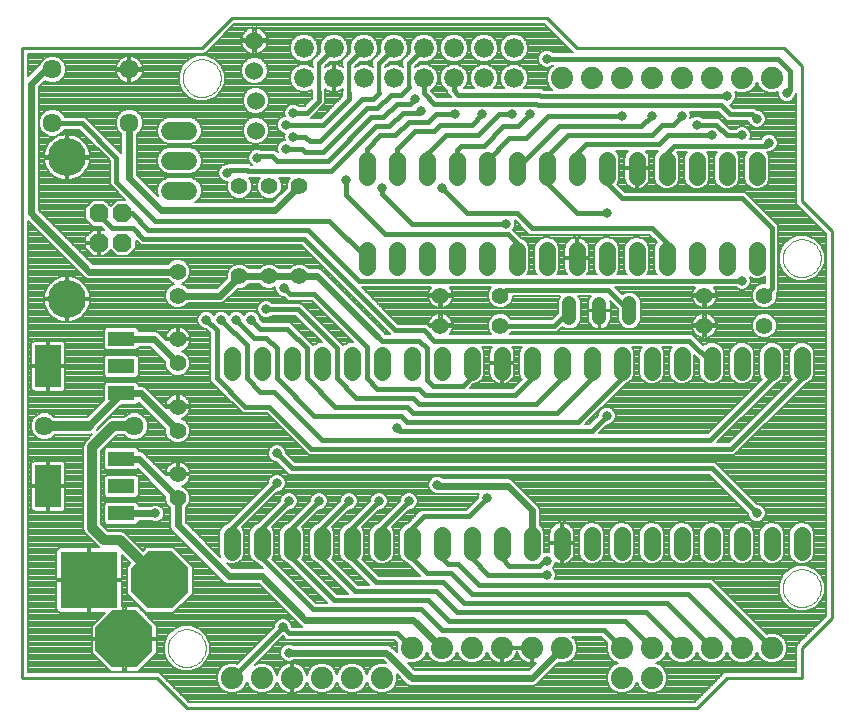
<source format=gtl>
G75*
G70*
%OFA0B0*%
%FSLAX24Y24*%
%IPPOS*%
%LPD*%
%AMOC8*
5,1,8,0,0,1.08239X$1,22.5*
%
%ADD10C,0.0000*%
%ADD11C,0.0100*%
%ADD12C,0.0560*%
%ADD13C,0.0740*%
%ADD14C,0.0660*%
%ADD15OC8,0.0614*%
%ADD16C,0.1266*%
%ADD17OC8,0.1900*%
%ADD18R,0.1900X0.1900*%
%ADD19R,0.0880X0.0480*%
%ADD20R,0.0866X0.1417*%
%ADD21C,0.0555*%
%ADD22C,0.0480*%
%ADD23C,0.0476*%
%ADD24C,0.0600*%
%ADD25C,0.0634*%
%ADD26C,0.0600*%
%ADD27C,0.0080*%
%ADD28C,0.0160*%
%ADD29C,0.0240*%
%ADD30C,0.0317*%
%ADD31C,0.0120*%
%ADD32C,0.0320*%
%ADD33C,0.0320*%
D10*
X007531Y015342D02*
X007533Y015392D01*
X007539Y015442D01*
X007549Y015491D01*
X007563Y015539D01*
X007580Y015586D01*
X007601Y015631D01*
X007626Y015675D01*
X007654Y015716D01*
X007686Y015755D01*
X007720Y015792D01*
X007757Y015826D01*
X007797Y015856D01*
X007839Y015883D01*
X007883Y015907D01*
X007929Y015928D01*
X007976Y015944D01*
X008024Y015957D01*
X008074Y015966D01*
X008123Y015971D01*
X008174Y015972D01*
X008224Y015969D01*
X008273Y015962D01*
X008322Y015951D01*
X008370Y015936D01*
X008416Y015918D01*
X008461Y015896D01*
X008504Y015870D01*
X008545Y015841D01*
X008584Y015809D01*
X008620Y015774D01*
X008652Y015736D01*
X008682Y015696D01*
X008709Y015653D01*
X008732Y015609D01*
X008751Y015563D01*
X008767Y015515D01*
X008779Y015466D01*
X008787Y015417D01*
X008791Y015367D01*
X008791Y015317D01*
X008787Y015267D01*
X008779Y015218D01*
X008767Y015169D01*
X008751Y015121D01*
X008732Y015075D01*
X008709Y015031D01*
X008682Y014988D01*
X008652Y014948D01*
X008620Y014910D01*
X008584Y014875D01*
X008545Y014843D01*
X008504Y014814D01*
X008461Y014788D01*
X008416Y014766D01*
X008370Y014748D01*
X008322Y014733D01*
X008273Y014722D01*
X008224Y014715D01*
X008174Y014712D01*
X008123Y014713D01*
X008074Y014718D01*
X008024Y014727D01*
X007976Y014740D01*
X007929Y014756D01*
X007883Y014777D01*
X007839Y014801D01*
X007797Y014828D01*
X007757Y014858D01*
X007720Y014892D01*
X007686Y014929D01*
X007654Y014968D01*
X007626Y015009D01*
X007601Y015053D01*
X007580Y015098D01*
X007563Y015145D01*
X007549Y015193D01*
X007539Y015242D01*
X007533Y015292D01*
X007531Y015342D01*
X028031Y017342D02*
X028033Y017392D01*
X028039Y017442D01*
X028049Y017491D01*
X028063Y017539D01*
X028080Y017586D01*
X028101Y017631D01*
X028126Y017675D01*
X028154Y017716D01*
X028186Y017755D01*
X028220Y017792D01*
X028257Y017826D01*
X028297Y017856D01*
X028339Y017883D01*
X028383Y017907D01*
X028429Y017928D01*
X028476Y017944D01*
X028524Y017957D01*
X028574Y017966D01*
X028623Y017971D01*
X028674Y017972D01*
X028724Y017969D01*
X028773Y017962D01*
X028822Y017951D01*
X028870Y017936D01*
X028916Y017918D01*
X028961Y017896D01*
X029004Y017870D01*
X029045Y017841D01*
X029084Y017809D01*
X029120Y017774D01*
X029152Y017736D01*
X029182Y017696D01*
X029209Y017653D01*
X029232Y017609D01*
X029251Y017563D01*
X029267Y017515D01*
X029279Y017466D01*
X029287Y017417D01*
X029291Y017367D01*
X029291Y017317D01*
X029287Y017267D01*
X029279Y017218D01*
X029267Y017169D01*
X029251Y017121D01*
X029232Y017075D01*
X029209Y017031D01*
X029182Y016988D01*
X029152Y016948D01*
X029120Y016910D01*
X029084Y016875D01*
X029045Y016843D01*
X029004Y016814D01*
X028961Y016788D01*
X028916Y016766D01*
X028870Y016748D01*
X028822Y016733D01*
X028773Y016722D01*
X028724Y016715D01*
X028674Y016712D01*
X028623Y016713D01*
X028574Y016718D01*
X028524Y016727D01*
X028476Y016740D01*
X028429Y016756D01*
X028383Y016777D01*
X028339Y016801D01*
X028297Y016828D01*
X028257Y016858D01*
X028220Y016892D01*
X028186Y016929D01*
X028154Y016968D01*
X028126Y017009D01*
X028101Y017053D01*
X028080Y017098D01*
X028063Y017145D01*
X028049Y017193D01*
X028039Y017242D01*
X028033Y017292D01*
X028031Y017342D01*
X028031Y028342D02*
X028033Y028392D01*
X028039Y028442D01*
X028049Y028491D01*
X028063Y028539D01*
X028080Y028586D01*
X028101Y028631D01*
X028126Y028675D01*
X028154Y028716D01*
X028186Y028755D01*
X028220Y028792D01*
X028257Y028826D01*
X028297Y028856D01*
X028339Y028883D01*
X028383Y028907D01*
X028429Y028928D01*
X028476Y028944D01*
X028524Y028957D01*
X028574Y028966D01*
X028623Y028971D01*
X028674Y028972D01*
X028724Y028969D01*
X028773Y028962D01*
X028822Y028951D01*
X028870Y028936D01*
X028916Y028918D01*
X028961Y028896D01*
X029004Y028870D01*
X029045Y028841D01*
X029084Y028809D01*
X029120Y028774D01*
X029152Y028736D01*
X029182Y028696D01*
X029209Y028653D01*
X029232Y028609D01*
X029251Y028563D01*
X029267Y028515D01*
X029279Y028466D01*
X029287Y028417D01*
X029291Y028367D01*
X029291Y028317D01*
X029287Y028267D01*
X029279Y028218D01*
X029267Y028169D01*
X029251Y028121D01*
X029232Y028075D01*
X029209Y028031D01*
X029182Y027988D01*
X029152Y027948D01*
X029120Y027910D01*
X029084Y027875D01*
X029045Y027843D01*
X029004Y027814D01*
X028961Y027788D01*
X028916Y027766D01*
X028870Y027748D01*
X028822Y027733D01*
X028773Y027722D01*
X028724Y027715D01*
X028674Y027712D01*
X028623Y027713D01*
X028574Y027718D01*
X028524Y027727D01*
X028476Y027740D01*
X028429Y027756D01*
X028383Y027777D01*
X028339Y027801D01*
X028297Y027828D01*
X028257Y027858D01*
X028220Y027892D01*
X028186Y027929D01*
X028154Y027968D01*
X028126Y028009D01*
X028101Y028053D01*
X028080Y028098D01*
X028063Y028145D01*
X028049Y028193D01*
X028039Y028242D01*
X028033Y028292D01*
X028031Y028342D01*
X008031Y034342D02*
X008033Y034392D01*
X008039Y034442D01*
X008049Y034491D01*
X008063Y034539D01*
X008080Y034586D01*
X008101Y034631D01*
X008126Y034675D01*
X008154Y034716D01*
X008186Y034755D01*
X008220Y034792D01*
X008257Y034826D01*
X008297Y034856D01*
X008339Y034883D01*
X008383Y034907D01*
X008429Y034928D01*
X008476Y034944D01*
X008524Y034957D01*
X008574Y034966D01*
X008623Y034971D01*
X008674Y034972D01*
X008724Y034969D01*
X008773Y034962D01*
X008822Y034951D01*
X008870Y034936D01*
X008916Y034918D01*
X008961Y034896D01*
X009004Y034870D01*
X009045Y034841D01*
X009084Y034809D01*
X009120Y034774D01*
X009152Y034736D01*
X009182Y034696D01*
X009209Y034653D01*
X009232Y034609D01*
X009251Y034563D01*
X009267Y034515D01*
X009279Y034466D01*
X009287Y034417D01*
X009291Y034367D01*
X009291Y034317D01*
X009287Y034267D01*
X009279Y034218D01*
X009267Y034169D01*
X009251Y034121D01*
X009232Y034075D01*
X009209Y034031D01*
X009182Y033988D01*
X009152Y033948D01*
X009120Y033910D01*
X009084Y033875D01*
X009045Y033843D01*
X009004Y033814D01*
X008961Y033788D01*
X008916Y033766D01*
X008870Y033748D01*
X008822Y033733D01*
X008773Y033722D01*
X008724Y033715D01*
X008674Y033712D01*
X008623Y033713D01*
X008574Y033718D01*
X008524Y033727D01*
X008476Y033740D01*
X008429Y033756D01*
X008383Y033777D01*
X008339Y033801D01*
X008297Y033828D01*
X008257Y033858D01*
X008220Y033892D01*
X008186Y033929D01*
X008154Y033968D01*
X008126Y034009D01*
X008101Y034053D01*
X008080Y034098D01*
X008063Y034145D01*
X008049Y034193D01*
X008039Y034242D01*
X008033Y034292D01*
X008031Y034342D01*
D11*
X007161Y014342D02*
X008161Y013342D01*
X025161Y013342D01*
X026161Y014342D01*
X028661Y014342D01*
X028661Y015342D01*
X029661Y016342D01*
X029661Y029242D01*
X028661Y030242D01*
X028661Y034742D01*
X028061Y035342D01*
X021161Y035342D01*
X020161Y036342D01*
X009661Y036342D01*
X008661Y035342D01*
X002661Y035342D01*
X002661Y014342D01*
X007161Y014342D01*
D12*
X009661Y018562D02*
X009661Y019122D01*
X010661Y019122D02*
X010661Y018562D01*
X011661Y018562D02*
X011661Y019122D01*
X012661Y019122D02*
X012661Y018562D01*
X013661Y018562D02*
X013661Y019122D01*
X014661Y019122D02*
X014661Y018562D01*
X015661Y018562D02*
X015661Y019122D01*
X016661Y019122D02*
X016661Y018562D01*
X017661Y018562D02*
X017661Y019122D01*
X018661Y019122D02*
X018661Y018562D01*
X019661Y018562D02*
X019661Y019122D01*
X020661Y019122D02*
X020661Y018562D01*
X021661Y018562D02*
X021661Y019122D01*
X022661Y019122D02*
X022661Y018562D01*
X023661Y018562D02*
X023661Y019122D01*
X024661Y019122D02*
X024661Y018562D01*
X025661Y018562D02*
X025661Y019122D01*
X026661Y019122D02*
X026661Y018562D01*
X027661Y018562D02*
X027661Y019122D01*
X028661Y019122D02*
X028661Y018562D01*
X028661Y024562D02*
X028661Y025122D01*
X027661Y025122D02*
X027661Y024562D01*
X026661Y024562D02*
X026661Y025122D01*
X025661Y025122D02*
X025661Y024562D01*
X024661Y024562D02*
X024661Y025122D01*
X023661Y025122D02*
X023661Y024562D01*
X022661Y024562D02*
X022661Y025122D01*
X021661Y025122D02*
X021661Y024562D01*
X020661Y024562D02*
X020661Y025122D01*
X019661Y025122D02*
X019661Y024562D01*
X018661Y024562D02*
X018661Y025122D01*
X017661Y025122D02*
X017661Y024562D01*
X016661Y024562D02*
X016661Y025122D01*
X015661Y025122D02*
X015661Y024562D01*
X014661Y024562D02*
X014661Y025122D01*
X013661Y025122D02*
X013661Y024562D01*
X012661Y024562D02*
X012661Y025122D01*
X011661Y025122D02*
X011661Y024562D01*
X010661Y024562D02*
X010661Y025122D01*
X009661Y025122D02*
X009661Y024562D01*
X014161Y028062D02*
X014161Y028622D01*
X015161Y028622D02*
X015161Y028062D01*
X016161Y028062D02*
X016161Y028622D01*
X017161Y028622D02*
X017161Y028062D01*
X018161Y028062D02*
X018161Y028622D01*
X019161Y028622D02*
X019161Y028062D01*
X020161Y028062D02*
X020161Y028622D01*
X021161Y028622D02*
X021161Y028062D01*
X022161Y028062D02*
X022161Y028622D01*
X023161Y028622D02*
X023161Y028062D01*
X024161Y028062D02*
X024161Y028622D01*
X025161Y028622D02*
X025161Y028062D01*
X026161Y028062D02*
X026161Y028622D01*
X027161Y028622D02*
X027161Y028062D01*
X027161Y031062D02*
X027161Y031622D01*
X026161Y031622D02*
X026161Y031062D01*
X025161Y031062D02*
X025161Y031622D01*
X024161Y031622D02*
X024161Y031062D01*
X023161Y031062D02*
X023161Y031622D01*
X022161Y031622D02*
X022161Y031062D01*
X021161Y031062D02*
X021161Y031622D01*
X020161Y031622D02*
X020161Y031062D01*
X019161Y031062D02*
X019161Y031622D01*
X018161Y031622D02*
X018161Y031062D01*
X017161Y031062D02*
X017161Y031622D01*
X016161Y031622D02*
X016161Y031062D01*
X015161Y031062D02*
X015161Y031622D01*
X014161Y031622D02*
X014161Y031062D01*
D13*
X020661Y034342D03*
X021661Y034342D03*
X022661Y034342D03*
X023661Y034342D03*
X024661Y034342D03*
X025661Y034342D03*
X026661Y034342D03*
X027661Y034342D03*
X027661Y015342D03*
X026661Y015342D03*
X025661Y015342D03*
X024661Y015342D03*
X023661Y015342D03*
X023661Y014342D03*
X022661Y014342D03*
X022661Y015342D03*
X020661Y015342D03*
X019661Y015342D03*
X018661Y015342D03*
X017661Y015342D03*
X016661Y015342D03*
X015661Y015342D03*
X014661Y014342D03*
X013661Y014342D03*
X012661Y014342D03*
X011661Y014342D03*
X010661Y014342D03*
X009661Y014342D03*
D14*
X012061Y034342D03*
X013061Y034342D03*
X014061Y034342D03*
X015061Y034342D03*
X016061Y034342D03*
X017061Y034342D03*
X018061Y034342D03*
X019061Y034342D03*
X019061Y035342D03*
X018061Y035342D03*
X017061Y035342D03*
X016061Y035342D03*
X015061Y035342D03*
X014061Y035342D03*
X013061Y035342D03*
X012061Y035342D03*
D15*
X006015Y029834D03*
X005228Y029834D03*
X005228Y028850D03*
X006015Y028850D03*
D16*
X004161Y026980D03*
X004161Y031704D03*
D17*
X007261Y017612D03*
X006081Y015642D03*
D18*
X004901Y017612D03*
D19*
X005981Y019832D03*
X005981Y020742D03*
X005981Y021652D03*
X005981Y023832D03*
X005981Y024742D03*
X005981Y025652D03*
D20*
X003541Y024742D03*
X003541Y020742D03*
D21*
X007861Y020342D03*
X007861Y021142D03*
X007861Y022592D03*
X007861Y023392D03*
X007861Y024842D03*
X007861Y025642D03*
X007861Y027092D03*
X007861Y027892D03*
X009911Y027742D03*
X010911Y027742D03*
X011911Y027742D03*
X011911Y030742D03*
X010911Y030742D03*
X009911Y030742D03*
X016611Y027092D03*
X016611Y026092D03*
X018611Y026092D03*
X018611Y027092D03*
X025411Y027092D03*
X025411Y026092D03*
X027411Y026092D03*
X027411Y027092D03*
D22*
X022911Y026832D02*
X022911Y026352D01*
X020911Y026352D02*
X020911Y026832D01*
D23*
X021911Y026830D02*
X021911Y026354D01*
D24*
X010461Y032592D03*
X010461Y033592D03*
X010411Y034592D03*
X010411Y035592D03*
D25*
X006241Y034632D03*
X006241Y032852D03*
X003681Y032852D03*
X003681Y034632D03*
X003411Y022742D03*
X006411Y022742D03*
D26*
X007611Y030592D02*
X008211Y030592D01*
X008211Y031592D02*
X007611Y031592D01*
X007611Y032592D02*
X008211Y032592D01*
D27*
X008610Y032407D02*
X010061Y032407D01*
X010088Y032343D02*
X010212Y032219D01*
X010373Y032152D01*
X010548Y032152D01*
X010710Y032219D01*
X010834Y032343D01*
X010901Y032504D01*
X010901Y032680D01*
X010834Y032841D01*
X010710Y032965D01*
X010548Y033032D01*
X010373Y033032D01*
X010212Y032965D01*
X010088Y032841D01*
X010021Y032680D01*
X010021Y032504D01*
X010088Y032343D01*
X010102Y032328D02*
X008569Y032328D01*
X008584Y032343D02*
X008651Y032504D01*
X008651Y032680D01*
X008584Y032841D01*
X008460Y032965D01*
X008298Y033032D01*
X007523Y033032D01*
X007362Y032965D01*
X007238Y032841D01*
X007171Y032680D01*
X007171Y032504D01*
X007238Y032343D01*
X007362Y032219D01*
X007523Y032152D01*
X008298Y032152D01*
X008460Y032219D01*
X008584Y032343D01*
X008491Y032250D02*
X010181Y032250D01*
X010327Y032171D02*
X008345Y032171D01*
X008298Y032032D02*
X008460Y031965D01*
X008584Y031841D01*
X008651Y031680D01*
X008651Y031504D01*
X008584Y031343D01*
X008460Y031219D01*
X008298Y031152D01*
X007523Y031152D01*
X007362Y031219D01*
X007238Y031343D01*
X007171Y031504D01*
X007171Y031680D01*
X007238Y031841D01*
X007362Y031965D01*
X007523Y032032D01*
X008298Y032032D01*
X008341Y032014D02*
X011162Y032014D01*
X011162Y032051D02*
X011162Y031933D01*
X011184Y031879D01*
X011102Y031962D01*
X010920Y031962D01*
X010639Y031962D01*
X010570Y031990D01*
X010451Y031990D01*
X010342Y031945D01*
X010258Y031861D01*
X010212Y031751D01*
X010212Y031633D01*
X010258Y031523D01*
X010319Y031462D01*
X010302Y031462D01*
X010252Y031512D01*
X010070Y031512D01*
X009702Y031512D01*
X009520Y031512D01*
X009498Y031490D01*
X009451Y031490D01*
X009342Y031445D01*
X009258Y031361D01*
X009212Y031251D01*
X009212Y031133D01*
X009258Y031023D01*
X009342Y030939D01*
X009451Y030894D01*
X009522Y030894D01*
X009493Y030825D01*
X009493Y030659D01*
X009557Y030506D01*
X009674Y030388D01*
X009828Y030325D01*
X009994Y030325D01*
X010147Y030388D01*
X010265Y030506D01*
X010328Y030659D01*
X010328Y030825D01*
X010265Y030979D01*
X010221Y031022D01*
X010600Y031022D01*
X010557Y030979D01*
X010493Y030825D01*
X010493Y030659D01*
X010557Y030506D01*
X010674Y030388D01*
X010828Y030325D01*
X010994Y030325D01*
X011147Y030388D01*
X011265Y030506D01*
X011328Y030659D01*
X011328Y030825D01*
X011265Y030979D01*
X011221Y031022D01*
X011600Y031022D01*
X011557Y030979D01*
X011493Y030825D01*
X011493Y030692D01*
X011003Y030202D01*
X008419Y030202D01*
X008460Y030219D01*
X008584Y030343D01*
X008651Y030504D01*
X008651Y030680D01*
X008584Y030841D01*
X008460Y030965D01*
X008298Y031032D01*
X007523Y031032D01*
X007362Y030965D01*
X007238Y030841D01*
X007171Y030680D01*
X007171Y030504D01*
X007210Y030411D01*
X006501Y031120D01*
X006501Y032466D01*
X006628Y032593D01*
X006698Y032761D01*
X006698Y032943D01*
X006628Y033111D01*
X006500Y033239D01*
X006332Y033309D01*
X006150Y033309D01*
X005982Y033239D01*
X005853Y033111D01*
X005784Y032943D01*
X005784Y032761D01*
X005853Y032593D01*
X005981Y032466D01*
X005981Y031833D01*
X004881Y032933D01*
X004752Y033062D01*
X004088Y033062D01*
X004068Y033111D01*
X003940Y033239D01*
X003772Y033309D01*
X003590Y033309D01*
X003422Y033239D01*
X003293Y033111D01*
X003224Y032943D01*
X003224Y032761D01*
X003293Y032593D01*
X003422Y032465D01*
X003590Y032395D01*
X003772Y032395D01*
X003940Y032465D01*
X004068Y032593D01*
X004080Y032622D01*
X004570Y032622D01*
X005591Y031601D01*
X005591Y030801D01*
X005720Y030672D01*
X006111Y030281D01*
X005830Y030281D01*
X005621Y030073D01*
X005413Y030281D01*
X005043Y030281D01*
X004781Y030019D01*
X004781Y029649D01*
X005043Y029387D01*
X005305Y029387D01*
X005395Y029297D01*
X005268Y029297D01*
X005268Y028890D01*
X005188Y028890D01*
X005188Y029297D01*
X005043Y029297D01*
X004781Y029035D01*
X004781Y028890D01*
X005188Y028890D01*
X005188Y028810D01*
X005268Y028810D01*
X005268Y028403D01*
X005413Y028403D01*
X005621Y028611D01*
X005830Y028403D01*
X006200Y028403D01*
X006462Y028665D01*
X006462Y028930D01*
X006491Y028901D01*
X006620Y028772D01*
X011970Y028772D01*
X014891Y025851D01*
X014930Y025812D01*
X014763Y025812D01*
X014731Y025889D01*
X012658Y027962D01*
X012562Y028002D01*
X012459Y028002D01*
X012241Y028002D01*
X012147Y028096D01*
X011994Y028159D01*
X011828Y028159D01*
X011674Y028096D01*
X011580Y028002D01*
X011241Y028002D01*
X011147Y028096D01*
X010994Y028159D01*
X010828Y028159D01*
X010674Y028096D01*
X010580Y028002D01*
X010241Y028002D01*
X010147Y028096D01*
X009994Y028159D01*
X009828Y028159D01*
X009674Y028096D01*
X009557Y027979D01*
X009493Y027825D01*
X009493Y027692D01*
X009153Y027352D01*
X008191Y027352D01*
X008097Y027446D01*
X007986Y027492D01*
X008097Y027538D01*
X008215Y027656D01*
X008278Y027809D01*
X008278Y027975D01*
X008215Y028129D01*
X008097Y028246D01*
X007944Y028309D01*
X007778Y028309D01*
X007624Y028246D01*
X007530Y028152D01*
X005018Y028152D01*
X003221Y029950D01*
X003221Y034034D01*
X003428Y034242D01*
X003590Y034175D01*
X003772Y034175D01*
X003940Y034245D01*
X004068Y034373D01*
X004138Y034541D01*
X004138Y034723D01*
X004068Y034891D01*
X003940Y035019D01*
X003772Y035089D01*
X003590Y035089D01*
X003422Y035019D01*
X003293Y034891D01*
X003259Y034808D01*
X003230Y034779D01*
X002851Y034400D01*
X002851Y035152D01*
X008739Y035152D01*
X008851Y035263D01*
X009739Y036152D01*
X020082Y036152D01*
X020971Y035263D01*
X021022Y035212D01*
X020363Y035212D01*
X020330Y035245D01*
X020220Y035290D01*
X020101Y035290D01*
X019992Y035245D01*
X019908Y035161D01*
X019862Y035051D01*
X019862Y034933D01*
X019908Y034823D01*
X019992Y034739D01*
X020101Y034694D01*
X020220Y034694D01*
X020330Y034739D01*
X020363Y034772D01*
X020370Y034772D01*
X020228Y034631D01*
X020151Y034444D01*
X020151Y034241D01*
X020228Y034053D01*
X020320Y033962D01*
X020052Y033962D01*
X020002Y034012D01*
X019820Y034012D01*
X019395Y034012D01*
X019459Y034076D01*
X019531Y034249D01*
X019531Y034436D01*
X019459Y034608D01*
X019327Y034740D01*
X019154Y034812D01*
X018967Y034812D01*
X018795Y034740D01*
X018662Y034608D01*
X018591Y034436D01*
X018591Y034249D01*
X018662Y034076D01*
X018726Y034012D01*
X018395Y034012D01*
X018459Y034076D01*
X018531Y034249D01*
X018531Y034436D01*
X018459Y034608D01*
X018327Y034740D01*
X018154Y034812D01*
X017967Y034812D01*
X017795Y034740D01*
X017662Y034608D01*
X017591Y034436D01*
X017591Y034249D01*
X017662Y034076D01*
X017726Y034012D01*
X017395Y034012D01*
X017459Y034076D01*
X017531Y034249D01*
X017531Y034436D01*
X017459Y034608D01*
X017327Y034740D01*
X017154Y034812D01*
X016967Y034812D01*
X016795Y034740D01*
X016662Y034608D01*
X016591Y034436D01*
X016591Y034249D01*
X016662Y034076D01*
X016795Y033944D01*
X016841Y033924D01*
X016841Y033851D01*
X016980Y033712D01*
X016502Y033712D01*
X016287Y033927D01*
X016327Y033944D01*
X016459Y034076D01*
X016531Y034249D01*
X016531Y034436D01*
X016459Y034608D01*
X016327Y034740D01*
X016154Y034812D01*
X015967Y034812D01*
X015795Y034740D01*
X015761Y034707D01*
X015761Y034731D01*
X015921Y034891D01*
X015967Y034872D01*
X016154Y034872D01*
X016327Y034944D01*
X016459Y035076D01*
X016531Y035249D01*
X016531Y035436D01*
X016459Y035608D01*
X016327Y035740D01*
X016154Y035812D01*
X015967Y035812D01*
X015795Y035740D01*
X015662Y035608D01*
X015591Y035436D01*
X015591Y035249D01*
X015610Y035202D01*
X015341Y034933D01*
X015341Y034751D01*
X015361Y034731D01*
X015361Y034707D01*
X015327Y034740D01*
X015154Y034812D01*
X014967Y034812D01*
X014795Y034740D01*
X014761Y034707D01*
X014761Y034731D01*
X014921Y034891D01*
X014967Y034872D01*
X015154Y034872D01*
X015327Y034944D01*
X015459Y035076D01*
X015531Y035249D01*
X015531Y035436D01*
X015459Y035608D01*
X015327Y035740D01*
X015154Y035812D01*
X014967Y035812D01*
X014795Y035740D01*
X014662Y035608D01*
X014591Y035436D01*
X014591Y035249D01*
X014610Y035202D01*
X014341Y034933D01*
X014341Y034751D01*
X014361Y034731D01*
X014361Y034707D01*
X014327Y034740D01*
X014154Y034812D01*
X013967Y034812D01*
X013795Y034740D01*
X013761Y034707D01*
X013761Y034731D01*
X013921Y034891D01*
X013967Y034872D01*
X014154Y034872D01*
X014327Y034944D01*
X014459Y035076D01*
X014531Y035249D01*
X014531Y035436D01*
X014459Y035608D01*
X014327Y035740D01*
X014154Y035812D01*
X013967Y035812D01*
X013795Y035740D01*
X013662Y035608D01*
X013591Y035436D01*
X013591Y035249D01*
X013610Y035202D01*
X013341Y034933D01*
X013341Y034751D01*
X013361Y034731D01*
X013361Y034705D01*
X013307Y034744D01*
X013241Y034778D01*
X013171Y034800D01*
X013101Y034811D01*
X013101Y034382D01*
X013021Y034382D01*
X013021Y034811D01*
X012951Y034800D01*
X012880Y034778D01*
X012814Y034744D01*
X012761Y034705D01*
X012761Y034731D01*
X012921Y034891D01*
X012967Y034872D01*
X013154Y034872D01*
X013327Y034944D01*
X013459Y035076D01*
X013531Y035249D01*
X013531Y035436D01*
X013459Y035608D01*
X013327Y035740D01*
X013154Y035812D01*
X012967Y035812D01*
X012795Y035740D01*
X012662Y035608D01*
X012591Y035436D01*
X012591Y035249D01*
X012610Y035202D01*
X012341Y034933D01*
X012341Y034751D01*
X012361Y034731D01*
X012361Y034707D01*
X012327Y034740D01*
X012154Y034812D01*
X011967Y034812D01*
X011795Y034740D01*
X011662Y034608D01*
X011591Y034436D01*
X011591Y034249D01*
X011662Y034076D01*
X011795Y033944D01*
X011967Y033872D01*
X012154Y033872D01*
X012327Y033944D01*
X012341Y033957D01*
X012341Y033683D01*
X012070Y033412D01*
X011913Y033412D01*
X011880Y033445D01*
X011770Y033490D01*
X011651Y033490D01*
X011542Y033445D01*
X011458Y033361D01*
X011412Y033251D01*
X011412Y033133D01*
X011430Y033090D01*
X011401Y033090D01*
X011292Y033045D01*
X011208Y032961D01*
X011162Y032851D01*
X011162Y032733D01*
X011208Y032623D01*
X011292Y032539D01*
X011401Y032494D01*
X011430Y032494D01*
X011412Y032451D01*
X011412Y032333D01*
X011430Y032290D01*
X011401Y032290D01*
X011292Y032245D01*
X011208Y032161D01*
X011162Y032051D01*
X011180Y032093D02*
X006501Y032093D01*
X006501Y032171D02*
X007477Y032171D01*
X007480Y032014D02*
X006501Y032014D01*
X006501Y031936D02*
X007332Y031936D01*
X007254Y031857D02*
X006501Y031857D01*
X006501Y031779D02*
X007212Y031779D01*
X007179Y031700D02*
X006501Y031700D01*
X006501Y031622D02*
X007171Y031622D01*
X007171Y031543D02*
X006501Y031543D01*
X006501Y031464D02*
X007187Y031464D01*
X007220Y031386D02*
X006501Y031386D01*
X006501Y031307D02*
X007273Y031307D01*
X007352Y031229D02*
X006501Y031229D01*
X006501Y031150D02*
X009212Y031150D01*
X009212Y031229D02*
X008470Y031229D01*
X008548Y031307D02*
X009236Y031307D01*
X009283Y031386D02*
X008602Y031386D01*
X008634Y031464D02*
X009389Y031464D01*
X009238Y031072D02*
X006549Y031072D01*
X006627Y030993D02*
X007430Y030993D01*
X007311Y030915D02*
X006706Y030915D01*
X006784Y030836D02*
X007236Y030836D01*
X007203Y030758D02*
X006863Y030758D01*
X006941Y030679D02*
X007171Y030679D01*
X007171Y030601D02*
X007020Y030601D01*
X007099Y030522D02*
X007171Y030522D01*
X007177Y030443D02*
X007196Y030443D01*
X008433Y030208D02*
X011009Y030208D01*
X011087Y030286D02*
X008527Y030286D01*
X008593Y030365D02*
X009730Y030365D01*
X009619Y030443D02*
X008625Y030443D01*
X008651Y030522D02*
X009550Y030522D01*
X009518Y030601D02*
X008651Y030601D01*
X008651Y030679D02*
X009493Y030679D01*
X009493Y030758D02*
X008618Y030758D01*
X008586Y030836D02*
X009498Y030836D01*
X009401Y030915D02*
X008510Y030915D01*
X008392Y030993D02*
X009288Y030993D01*
X008651Y031543D02*
X010249Y031543D01*
X010217Y031622D02*
X008651Y031622D01*
X008642Y031700D02*
X010212Y031700D01*
X010224Y031779D02*
X008610Y031779D01*
X008568Y031857D02*
X010256Y031857D01*
X010332Y031936D02*
X008489Y031936D01*
X008643Y032486D02*
X010029Y032486D01*
X010021Y032564D02*
X008651Y032564D01*
X008651Y032643D02*
X010021Y032643D01*
X010038Y032721D02*
X008634Y032721D01*
X008601Y032800D02*
X010071Y032800D01*
X010125Y032878D02*
X008547Y032878D01*
X008468Y032957D02*
X010203Y032957D01*
X010276Y033192D02*
X006546Y033192D01*
X006625Y033114D02*
X011420Y033114D01*
X011412Y033192D02*
X010646Y033192D01*
X010710Y033219D02*
X010834Y033343D01*
X010901Y033504D01*
X010901Y033680D01*
X010834Y033841D01*
X010710Y033965D01*
X010548Y034032D01*
X010373Y034032D01*
X010212Y033965D01*
X010088Y033841D01*
X010021Y033680D01*
X010021Y033504D01*
X010088Y033343D01*
X010212Y033219D01*
X010373Y033152D01*
X010548Y033152D01*
X010710Y033219D01*
X010762Y033271D02*
X011420Y033271D01*
X011453Y033350D02*
X010837Y033350D01*
X010869Y033428D02*
X011525Y033428D01*
X011897Y033428D02*
X012086Y033428D01*
X012164Y033507D02*
X010901Y033507D01*
X010901Y033585D02*
X012243Y033585D01*
X012321Y033664D02*
X010901Y033664D01*
X010875Y033742D02*
X012341Y033742D01*
X012341Y033821D02*
X010842Y033821D01*
X010776Y033899D02*
X011901Y033899D01*
X011760Y033978D02*
X010679Y033978D01*
X010647Y034214D02*
X011605Y034214D01*
X011591Y034292D02*
X010733Y034292D01*
X010784Y034343D02*
X010660Y034219D01*
X010498Y034152D01*
X010323Y034152D01*
X010162Y034219D01*
X010038Y034343D01*
X009971Y034504D01*
X009971Y034680D01*
X010038Y034841D01*
X010162Y034965D01*
X010323Y035032D01*
X010498Y035032D01*
X010660Y034965D01*
X010784Y034841D01*
X010851Y034680D01*
X010851Y034504D01*
X010784Y034343D01*
X010795Y034371D02*
X011591Y034371D01*
X011596Y034449D02*
X010828Y034449D01*
X010851Y034528D02*
X011629Y034528D01*
X011661Y034606D02*
X010851Y034606D01*
X010849Y034685D02*
X011739Y034685D01*
X011850Y034763D02*
X010816Y034763D01*
X010783Y034842D02*
X012341Y034842D01*
X012341Y034920D02*
X012271Y034920D01*
X012327Y034944D02*
X012459Y035076D01*
X012531Y035249D01*
X012531Y035436D01*
X012459Y035608D01*
X012327Y035740D01*
X012154Y035812D01*
X011967Y035812D01*
X011795Y035740D01*
X011662Y035608D01*
X011591Y035436D01*
X011591Y035249D01*
X011662Y035076D01*
X011795Y034944D01*
X011967Y034872D01*
X012154Y034872D01*
X012327Y034944D01*
X012382Y034999D02*
X012407Y034999D01*
X012460Y035077D02*
X012485Y035077D01*
X012492Y035156D02*
X012564Y035156D01*
X012597Y035235D02*
X012525Y035235D01*
X012531Y035313D02*
X012591Y035313D01*
X012591Y035392D02*
X012531Y035392D01*
X012516Y035470D02*
X012605Y035470D01*
X012638Y035549D02*
X012484Y035549D01*
X012440Y035627D02*
X012681Y035627D01*
X012760Y035706D02*
X012362Y035706D01*
X012221Y035784D02*
X012901Y035784D01*
X013221Y035784D02*
X013901Y035784D01*
X013760Y035706D02*
X013362Y035706D01*
X013440Y035627D02*
X013681Y035627D01*
X013638Y035549D02*
X013484Y035549D01*
X013516Y035470D02*
X013605Y035470D01*
X013591Y035392D02*
X013531Y035392D01*
X013531Y035313D02*
X013591Y035313D01*
X013597Y035235D02*
X013525Y035235D01*
X013492Y035156D02*
X013564Y035156D01*
X013485Y035077D02*
X013460Y035077D01*
X013407Y034999D02*
X013382Y034999D01*
X013341Y034920D02*
X013271Y034920D01*
X013341Y034842D02*
X012872Y034842D01*
X012852Y034763D02*
X012793Y034763D01*
X013021Y034763D02*
X013101Y034763D01*
X013101Y034685D02*
X013021Y034685D01*
X013021Y034606D02*
X013101Y034606D01*
X013101Y034528D02*
X013021Y034528D01*
X013021Y034449D02*
X013101Y034449D01*
X013101Y034302D02*
X013101Y033873D01*
X013171Y033884D01*
X013241Y033906D01*
X013307Y033940D01*
X013361Y033979D01*
X013361Y033953D01*
X013341Y033933D01*
X013341Y033733D01*
X012620Y033012D01*
X012292Y033012D01*
X012781Y033501D01*
X012781Y033683D01*
X012781Y033965D01*
X012814Y033940D01*
X012880Y033906D01*
X012951Y033884D01*
X013021Y033873D01*
X013021Y034302D01*
X013101Y034302D01*
X013101Y034292D02*
X013021Y034292D01*
X013021Y034214D02*
X013101Y034214D01*
X013101Y034135D02*
X013021Y034135D01*
X013021Y034056D02*
X013101Y034056D01*
X013101Y033978D02*
X013021Y033978D01*
X013021Y033899D02*
X013101Y033899D01*
X013219Y033899D02*
X013341Y033899D01*
X013341Y033821D02*
X012781Y033821D01*
X012781Y033899D02*
X012902Y033899D01*
X012781Y033742D02*
X013341Y033742D01*
X013271Y033664D02*
X012781Y033664D01*
X012781Y033585D02*
X013193Y033585D01*
X013114Y033507D02*
X012781Y033507D01*
X012708Y033428D02*
X013036Y033428D01*
X012957Y033350D02*
X012629Y033350D01*
X012551Y033271D02*
X012879Y033271D01*
X012800Y033192D02*
X012472Y033192D01*
X012394Y033114D02*
X012722Y033114D01*
X012643Y033035D02*
X012315Y033035D01*
X011282Y033035D02*
X006659Y033035D01*
X006692Y032957D02*
X007353Y032957D01*
X007275Y032878D02*
X006698Y032878D01*
X006698Y032800D02*
X007221Y032800D01*
X007188Y032721D02*
X006681Y032721D01*
X006649Y032643D02*
X007171Y032643D01*
X007171Y032564D02*
X006599Y032564D01*
X006520Y032486D02*
X007179Y032486D01*
X007211Y032407D02*
X006501Y032407D01*
X006501Y032328D02*
X007252Y032328D01*
X007331Y032250D02*
X006501Y032250D01*
X005981Y032250D02*
X005564Y032250D01*
X005485Y032328D02*
X005981Y032328D01*
X005981Y032407D02*
X005407Y032407D01*
X005328Y032486D02*
X005961Y032486D01*
X005883Y032564D02*
X005250Y032564D01*
X005171Y032643D02*
X005833Y032643D01*
X005800Y032721D02*
X005093Y032721D01*
X005014Y032800D02*
X005784Y032800D01*
X005784Y032878D02*
X004936Y032878D01*
X004857Y032957D02*
X005790Y032957D01*
X005822Y033035D02*
X004779Y033035D01*
X004628Y032564D02*
X004039Y032564D01*
X004010Y032464D02*
X004110Y032477D01*
X004121Y032477D01*
X004121Y031744D01*
X004121Y031664D01*
X004201Y031664D01*
X004201Y031744D01*
X004934Y031744D01*
X004934Y031755D01*
X004921Y031855D01*
X004894Y031953D01*
X004856Y032047D01*
X004805Y032135D01*
X004743Y032215D01*
X004672Y032287D01*
X004591Y032348D01*
X004503Y032399D01*
X004410Y032438D01*
X004312Y032464D01*
X004211Y032477D01*
X004201Y032477D01*
X004201Y031744D01*
X004121Y031744D01*
X003388Y031744D01*
X003388Y031755D01*
X003401Y031855D01*
X003427Y031953D01*
X003466Y032047D01*
X003517Y032135D01*
X003578Y032215D01*
X003650Y032287D01*
X003730Y032348D01*
X003818Y032399D01*
X003912Y032438D01*
X004010Y032464D01*
X003960Y032486D02*
X004706Y032486D01*
X004785Y032407D02*
X004484Y032407D01*
X004617Y032328D02*
X004863Y032328D01*
X004942Y032250D02*
X004708Y032250D01*
X004777Y032171D02*
X005020Y032171D01*
X005099Y032093D02*
X004829Y032093D01*
X004869Y032014D02*
X005177Y032014D01*
X005256Y031936D02*
X004899Y031936D01*
X004920Y031857D02*
X005334Y031857D01*
X005413Y031779D02*
X004931Y031779D01*
X004934Y031664D02*
X004201Y031664D01*
X004201Y030931D01*
X004211Y030931D01*
X004312Y030944D01*
X004410Y030971D01*
X004503Y031009D01*
X004591Y031060D01*
X004672Y031122D01*
X004743Y031193D01*
X004805Y031274D01*
X004856Y031362D01*
X004894Y031455D01*
X004921Y031553D01*
X004934Y031654D01*
X004934Y031664D01*
X004930Y031622D02*
X005570Y031622D01*
X005591Y031543D02*
X004918Y031543D01*
X004897Y031464D02*
X005591Y031464D01*
X005591Y031386D02*
X004866Y031386D01*
X004824Y031307D02*
X005591Y031307D01*
X005591Y031229D02*
X004770Y031229D01*
X004700Y031150D02*
X005591Y031150D01*
X005591Y031072D02*
X004606Y031072D01*
X004464Y030993D02*
X005591Y030993D01*
X005591Y030915D02*
X003221Y030915D01*
X003221Y030993D02*
X003857Y030993D01*
X003818Y031009D02*
X003912Y030971D01*
X004010Y030944D01*
X004110Y030931D01*
X004121Y030931D01*
X004121Y031664D01*
X003388Y031664D01*
X003388Y031654D01*
X003401Y031553D01*
X003427Y031455D01*
X003466Y031362D01*
X003517Y031274D01*
X003578Y031193D01*
X003650Y031122D01*
X003730Y031060D01*
X003818Y031009D01*
X003715Y031072D02*
X003221Y031072D01*
X003221Y031150D02*
X003621Y031150D01*
X003551Y031229D02*
X003221Y031229D01*
X003221Y031307D02*
X003497Y031307D01*
X003456Y031386D02*
X003221Y031386D01*
X003221Y031464D02*
X003425Y031464D01*
X003404Y031543D02*
X003221Y031543D01*
X003221Y031622D02*
X003392Y031622D01*
X003391Y031779D02*
X003221Y031779D01*
X003221Y031857D02*
X003401Y031857D01*
X003422Y031936D02*
X003221Y031936D01*
X003221Y032014D02*
X003452Y032014D01*
X003492Y032093D02*
X003221Y032093D01*
X003221Y032171D02*
X003545Y032171D01*
X003613Y032250D02*
X003221Y032250D01*
X003221Y032328D02*
X003704Y032328D01*
X003800Y032407D02*
X003837Y032407D01*
X003561Y032407D02*
X003221Y032407D01*
X003221Y032486D02*
X003401Y032486D01*
X003323Y032564D02*
X003221Y032564D01*
X003221Y032643D02*
X003273Y032643D01*
X003240Y032721D02*
X003221Y032721D01*
X003221Y032800D02*
X003224Y032800D01*
X003221Y032878D02*
X003224Y032878D01*
X003221Y032957D02*
X003230Y032957D01*
X003221Y033035D02*
X003262Y033035D01*
X003297Y033114D02*
X003221Y033114D01*
X003221Y033192D02*
X003375Y033192D01*
X003498Y033271D02*
X003221Y033271D01*
X003221Y033350D02*
X010085Y033350D01*
X010052Y033428D02*
X003221Y033428D01*
X003221Y033507D02*
X010021Y033507D01*
X010021Y033585D02*
X008845Y033585D01*
X008814Y033572D02*
X009097Y033689D01*
X009313Y033906D01*
X009431Y034189D01*
X009431Y034495D01*
X009313Y034778D01*
X009097Y034995D01*
X008814Y035112D01*
X008508Y035112D01*
X008225Y034995D01*
X008008Y034778D01*
X007891Y034495D01*
X007891Y034189D01*
X008008Y033906D01*
X008225Y033689D01*
X008508Y033572D01*
X008814Y033572D01*
X009035Y033664D02*
X010021Y033664D01*
X010047Y033742D02*
X009150Y033742D01*
X009228Y033821D02*
X010079Y033821D01*
X010146Y033899D02*
X009307Y033899D01*
X009343Y033978D02*
X010243Y033978D01*
X010175Y034214D02*
X009431Y034214D01*
X009431Y034292D02*
X010089Y034292D01*
X010026Y034371D02*
X009431Y034371D01*
X009431Y034449D02*
X009994Y034449D01*
X009971Y034528D02*
X009417Y034528D01*
X009385Y034606D02*
X009971Y034606D01*
X009973Y034685D02*
X009352Y034685D01*
X009320Y034763D02*
X010005Y034763D01*
X010038Y034842D02*
X009250Y034842D01*
X009171Y034920D02*
X010117Y034920D01*
X010243Y034999D02*
X009087Y034999D01*
X008897Y035077D02*
X011662Y035077D01*
X011629Y035156D02*
X010471Y035156D01*
X010450Y035156D02*
X010372Y035156D01*
X010372Y035153D02*
X010372Y035553D01*
X010450Y035553D01*
X010450Y035631D01*
X010850Y035631D01*
X010840Y035695D01*
X010819Y035761D01*
X010787Y035823D01*
X010746Y035879D01*
X010697Y035928D01*
X010641Y035968D01*
X010580Y036000D01*
X010514Y036021D01*
X010450Y036031D01*
X010450Y035631D01*
X010372Y035631D01*
X010372Y036031D01*
X010308Y036021D01*
X010242Y036000D01*
X010180Y035968D01*
X010124Y035928D01*
X010075Y035879D01*
X010034Y035823D01*
X010003Y035761D01*
X009982Y035695D01*
X009971Y035631D01*
X010372Y035631D01*
X010372Y035553D01*
X009971Y035553D01*
X009982Y035489D01*
X010003Y035423D01*
X010034Y035361D01*
X010075Y035305D01*
X010124Y035256D01*
X010180Y035216D01*
X010242Y035184D01*
X010308Y035163D01*
X010372Y035153D01*
X010351Y035156D02*
X008743Y035156D01*
X008822Y035235D02*
X010154Y035235D01*
X010070Y035313D02*
X008901Y035313D01*
X008851Y035263D02*
X008851Y035263D01*
X008979Y035392D02*
X010019Y035392D01*
X009988Y035470D02*
X009058Y035470D01*
X009136Y035549D02*
X009972Y035549D01*
X009985Y035706D02*
X009293Y035706D01*
X009215Y035627D02*
X010372Y035627D01*
X010450Y035627D02*
X011681Y035627D01*
X011638Y035549D02*
X010849Y035549D01*
X010850Y035553D02*
X010450Y035553D01*
X010450Y035153D01*
X010514Y035163D01*
X010580Y035184D01*
X010641Y035216D01*
X010697Y035256D01*
X010746Y035305D01*
X010787Y035361D01*
X010819Y035423D01*
X010840Y035489D01*
X010850Y035553D01*
X010834Y035470D02*
X011605Y035470D01*
X011591Y035392D02*
X010802Y035392D01*
X010752Y035313D02*
X011591Y035313D01*
X011597Y035235D02*
X010667Y035235D01*
X010450Y035235D02*
X010372Y035235D01*
X010372Y035313D02*
X010450Y035313D01*
X010450Y035392D02*
X010372Y035392D01*
X010372Y035470D02*
X010450Y035470D01*
X010450Y035549D02*
X010372Y035549D01*
X010372Y035706D02*
X010450Y035706D01*
X010450Y035784D02*
X010372Y035784D01*
X010372Y035863D02*
X010450Y035863D01*
X010450Y035941D02*
X010372Y035941D01*
X010372Y036020D02*
X010450Y036020D01*
X010517Y036020D02*
X020214Y036020D01*
X020136Y036099D02*
X009686Y036099D01*
X009607Y036020D02*
X010304Y036020D01*
X010143Y035941D02*
X009529Y035941D01*
X009450Y035863D02*
X010064Y035863D01*
X010015Y035784D02*
X009372Y035784D01*
X008424Y035077D02*
X006348Y035077D01*
X006348Y035078D02*
X006281Y035088D01*
X006281Y034672D01*
X006697Y034672D01*
X006686Y034739D01*
X006664Y034807D01*
X006631Y034871D01*
X006589Y034930D01*
X006538Y034980D01*
X006480Y035023D01*
X006416Y035055D01*
X006348Y035078D01*
X006281Y035077D02*
X006201Y035077D01*
X006201Y035088D02*
X006134Y035078D01*
X006065Y035055D01*
X006001Y035023D01*
X005943Y034980D01*
X005892Y034930D01*
X005850Y034871D01*
X005817Y034807D01*
X005795Y034739D01*
X005785Y034672D01*
X006201Y034672D01*
X006201Y035088D01*
X006133Y035077D02*
X003799Y035077D01*
X003960Y034999D02*
X005969Y034999D01*
X005886Y034920D02*
X004039Y034920D01*
X004088Y034842D02*
X005835Y034842D01*
X005803Y034763D02*
X004121Y034763D01*
X004138Y034685D02*
X005787Y034685D01*
X005785Y034592D02*
X005795Y034525D01*
X005817Y034457D01*
X005850Y034393D01*
X005892Y034334D01*
X005943Y034284D01*
X006001Y034241D01*
X006065Y034209D01*
X006134Y034186D01*
X006201Y034176D01*
X006201Y034592D01*
X006281Y034592D01*
X006281Y034672D01*
X006201Y034672D01*
X006201Y034592D01*
X005785Y034592D01*
X005795Y034528D02*
X004132Y034528D01*
X004138Y034606D02*
X006201Y034606D01*
X006201Y034528D02*
X006281Y034528D01*
X006281Y034592D02*
X006281Y034176D01*
X006348Y034186D01*
X006416Y034209D01*
X006480Y034241D01*
X006538Y034284D01*
X006589Y034334D01*
X006631Y034393D01*
X006664Y034457D01*
X006686Y034525D01*
X006697Y034592D01*
X006281Y034592D01*
X006281Y034606D02*
X007937Y034606D01*
X007904Y034528D02*
X006687Y034528D01*
X006660Y034449D02*
X007891Y034449D01*
X007891Y034371D02*
X006615Y034371D01*
X006547Y034292D02*
X007891Y034292D01*
X007891Y034214D02*
X006426Y034214D01*
X006281Y034214D02*
X006201Y034214D01*
X006201Y034292D02*
X006281Y034292D01*
X006281Y034371D02*
X006201Y034371D01*
X006201Y034449D02*
X006281Y034449D01*
X006281Y034685D02*
X006201Y034685D01*
X006201Y034763D02*
X006281Y034763D01*
X006281Y034842D02*
X006201Y034842D01*
X006201Y034920D02*
X006281Y034920D01*
X006281Y034999D02*
X006201Y034999D01*
X006513Y034999D02*
X008235Y034999D01*
X008150Y034920D02*
X006596Y034920D01*
X006647Y034842D02*
X008072Y034842D01*
X008002Y034763D02*
X006678Y034763D01*
X006695Y034685D02*
X007969Y034685D01*
X007913Y034135D02*
X003321Y034135D01*
X003243Y034056D02*
X007946Y034056D01*
X007978Y033978D02*
X003221Y033978D01*
X003221Y033899D02*
X008015Y033899D01*
X008093Y033821D02*
X003221Y033821D01*
X003221Y033742D02*
X008172Y033742D01*
X008286Y033664D02*
X003221Y033664D01*
X003221Y033585D02*
X008476Y033585D01*
X009376Y034056D02*
X011682Y034056D01*
X011638Y034135D02*
X009408Y034135D01*
X010160Y033271D02*
X006423Y033271D01*
X006058Y033271D02*
X003863Y033271D01*
X003986Y033192D02*
X005935Y033192D01*
X005857Y033114D02*
X004065Y033114D01*
X004121Y032407D02*
X004201Y032407D01*
X004201Y032328D02*
X004121Y032328D01*
X004121Y032250D02*
X004201Y032250D01*
X004201Y032171D02*
X004121Y032171D01*
X004121Y032093D02*
X004201Y032093D01*
X004201Y032014D02*
X004121Y032014D01*
X004121Y031936D02*
X004201Y031936D01*
X004201Y031857D02*
X004121Y031857D01*
X004121Y031779D02*
X004201Y031779D01*
X004201Y031700D02*
X005492Y031700D01*
X005800Y032014D02*
X005981Y032014D01*
X005981Y031936D02*
X005878Y031936D01*
X005957Y031857D02*
X005981Y031857D01*
X005981Y032093D02*
X005721Y032093D01*
X005643Y032171D02*
X005981Y032171D01*
X005591Y030836D02*
X003221Y030836D01*
X003221Y030758D02*
X005634Y030758D01*
X005713Y030679D02*
X003221Y030679D01*
X003221Y030601D02*
X005791Y030601D01*
X005720Y030672D02*
X005720Y030672D01*
X005870Y030522D02*
X003221Y030522D01*
X003221Y030443D02*
X005948Y030443D01*
X006027Y030365D02*
X003221Y030365D01*
X003221Y030286D02*
X006105Y030286D01*
X005757Y030208D02*
X005486Y030208D01*
X005565Y030129D02*
X005678Y030129D01*
X004969Y030208D02*
X003221Y030208D01*
X003221Y030129D02*
X004891Y030129D01*
X004812Y030051D02*
X003221Y030051D01*
X003221Y029972D02*
X004781Y029972D01*
X004781Y029894D02*
X003277Y029894D01*
X003355Y029815D02*
X004781Y029815D01*
X004781Y029737D02*
X003434Y029737D01*
X003512Y029658D02*
X004781Y029658D01*
X004850Y029579D02*
X003591Y029579D01*
X003670Y029501D02*
X004929Y029501D01*
X005007Y029422D02*
X003748Y029422D01*
X003827Y029344D02*
X005348Y029344D01*
X005268Y029265D02*
X005188Y029265D01*
X005188Y029187D02*
X005268Y029187D01*
X005268Y029108D02*
X005188Y029108D01*
X005188Y029030D02*
X005268Y029030D01*
X005268Y028951D02*
X005188Y028951D01*
X005188Y028873D02*
X004298Y028873D01*
X004219Y028951D02*
X004781Y028951D01*
X004781Y029030D02*
X004141Y029030D01*
X004062Y029108D02*
X004854Y029108D01*
X004932Y029187D02*
X003984Y029187D01*
X003905Y029265D02*
X005011Y029265D01*
X005188Y028810D02*
X004781Y028810D01*
X004781Y028665D01*
X005043Y028403D01*
X005188Y028403D01*
X005188Y028810D01*
X005188Y028794D02*
X005268Y028794D01*
X005268Y028715D02*
X005188Y028715D01*
X005188Y028637D02*
X005268Y028637D01*
X005268Y028558D02*
X005188Y028558D01*
X005188Y028480D02*
X005268Y028480D01*
X005490Y028480D02*
X005753Y028480D01*
X005674Y028558D02*
X005568Y028558D01*
X004966Y028480D02*
X004691Y028480D01*
X004769Y028401D02*
X012340Y028401D01*
X012262Y028480D02*
X006277Y028480D01*
X006356Y028558D02*
X012183Y028558D01*
X012105Y028637D02*
X006434Y028637D01*
X006462Y028715D02*
X012026Y028715D01*
X012419Y028323D02*
X004848Y028323D01*
X004926Y028244D02*
X007623Y028244D01*
X007544Y028166D02*
X005005Y028166D01*
X004887Y028558D02*
X004612Y028558D01*
X004534Y028637D02*
X004809Y028637D01*
X004781Y028715D02*
X004455Y028715D01*
X004376Y028794D02*
X004781Y028794D01*
X004112Y028323D02*
X002851Y028323D01*
X002851Y028401D02*
X004034Y028401D01*
X003955Y028480D02*
X002851Y028480D01*
X002851Y028558D02*
X003877Y028558D01*
X003798Y028637D02*
X002851Y028637D01*
X002851Y028715D02*
X003720Y028715D01*
X003641Y028794D02*
X002851Y028794D01*
X002851Y028873D02*
X003563Y028873D01*
X003484Y028951D02*
X002851Y028951D01*
X002851Y029030D02*
X003406Y029030D01*
X003327Y029108D02*
X002851Y029108D01*
X002851Y029187D02*
X003248Y029187D01*
X003170Y029265D02*
X002851Y029265D01*
X002851Y029344D02*
X003091Y029344D01*
X003013Y029422D02*
X002851Y029422D01*
X002851Y029501D02*
X002934Y029501D01*
X002856Y029579D02*
X002851Y029579D01*
X002851Y029584D02*
X004690Y027745D01*
X004764Y027672D01*
X004859Y027632D01*
X007530Y027632D01*
X007624Y027538D01*
X007736Y027492D01*
X007624Y027446D01*
X007507Y027329D01*
X007443Y027175D01*
X007443Y027009D01*
X007507Y026856D01*
X007624Y026738D01*
X007778Y026675D01*
X007944Y026675D01*
X008097Y026738D01*
X008191Y026832D01*
X009209Y026832D01*
X009312Y026832D01*
X009408Y026872D01*
X009861Y027325D01*
X009994Y027325D01*
X010147Y027388D01*
X010241Y027482D01*
X010580Y027482D01*
X010674Y027388D01*
X010828Y027325D01*
X010994Y027325D01*
X011112Y027374D01*
X011112Y027283D01*
X011158Y027173D01*
X011242Y027089D01*
X011351Y027044D01*
X011398Y027044D01*
X011520Y026922D01*
X011702Y026922D01*
X012320Y026922D01*
X013700Y025542D01*
X013577Y025542D01*
X013423Y025478D01*
X013379Y025435D01*
X012081Y026733D01*
X011952Y026862D01*
X011020Y026862D01*
X011013Y026862D01*
X010980Y026895D01*
X010870Y026940D01*
X010751Y026940D01*
X010642Y026895D01*
X010558Y026811D01*
X010512Y026701D01*
X010512Y026583D01*
X010558Y026473D01*
X010642Y026389D01*
X010751Y026344D01*
X010870Y026344D01*
X010980Y026389D01*
X011013Y026422D01*
X011020Y026422D01*
X011770Y026422D01*
X012650Y025542D01*
X012577Y025542D01*
X012423Y025478D01*
X012379Y025435D01*
X011731Y026083D01*
X011602Y026212D01*
X010702Y026212D01*
X010609Y026305D01*
X010609Y026351D01*
X010564Y026461D01*
X010480Y026545D01*
X010370Y026590D01*
X010251Y026590D01*
X010142Y026545D01*
X010061Y026464D01*
X009980Y026545D01*
X009870Y026590D01*
X009751Y026590D01*
X009642Y026545D01*
X009561Y026464D01*
X009480Y026545D01*
X009370Y026590D01*
X009251Y026590D01*
X009142Y026545D01*
X009061Y026464D01*
X008980Y026545D01*
X008870Y026590D01*
X008751Y026590D01*
X008642Y026545D01*
X008558Y026461D01*
X008512Y026351D01*
X008512Y026233D01*
X008558Y026123D01*
X008642Y026039D01*
X008751Y025994D01*
X008798Y025994D01*
X008941Y025851D01*
X008941Y024251D01*
X009070Y024122D01*
X010020Y023172D01*
X010202Y023172D01*
X010820Y023172D01*
X012220Y021772D01*
X012402Y021772D01*
X026402Y021772D01*
X026531Y021901D01*
X028791Y024162D01*
X028899Y024206D01*
X029017Y024324D01*
X029081Y024478D01*
X029081Y025206D01*
X029017Y025360D01*
X028899Y025478D01*
X028744Y025542D01*
X028577Y025542D01*
X028423Y025478D01*
X028305Y025360D01*
X028241Y025206D01*
X028241Y024478D01*
X028305Y024324D01*
X028318Y024311D01*
X026220Y022212D01*
X025842Y022212D01*
X027791Y024162D01*
X027899Y024206D01*
X028017Y024324D01*
X028081Y024478D01*
X028081Y025206D01*
X028017Y025360D01*
X027899Y025478D01*
X027744Y025542D01*
X027577Y025542D01*
X027423Y025478D01*
X027305Y025360D01*
X027241Y025206D01*
X027241Y024478D01*
X027305Y024324D01*
X027318Y024311D01*
X025520Y022512D01*
X021892Y022512D01*
X022173Y022794D01*
X022220Y022794D01*
X022330Y022839D01*
X022414Y022923D01*
X022459Y023033D01*
X022459Y023151D01*
X022414Y023261D01*
X022330Y023345D01*
X022220Y023390D01*
X022101Y023390D01*
X021992Y023345D01*
X021908Y023261D01*
X021862Y023151D01*
X021862Y023105D01*
X021570Y022812D01*
X021442Y022812D01*
X022791Y024162D01*
X022899Y024206D01*
X023017Y024324D01*
X023081Y024478D01*
X023081Y025206D01*
X023017Y025360D01*
X023005Y025372D01*
X023317Y025372D01*
X023305Y025360D01*
X023241Y025206D01*
X023241Y024478D01*
X023305Y024324D01*
X023423Y024206D01*
X023577Y024142D01*
X023744Y024142D01*
X023899Y024206D01*
X024017Y024324D01*
X024081Y024478D01*
X024081Y025206D01*
X024017Y025360D01*
X024005Y025372D01*
X024317Y025372D01*
X024305Y025360D01*
X024241Y025206D01*
X024241Y024478D01*
X024305Y024324D01*
X024423Y024206D01*
X024577Y024142D01*
X024744Y024142D01*
X024899Y024206D01*
X025017Y024324D01*
X025081Y024478D01*
X025081Y025111D01*
X025241Y024951D01*
X025241Y024478D01*
X025305Y024324D01*
X025423Y024206D01*
X025577Y024142D01*
X025744Y024142D01*
X025899Y024206D01*
X026017Y024324D01*
X026081Y024478D01*
X026081Y025206D01*
X026017Y025360D01*
X025899Y025478D01*
X025744Y025542D01*
X025577Y025542D01*
X025423Y025478D01*
X025379Y025435D01*
X025002Y025812D01*
X024820Y025812D01*
X018921Y025812D01*
X018965Y025856D01*
X018971Y025872D01*
X020320Y025872D01*
X020502Y025872D01*
X020678Y026048D01*
X020696Y026030D01*
X020835Y025972D01*
X020986Y025972D01*
X021126Y026030D01*
X021233Y026137D01*
X021291Y026276D01*
X021291Y026908D01*
X021233Y027047D01*
X021208Y027072D01*
X021618Y027072D01*
X021617Y027071D01*
X021576Y027009D01*
X021547Y026940D01*
X021533Y026867D01*
X021533Y026611D01*
X021891Y026611D01*
X021891Y026573D01*
X021533Y026573D01*
X021533Y026317D01*
X021547Y026244D01*
X021576Y026175D01*
X021617Y026113D01*
X021670Y026060D01*
X021732Y026019D01*
X021800Y025990D01*
X021874Y025976D01*
X021892Y025976D01*
X021892Y026573D01*
X021930Y026573D01*
X021930Y026611D01*
X022289Y026611D01*
X022289Y026867D01*
X022280Y026912D01*
X022531Y026661D01*
X022531Y026276D01*
X022589Y026137D01*
X022696Y026030D01*
X022835Y025972D01*
X022986Y025972D01*
X023126Y026030D01*
X023233Y026137D01*
X023291Y026276D01*
X023291Y026908D01*
X023233Y027047D01*
X023126Y027154D01*
X022986Y027212D01*
X022835Y027212D01*
X022696Y027154D01*
X022678Y027136D01*
X022442Y027372D01*
X025100Y027372D01*
X025092Y027364D01*
X025054Y027311D01*
X025024Y027252D01*
X025004Y027190D01*
X024994Y027131D01*
X025372Y027131D01*
X025372Y027053D01*
X025450Y027053D01*
X025450Y027131D01*
X025827Y027131D01*
X025818Y027190D01*
X025798Y027252D01*
X025768Y027311D01*
X025729Y027364D01*
X025721Y027372D01*
X026459Y027372D01*
X026492Y027339D01*
X026601Y027294D01*
X026720Y027294D01*
X026830Y027339D01*
X026914Y027423D01*
X026959Y027533D01*
X026959Y027651D01*
X026939Y027699D01*
X027077Y027642D01*
X027244Y027642D01*
X027399Y027706D01*
X027441Y027748D01*
X027441Y027509D01*
X027328Y027509D01*
X027174Y027446D01*
X027057Y027329D01*
X026993Y027175D01*
X026993Y027009D01*
X027057Y026856D01*
X027174Y026738D01*
X027328Y026675D01*
X027494Y026675D01*
X027647Y026738D01*
X027765Y026856D01*
X027828Y027009D01*
X027828Y027175D01*
X027821Y027192D01*
X027881Y027251D01*
X027881Y027433D01*
X027881Y029433D01*
X027752Y029562D01*
X026752Y030562D01*
X026570Y030562D01*
X022752Y030562D01*
X022503Y030811D01*
X022517Y030824D01*
X022581Y030978D01*
X022581Y031706D01*
X022517Y031860D01*
X022455Y031922D01*
X022867Y031922D01*
X022840Y031896D01*
X022802Y031842D01*
X022772Y031783D01*
X022751Y031720D01*
X022741Y031655D01*
X022741Y031382D01*
X023121Y031382D01*
X023121Y031302D01*
X023201Y031302D01*
X023201Y031382D01*
X023581Y031382D01*
X023581Y031655D01*
X023570Y031720D01*
X023550Y031783D01*
X023520Y031842D01*
X023481Y031896D01*
X023455Y031922D01*
X023820Y031922D01*
X023867Y031922D01*
X023805Y031860D01*
X023741Y031706D01*
X023741Y030978D01*
X023805Y030824D01*
X023923Y030706D01*
X024077Y030642D01*
X024244Y030642D01*
X024399Y030706D01*
X024517Y030824D01*
X024581Y030978D01*
X024581Y031706D01*
X024517Y031860D01*
X024505Y031872D01*
X024817Y031872D01*
X024805Y031860D01*
X024741Y031706D01*
X024741Y030978D01*
X024805Y030824D01*
X024923Y030706D01*
X025077Y030642D01*
X025244Y030642D01*
X025399Y030706D01*
X025517Y030824D01*
X025581Y030978D01*
X025581Y031706D01*
X025517Y031860D01*
X025505Y031872D01*
X025817Y031872D01*
X025805Y031860D01*
X025741Y031706D01*
X025741Y030978D01*
X025805Y030824D01*
X025923Y030706D01*
X026077Y030642D01*
X026244Y030642D01*
X026399Y030706D01*
X026517Y030824D01*
X026581Y030978D01*
X026581Y031706D01*
X026517Y031860D01*
X026505Y031872D01*
X026817Y031872D01*
X026805Y031860D01*
X026741Y031706D01*
X026741Y030978D01*
X026805Y030824D01*
X026923Y030706D01*
X027077Y030642D01*
X027244Y030642D01*
X027399Y030706D01*
X027517Y030824D01*
X027581Y030978D01*
X027581Y031706D01*
X027517Y031860D01*
X027505Y031872D01*
X027552Y031872D01*
X027573Y031894D01*
X027620Y031894D01*
X027730Y031939D01*
X027814Y032023D01*
X027859Y032133D01*
X027859Y032251D01*
X027814Y032361D01*
X027730Y032445D01*
X027620Y032490D01*
X027501Y032490D01*
X027392Y032445D01*
X027308Y032361D01*
X027287Y032312D01*
X026930Y032312D01*
X026959Y032383D01*
X026959Y032501D01*
X026914Y032611D01*
X026830Y032695D01*
X026720Y032740D01*
X026601Y032740D01*
X026492Y032695D01*
X026459Y032662D01*
X026252Y032662D01*
X025902Y033012D01*
X025720Y033012D01*
X025363Y033012D01*
X025330Y033045D01*
X025220Y033090D01*
X025101Y033090D01*
X024992Y033045D01*
X024945Y032998D01*
X024959Y033033D01*
X024959Y033151D01*
X024930Y033222D01*
X025870Y033222D01*
X026170Y032922D01*
X026352Y032922D01*
X026867Y032922D01*
X026908Y032823D01*
X026992Y032739D01*
X027101Y032694D01*
X027220Y032694D01*
X027330Y032739D01*
X027414Y032823D01*
X027459Y032933D01*
X027459Y033051D01*
X027414Y033161D01*
X027330Y033245D01*
X027220Y033290D01*
X027173Y033290D01*
X027102Y033362D01*
X026352Y033362D01*
X026257Y033457D01*
X026331Y033488D01*
X026415Y033572D01*
X026461Y033682D01*
X026461Y033802D01*
X026425Y033888D01*
X026559Y033832D01*
X026762Y033832D01*
X026950Y033910D01*
X027093Y034053D01*
X027161Y034216D01*
X027228Y034053D01*
X027372Y033910D01*
X027559Y033832D01*
X027762Y033832D01*
X027862Y033874D01*
X027862Y033783D01*
X027908Y033673D01*
X027992Y033589D01*
X028101Y033544D01*
X028220Y033544D01*
X028330Y033589D01*
X028414Y033673D01*
X028459Y033783D01*
X028459Y033829D01*
X028471Y033841D01*
X028471Y030163D01*
X028582Y030052D01*
X028582Y030052D01*
X029471Y029163D01*
X029471Y016421D01*
X028582Y015532D01*
X028471Y015421D01*
X028471Y014532D01*
X026239Y014532D01*
X026082Y014532D01*
X025082Y013532D01*
X008239Y013532D01*
X007351Y014421D01*
X007239Y014532D01*
X002851Y014532D01*
X002851Y029584D01*
X002851Y028244D02*
X004191Y028244D01*
X004269Y028166D02*
X002851Y028166D01*
X002851Y028087D02*
X004348Y028087D01*
X004427Y028009D02*
X002851Y028009D01*
X002851Y027930D02*
X004505Y027930D01*
X004584Y027851D02*
X002851Y027851D01*
X002851Y027773D02*
X004662Y027773D01*
X004690Y027745D02*
X004690Y027745D01*
X004741Y027694D02*
X004456Y027694D01*
X004410Y027713D02*
X004312Y027740D01*
X004211Y027753D01*
X004201Y027753D01*
X004201Y027020D01*
X004934Y027020D01*
X004934Y027031D01*
X004921Y027131D01*
X004894Y027229D01*
X004856Y027322D01*
X004805Y027410D01*
X004743Y027491D01*
X004672Y027562D01*
X004591Y027624D01*
X004503Y027675D01*
X004410Y027713D01*
X004201Y027694D02*
X004121Y027694D01*
X004121Y027753D02*
X004110Y027753D01*
X004010Y027740D01*
X003912Y027713D01*
X003818Y027675D01*
X003730Y027624D01*
X003650Y027562D01*
X003578Y027491D01*
X003517Y027410D01*
X003466Y027322D01*
X003427Y027229D01*
X003401Y027131D01*
X003388Y027031D01*
X003388Y027020D01*
X004121Y027020D01*
X004121Y027753D01*
X004121Y027616D02*
X004201Y027616D01*
X004201Y027537D02*
X004121Y027537D01*
X004121Y027459D02*
X004201Y027459D01*
X004201Y027380D02*
X004121Y027380D01*
X004121Y027302D02*
X004201Y027302D01*
X004201Y027223D02*
X004121Y027223D01*
X004121Y027145D02*
X004201Y027145D01*
X004201Y027066D02*
X004121Y027066D01*
X004121Y027020D02*
X004201Y027020D01*
X004201Y026940D01*
X004934Y026940D01*
X004934Y026929D01*
X004921Y026829D01*
X004894Y026731D01*
X004856Y026637D01*
X004805Y026549D01*
X004743Y026469D01*
X004672Y026397D01*
X004591Y026336D01*
X004503Y026285D01*
X004410Y026246D01*
X004312Y026220D01*
X004211Y026207D01*
X004201Y026207D01*
X004201Y026940D01*
X004121Y026940D01*
X003388Y026940D01*
X003388Y026929D01*
X003401Y026829D01*
X003427Y026731D01*
X003466Y026637D01*
X003517Y026549D01*
X003578Y026469D01*
X003650Y026397D01*
X003730Y026336D01*
X003818Y026285D01*
X003912Y026246D01*
X004010Y026220D01*
X004110Y026207D01*
X004121Y026207D01*
X004121Y026940D01*
X004121Y027020D01*
X004121Y026988D02*
X002851Y026988D01*
X002851Y027066D02*
X003392Y027066D01*
X003405Y027145D02*
X002851Y027145D01*
X002851Y027223D02*
X003426Y027223D01*
X003457Y027302D02*
X002851Y027302D01*
X002851Y027380D02*
X003499Y027380D01*
X003554Y027459D02*
X002851Y027459D01*
X002851Y027537D02*
X003625Y027537D01*
X003720Y027616D02*
X002851Y027616D01*
X002851Y027694D02*
X003866Y027694D01*
X004602Y027616D02*
X007547Y027616D01*
X007626Y027537D02*
X004697Y027537D01*
X004768Y027459D02*
X007655Y027459D01*
X007559Y027380D02*
X004822Y027380D01*
X004864Y027302D02*
X007496Y027302D01*
X007463Y027223D02*
X004896Y027223D01*
X004917Y027145D02*
X007443Y027145D01*
X007443Y027066D02*
X004929Y027066D01*
X004931Y026909D02*
X007485Y026909D01*
X007452Y026988D02*
X004201Y026988D01*
X004201Y026909D02*
X004121Y026909D01*
X004121Y026830D02*
X004201Y026830D01*
X004201Y026752D02*
X004121Y026752D01*
X004121Y026673D02*
X004201Y026673D01*
X004201Y026595D02*
X004121Y026595D01*
X004121Y026516D02*
X004201Y026516D01*
X004201Y026438D02*
X004121Y026438D01*
X004121Y026359D02*
X004201Y026359D01*
X004201Y026281D02*
X004121Y026281D01*
X003829Y026281D02*
X002851Y026281D01*
X002851Y026359D02*
X003700Y026359D01*
X003610Y026438D02*
X002851Y026438D01*
X002851Y026516D02*
X003542Y026516D01*
X003490Y026595D02*
X002851Y026595D01*
X002851Y026673D02*
X003451Y026673D01*
X003421Y026752D02*
X002851Y026752D01*
X002851Y026830D02*
X003401Y026830D01*
X003390Y026909D02*
X002851Y026909D01*
X002851Y026202D02*
X008525Y026202D01*
X008512Y026281D02*
X004493Y026281D01*
X004622Y026359D02*
X008516Y026359D01*
X008548Y026438D02*
X004712Y026438D01*
X004779Y026516D02*
X008613Y026516D01*
X009009Y026516D02*
X009113Y026516D01*
X009509Y026516D02*
X009613Y026516D01*
X010009Y026516D02*
X010113Y026516D01*
X010509Y026516D02*
X010540Y026516D01*
X010512Y026595D02*
X004831Y026595D01*
X004871Y026673D02*
X010512Y026673D01*
X010533Y026752D02*
X008111Y026752D01*
X008190Y026830D02*
X010577Y026830D01*
X010675Y026909D02*
X009445Y026909D01*
X009524Y026988D02*
X011454Y026988D01*
X011297Y027066D02*
X009602Y027066D01*
X009681Y027145D02*
X011186Y027145D01*
X011137Y027223D02*
X009760Y027223D01*
X009838Y027302D02*
X011112Y027302D01*
X010693Y027380D02*
X010128Y027380D01*
X010218Y027459D02*
X010604Y027459D01*
X010946Y026909D02*
X012333Y026909D01*
X012411Y026830D02*
X011983Y026830D01*
X012062Y026752D02*
X012490Y026752D01*
X012568Y026673D02*
X012141Y026673D01*
X012219Y026595D02*
X012647Y026595D01*
X012725Y026516D02*
X012298Y026516D01*
X012376Y026438D02*
X012804Y026438D01*
X012883Y026359D02*
X012455Y026359D01*
X012533Y026281D02*
X012961Y026281D01*
X013040Y026202D02*
X012612Y026202D01*
X012690Y026124D02*
X013118Y026124D01*
X013197Y026045D02*
X012769Y026045D01*
X012847Y025966D02*
X013275Y025966D01*
X013354Y025888D02*
X012926Y025888D01*
X013005Y025809D02*
X013432Y025809D01*
X013511Y025731D02*
X013083Y025731D01*
X013162Y025652D02*
X013589Y025652D01*
X013668Y025574D02*
X013240Y025574D01*
X013319Y025495D02*
X013464Y025495D01*
X012618Y025574D02*
X012240Y025574D01*
X012162Y025652D02*
X012539Y025652D01*
X012461Y025731D02*
X012083Y025731D01*
X012005Y025809D02*
X012382Y025809D01*
X012304Y025888D02*
X011926Y025888D01*
X011847Y025966D02*
X012225Y025966D01*
X012147Y026045D02*
X011769Y026045D01*
X011690Y026124D02*
X012068Y026124D01*
X011990Y026202D02*
X011612Y026202D01*
X011833Y026359D02*
X010908Y026359D01*
X010714Y026359D02*
X010606Y026359D01*
X010593Y026438D02*
X010573Y026438D01*
X010633Y026281D02*
X011911Y026281D01*
X012319Y025495D02*
X012464Y025495D01*
X013869Y026752D02*
X013990Y026752D01*
X013947Y026673D02*
X014068Y026673D01*
X014026Y026595D02*
X014147Y026595D01*
X014104Y026516D02*
X014225Y026516D01*
X014183Y026438D02*
X014304Y026438D01*
X014261Y026359D02*
X014383Y026359D01*
X014340Y026281D02*
X014461Y026281D01*
X014418Y026202D02*
X014540Y026202D01*
X014497Y026124D02*
X014618Y026124D01*
X014575Y026045D02*
X014697Y026045D01*
X014654Y025966D02*
X014775Y025966D01*
X014732Y025888D02*
X014854Y025888D01*
X014891Y025851D02*
X014891Y025851D01*
X015202Y026162D02*
X013992Y027372D01*
X016300Y027372D01*
X016292Y027364D01*
X016254Y027311D01*
X016224Y027252D01*
X016204Y027190D01*
X016194Y027131D01*
X016572Y027131D01*
X016572Y027053D01*
X016650Y027053D01*
X016650Y027131D01*
X017027Y027131D01*
X017018Y027190D01*
X016998Y027252D01*
X016968Y027311D01*
X016929Y027364D01*
X016921Y027372D01*
X018300Y027372D01*
X018257Y027329D01*
X018193Y027175D01*
X018193Y027009D01*
X018257Y026856D01*
X018374Y026738D01*
X018528Y026675D01*
X018694Y026675D01*
X018847Y026738D01*
X018965Y026856D01*
X019028Y027009D01*
X019028Y027072D01*
X020613Y027072D01*
X020589Y027047D01*
X020531Y026908D01*
X020531Y026523D01*
X020320Y026312D01*
X018971Y026312D01*
X018965Y026329D01*
X018847Y026446D01*
X018694Y026509D01*
X018528Y026509D01*
X018374Y026446D01*
X018257Y026329D01*
X018193Y026175D01*
X018193Y026009D01*
X018257Y025856D01*
X018300Y025812D01*
X016921Y025812D01*
X016929Y025820D01*
X016968Y025873D01*
X016998Y025932D01*
X017018Y025994D01*
X017027Y026053D01*
X016650Y026053D01*
X016650Y026131D01*
X017027Y026131D01*
X017018Y026190D01*
X016998Y026252D01*
X016968Y026311D01*
X016929Y026364D01*
X016883Y026410D01*
X016830Y026449D01*
X016771Y026479D01*
X016709Y026499D01*
X016650Y026509D01*
X016650Y026131D01*
X016572Y026131D01*
X016572Y026509D01*
X016513Y026499D01*
X016451Y026479D01*
X016392Y026449D01*
X016339Y026410D01*
X016292Y026364D01*
X016254Y026311D01*
X016224Y026252D01*
X016204Y026190D01*
X016194Y026131D01*
X016572Y026131D01*
X016572Y026053D01*
X016261Y026053D01*
X016152Y026162D01*
X015970Y026162D01*
X015202Y026162D01*
X015162Y026202D02*
X016208Y026202D01*
X016190Y026124D02*
X016572Y026124D01*
X016650Y026124D02*
X018193Y026124D01*
X018205Y026202D02*
X017014Y026202D01*
X016983Y026281D02*
X018237Y026281D01*
X018288Y026359D02*
X016933Y026359D01*
X016845Y026438D02*
X018366Y026438D01*
X018361Y026752D02*
X016853Y026752D01*
X016830Y026735D02*
X016883Y026774D01*
X016929Y026820D01*
X016968Y026873D01*
X016998Y026932D01*
X017018Y026994D01*
X017027Y027053D01*
X016650Y027053D01*
X016650Y026675D01*
X016709Y026685D01*
X016771Y026705D01*
X016830Y026735D01*
X016937Y026830D02*
X018282Y026830D01*
X018235Y026909D02*
X016986Y026909D01*
X017016Y026988D02*
X018202Y026988D01*
X018193Y027066D02*
X016650Y027066D01*
X016572Y027066D02*
X014298Y027066D01*
X014376Y026988D02*
X016206Y026988D01*
X016204Y026994D02*
X016224Y026932D01*
X016254Y026873D01*
X016292Y026820D01*
X016339Y026774D01*
X016392Y026735D01*
X016451Y026705D01*
X016513Y026685D01*
X016572Y026675D01*
X016572Y027053D01*
X016194Y027053D01*
X016204Y026994D01*
X016236Y026909D02*
X014455Y026909D01*
X014533Y026830D02*
X016285Y026830D01*
X016369Y026752D02*
X014612Y026752D01*
X014691Y026673D02*
X020531Y026673D01*
X020531Y026595D02*
X014769Y026595D01*
X014848Y026516D02*
X020524Y026516D01*
X020445Y026438D02*
X018855Y026438D01*
X018934Y026359D02*
X020367Y026359D01*
X020531Y026752D02*
X018861Y026752D01*
X018940Y026830D02*
X020531Y026830D01*
X020531Y026909D02*
X018987Y026909D01*
X019019Y026988D02*
X020564Y026988D01*
X020607Y027066D02*
X019028Y027066D01*
X018246Y027302D02*
X016972Y027302D01*
X017007Y027223D02*
X018213Y027223D01*
X018193Y027145D02*
X017025Y027145D01*
X016650Y026988D02*
X016572Y026988D01*
X016572Y026909D02*
X016650Y026909D01*
X016650Y026830D02*
X016572Y026830D01*
X016572Y026752D02*
X016650Y026752D01*
X016650Y026438D02*
X016572Y026438D01*
X016572Y026359D02*
X016650Y026359D01*
X016650Y026281D02*
X016572Y026281D01*
X016572Y026202D02*
X016650Y026202D01*
X016376Y026438D02*
X014926Y026438D01*
X015005Y026359D02*
X016289Y026359D01*
X016238Y026281D02*
X015083Y026281D01*
X014219Y027145D02*
X016196Y027145D01*
X016214Y027223D02*
X014141Y027223D01*
X014062Y027302D02*
X016249Y027302D01*
X017026Y026045D02*
X018193Y026045D01*
X018211Y025966D02*
X017009Y025966D01*
X016975Y025888D02*
X018243Y025888D01*
X018323Y025372D02*
X018302Y025342D01*
X018272Y025283D01*
X018251Y025220D01*
X018241Y025155D01*
X018241Y024882D01*
X018621Y024882D01*
X018621Y024802D01*
X018701Y024802D01*
X018701Y024882D01*
X019081Y024882D01*
X019081Y025155D01*
X019070Y025220D01*
X019050Y025283D01*
X019020Y025342D01*
X018998Y025372D01*
X019317Y025372D01*
X019305Y025360D01*
X019241Y025206D01*
X019241Y024478D01*
X019305Y024324D01*
X019318Y024311D01*
X019220Y024212D01*
X019020Y024012D01*
X017592Y024012D01*
X017712Y024132D01*
X017712Y024132D01*
X017737Y024142D01*
X017744Y024142D01*
X017899Y024206D01*
X018017Y024324D01*
X018081Y024478D01*
X018081Y025206D01*
X018017Y025360D01*
X018005Y025372D01*
X018323Y025372D01*
X018300Y025338D02*
X018026Y025338D01*
X018058Y025260D02*
X018264Y025260D01*
X018245Y025181D02*
X018081Y025181D01*
X018081Y025102D02*
X018241Y025102D01*
X018241Y025024D02*
X018081Y025024D01*
X018081Y024945D02*
X018241Y024945D01*
X018241Y024802D02*
X018241Y024529D01*
X018251Y024464D01*
X018272Y024401D01*
X018302Y024342D01*
X018340Y024288D01*
X018387Y024242D01*
X018441Y024203D01*
X018500Y024173D01*
X018562Y024152D01*
X018621Y024143D01*
X018621Y024802D01*
X018241Y024802D01*
X018241Y024788D02*
X018081Y024788D01*
X018081Y024710D02*
X018241Y024710D01*
X018241Y024631D02*
X018081Y024631D01*
X018081Y024553D02*
X018241Y024553D01*
X018249Y024474D02*
X018079Y024474D01*
X018046Y024396D02*
X018274Y024396D01*
X018320Y024317D02*
X018010Y024317D01*
X017931Y024239D02*
X018392Y024239D01*
X018539Y024160D02*
X017788Y024160D01*
X017661Y024081D02*
X019089Y024081D01*
X019168Y024160D02*
X018782Y024160D01*
X018759Y024152D02*
X018822Y024173D01*
X018881Y024203D01*
X018934Y024242D01*
X018981Y024288D01*
X019020Y024342D01*
X019050Y024401D01*
X019070Y024464D01*
X019081Y024529D01*
X019081Y024802D01*
X018701Y024802D01*
X018701Y024143D01*
X018759Y024152D01*
X018701Y024160D02*
X018621Y024160D01*
X018621Y024239D02*
X018701Y024239D01*
X018701Y024317D02*
X018621Y024317D01*
X018621Y024396D02*
X018701Y024396D01*
X018701Y024474D02*
X018621Y024474D01*
X018621Y024553D02*
X018701Y024553D01*
X018701Y024631D02*
X018621Y024631D01*
X018621Y024710D02*
X018701Y024710D01*
X018701Y024788D02*
X018621Y024788D01*
X018621Y024867D02*
X018081Y024867D01*
X018701Y024867D02*
X019241Y024867D01*
X019241Y024945D02*
X019081Y024945D01*
X019081Y025024D02*
X019241Y025024D01*
X019241Y025102D02*
X019081Y025102D01*
X019077Y025181D02*
X019241Y025181D01*
X019263Y025260D02*
X019058Y025260D01*
X019022Y025338D02*
X019296Y025338D01*
X019241Y024788D02*
X019081Y024788D01*
X019081Y024710D02*
X019241Y024710D01*
X019241Y024631D02*
X019081Y024631D01*
X019081Y024553D02*
X019241Y024553D01*
X019243Y024474D02*
X019072Y024474D01*
X019047Y024396D02*
X019275Y024396D01*
X019312Y024317D02*
X019002Y024317D01*
X018930Y024239D02*
X019246Y024239D01*
X020518Y025888D02*
X025046Y025888D01*
X025054Y025873D02*
X025092Y025820D01*
X025139Y025774D01*
X025192Y025735D01*
X025251Y025705D01*
X025313Y025685D01*
X025372Y025675D01*
X025372Y026053D01*
X025450Y026053D01*
X025450Y026131D01*
X025827Y026131D01*
X025818Y026190D01*
X025798Y026252D01*
X025768Y026311D01*
X025729Y026364D01*
X025683Y026410D01*
X025630Y026449D01*
X025571Y026479D01*
X025509Y026499D01*
X025450Y026509D01*
X025450Y026131D01*
X025372Y026131D01*
X025372Y026509D01*
X025313Y026499D01*
X025251Y026479D01*
X025192Y026449D01*
X025139Y026410D01*
X025092Y026364D01*
X025054Y026311D01*
X025024Y026252D01*
X025004Y026190D01*
X024994Y026131D01*
X025372Y026131D01*
X025372Y026053D01*
X024994Y026053D01*
X025004Y025994D01*
X025024Y025932D01*
X025054Y025873D01*
X025005Y025809D02*
X025103Y025809D01*
X025083Y025731D02*
X025200Y025731D01*
X025162Y025652D02*
X029471Y025652D01*
X029471Y025574D02*
X025240Y025574D01*
X025319Y025495D02*
X025464Y025495D01*
X025450Y025675D02*
X025509Y025685D01*
X025571Y025705D01*
X025630Y025735D01*
X025683Y025774D01*
X025729Y025820D01*
X025768Y025873D01*
X025798Y025932D01*
X025818Y025994D01*
X025827Y026053D01*
X025450Y026053D01*
X025450Y025675D01*
X025450Y025731D02*
X025372Y025731D01*
X025372Y025809D02*
X025450Y025809D01*
X025450Y025888D02*
X025372Y025888D01*
X025372Y025966D02*
X025450Y025966D01*
X025450Y026045D02*
X025372Y026045D01*
X025372Y026124D02*
X023220Y026124D01*
X023260Y026202D02*
X025008Y026202D01*
X025038Y026281D02*
X023291Y026281D01*
X023291Y026359D02*
X025089Y026359D01*
X025176Y026438D02*
X023291Y026438D01*
X023291Y026516D02*
X029471Y026516D01*
X029471Y026438D02*
X027655Y026438D01*
X027647Y026446D02*
X027494Y026509D01*
X027328Y026509D01*
X027174Y026446D01*
X027057Y026329D01*
X026993Y026175D01*
X026993Y026009D01*
X027057Y025856D01*
X027174Y025738D01*
X027328Y025675D01*
X027494Y025675D01*
X027647Y025738D01*
X027765Y025856D01*
X027828Y026009D01*
X027828Y026175D01*
X027765Y026329D01*
X027647Y026446D01*
X027734Y026359D02*
X029471Y026359D01*
X029471Y026281D02*
X027785Y026281D01*
X027817Y026202D02*
X029471Y026202D01*
X029471Y026124D02*
X027828Y026124D01*
X027828Y026045D02*
X029471Y026045D01*
X029471Y025966D02*
X027811Y025966D01*
X027778Y025888D02*
X029471Y025888D01*
X029471Y025809D02*
X027719Y025809D01*
X027630Y025731D02*
X029471Y025731D01*
X029471Y025495D02*
X028857Y025495D01*
X028960Y025417D02*
X029471Y025417D01*
X029471Y025338D02*
X029026Y025338D01*
X029058Y025260D02*
X029471Y025260D01*
X029471Y025181D02*
X029081Y025181D01*
X029081Y025102D02*
X029471Y025102D01*
X029471Y025024D02*
X029081Y025024D01*
X029081Y024945D02*
X029471Y024945D01*
X029471Y024867D02*
X029081Y024867D01*
X029081Y024788D02*
X029471Y024788D01*
X029471Y024710D02*
X029081Y024710D01*
X029081Y024631D02*
X029471Y024631D01*
X029471Y024553D02*
X029081Y024553D01*
X029079Y024474D02*
X029471Y024474D01*
X029471Y024396D02*
X029046Y024396D01*
X029010Y024317D02*
X029471Y024317D01*
X029471Y024239D02*
X028931Y024239D01*
X028790Y024160D02*
X029471Y024160D01*
X029471Y024081D02*
X028711Y024081D01*
X028633Y024003D02*
X029471Y024003D01*
X029471Y023924D02*
X028554Y023924D01*
X028476Y023846D02*
X029471Y023846D01*
X029471Y023767D02*
X028397Y023767D01*
X028319Y023689D02*
X029471Y023689D01*
X029471Y023610D02*
X028240Y023610D01*
X028161Y023532D02*
X029471Y023532D01*
X029471Y023453D02*
X028083Y023453D01*
X028004Y023375D02*
X029471Y023375D01*
X029471Y023296D02*
X027926Y023296D01*
X027847Y023217D02*
X029471Y023217D01*
X029471Y023139D02*
X027769Y023139D01*
X027690Y023060D02*
X029471Y023060D01*
X029471Y022982D02*
X027612Y022982D01*
X027533Y022903D02*
X029471Y022903D01*
X029471Y022825D02*
X027455Y022825D01*
X027376Y022746D02*
X029471Y022746D01*
X029471Y022668D02*
X027297Y022668D01*
X027219Y022589D02*
X029471Y022589D01*
X029471Y022511D02*
X027140Y022511D01*
X027062Y022432D02*
X029471Y022432D01*
X029471Y022353D02*
X026983Y022353D01*
X026905Y022275D02*
X029471Y022275D01*
X029471Y022196D02*
X026826Y022196D01*
X026748Y022118D02*
X029471Y022118D01*
X029471Y022039D02*
X026669Y022039D01*
X026591Y021961D02*
X029471Y021961D01*
X029471Y021882D02*
X026512Y021882D01*
X026434Y021804D02*
X029471Y021804D01*
X029471Y021725D02*
X011589Y021725D01*
X011667Y021647D02*
X029471Y021647D01*
X029471Y021568D02*
X011746Y021568D01*
X011752Y021562D02*
X011459Y021855D01*
X011459Y021901D01*
X011414Y022011D01*
X011330Y022095D01*
X011220Y022140D01*
X011101Y022140D01*
X010992Y022095D01*
X010908Y022011D01*
X010862Y021901D01*
X010862Y021783D01*
X010908Y021673D01*
X010992Y021589D01*
X011101Y021544D01*
X011148Y021544D01*
X011441Y021251D01*
X011570Y021122D01*
X025570Y021122D01*
X026862Y019829D01*
X026862Y019783D01*
X026908Y019673D01*
X026992Y019589D01*
X027101Y019544D01*
X027220Y019544D01*
X027330Y019589D01*
X027414Y019673D01*
X027459Y019783D01*
X027459Y019901D01*
X027414Y020011D01*
X027330Y020095D01*
X027220Y020140D01*
X027173Y020140D01*
X025881Y021433D01*
X025752Y021562D01*
X011752Y021562D01*
X011510Y021804D02*
X012188Y021804D01*
X012109Y021882D02*
X011459Y021882D01*
X011435Y021961D02*
X012031Y021961D01*
X011952Y022039D02*
X011386Y022039D01*
X011275Y022118D02*
X011874Y022118D01*
X011795Y022196D02*
X007996Y022196D01*
X007944Y022175D02*
X008097Y022238D01*
X008215Y022356D01*
X008278Y022509D01*
X008278Y022675D01*
X008215Y022829D01*
X008097Y022946D01*
X007984Y022993D01*
X008021Y023005D01*
X008080Y023035D01*
X008133Y023074D01*
X008179Y023120D01*
X008218Y023173D01*
X008248Y023232D01*
X008268Y023294D01*
X008277Y023353D01*
X007900Y023353D01*
X007900Y023431D01*
X008277Y023431D01*
X008268Y023490D01*
X008248Y023552D01*
X008218Y023611D01*
X008179Y023664D01*
X008133Y023710D01*
X008080Y023749D01*
X008021Y023779D01*
X007959Y023799D01*
X007900Y023809D01*
X007900Y023431D01*
X007822Y023431D01*
X007822Y023809D01*
X007763Y023799D01*
X007701Y023779D01*
X007642Y023749D01*
X007589Y023710D01*
X007542Y023664D01*
X007504Y023611D01*
X007474Y023552D01*
X007454Y023490D01*
X007444Y023431D01*
X007822Y023431D01*
X007822Y023353D01*
X007467Y023353D01*
X006768Y024052D01*
X006672Y024092D01*
X006569Y024092D01*
X006561Y024092D01*
X006561Y024130D01*
X006479Y024212D01*
X005483Y024212D01*
X005401Y024130D01*
X005401Y023620D01*
X004823Y023042D01*
X003757Y023042D01*
X003670Y023129D01*
X003502Y023199D01*
X003320Y023199D01*
X003152Y023129D01*
X003023Y023001D01*
X002954Y022833D01*
X002954Y022651D01*
X003023Y022483D01*
X003152Y022355D01*
X003320Y022285D01*
X003502Y022285D01*
X003670Y022355D01*
X003757Y022442D01*
X004950Y022442D01*
X005012Y022468D01*
X004841Y022296D01*
X004756Y022212D01*
X004711Y022102D01*
X004711Y019402D01*
X004711Y019282D01*
X004756Y019172D01*
X005156Y018772D01*
X005227Y018702D01*
X004941Y018702D01*
X004941Y017652D01*
X005991Y017652D01*
X005991Y018458D01*
X006278Y018171D01*
X006171Y018064D01*
X006171Y017161D01*
X006809Y016522D01*
X007712Y016522D01*
X008351Y017161D01*
X008351Y018064D01*
X007712Y018702D01*
X006809Y018702D01*
X006702Y018595D01*
X006101Y019196D01*
X005990Y019242D01*
X005871Y019242D01*
X005535Y019242D01*
X005311Y019466D01*
X005311Y021918D01*
X005835Y022442D01*
X006065Y022442D01*
X006152Y022355D01*
X006320Y022285D01*
X006502Y022285D01*
X006670Y022355D01*
X006798Y022483D01*
X006868Y022651D01*
X006868Y022833D01*
X006798Y023001D01*
X006670Y023129D01*
X006502Y023199D01*
X006320Y023199D01*
X006152Y023129D01*
X006065Y023042D01*
X005770Y023042D01*
X005651Y023042D01*
X005541Y022996D01*
X005165Y022621D01*
X005185Y022669D01*
X005968Y023452D01*
X006479Y023452D01*
X006556Y023529D01*
X007443Y022642D01*
X007443Y022509D01*
X007507Y022356D01*
X007624Y022238D01*
X007778Y022175D01*
X007944Y022175D01*
X008134Y022275D02*
X011717Y022275D01*
X011638Y022353D02*
X008213Y022353D01*
X008246Y022432D02*
X011560Y022432D01*
X011481Y022511D02*
X008278Y022511D01*
X008278Y022589D02*
X011403Y022589D01*
X011324Y022668D02*
X008278Y022668D01*
X008249Y022746D02*
X011246Y022746D01*
X011167Y022825D02*
X008216Y022825D01*
X008140Y022903D02*
X011088Y022903D01*
X011010Y022982D02*
X008011Y022982D01*
X008114Y023060D02*
X010931Y023060D01*
X010853Y023139D02*
X008193Y023139D01*
X008240Y023217D02*
X009974Y023217D01*
X009896Y023296D02*
X008268Y023296D01*
X008274Y023453D02*
X009739Y023453D01*
X009817Y023375D02*
X007900Y023375D01*
X007900Y023453D02*
X007822Y023453D01*
X007822Y023375D02*
X007446Y023375D01*
X007448Y023453D02*
X007367Y023453D01*
X007289Y023532D02*
X007467Y023532D01*
X007503Y023610D02*
X007210Y023610D01*
X007132Y023689D02*
X007567Y023689D01*
X007678Y023767D02*
X007053Y023767D01*
X006975Y023846D02*
X009346Y023846D01*
X009267Y023924D02*
X006896Y023924D01*
X006818Y024003D02*
X009189Y024003D01*
X009110Y024081D02*
X006698Y024081D01*
X006531Y024160D02*
X009032Y024160D01*
X008953Y024239D02*
X004114Y024239D01*
X004114Y024317D02*
X008941Y024317D01*
X008941Y024396D02*
X006512Y024396D01*
X006479Y024362D02*
X006561Y024444D01*
X006561Y025040D01*
X006479Y025122D01*
X005483Y025122D01*
X005401Y025040D01*
X005401Y024444D01*
X005483Y024362D01*
X006479Y024362D01*
X006561Y024474D02*
X007658Y024474D01*
X007624Y024488D02*
X007778Y024425D01*
X007944Y024425D01*
X008097Y024488D01*
X008215Y024606D01*
X008278Y024759D01*
X008278Y024925D01*
X008215Y025079D01*
X008097Y025196D01*
X007984Y025243D01*
X008021Y025255D01*
X008080Y025285D01*
X008133Y025324D01*
X008179Y025370D01*
X008218Y025423D01*
X008248Y025482D01*
X008268Y025544D01*
X008277Y025603D01*
X007900Y025603D01*
X007900Y025681D01*
X008277Y025681D01*
X008268Y025740D01*
X008248Y025802D01*
X008218Y025861D01*
X008179Y025914D01*
X008133Y025960D01*
X008080Y025999D01*
X008021Y026029D01*
X007959Y026049D01*
X007900Y026059D01*
X007900Y025681D01*
X007822Y025681D01*
X007822Y026059D01*
X007763Y026049D01*
X007701Y026029D01*
X007642Y025999D01*
X007589Y025960D01*
X007542Y025914D01*
X007504Y025861D01*
X007474Y025802D01*
X007454Y025740D01*
X007444Y025681D01*
X007822Y025681D01*
X007822Y025603D01*
X007467Y025603D01*
X007271Y025799D01*
X007198Y025872D01*
X007102Y025912D01*
X006561Y025912D01*
X006561Y025950D01*
X006479Y026032D01*
X005483Y026032D01*
X005401Y025950D01*
X005401Y025354D01*
X005483Y025272D01*
X006479Y025272D01*
X006561Y025354D01*
X006561Y025392D01*
X006943Y025392D01*
X007443Y024892D01*
X007443Y024759D01*
X007507Y024606D01*
X007624Y024488D01*
X007560Y024553D02*
X006561Y024553D01*
X006561Y024631D02*
X007496Y024631D01*
X007464Y024710D02*
X006561Y024710D01*
X006561Y024788D02*
X007443Y024788D01*
X007443Y024867D02*
X006561Y024867D01*
X006561Y024945D02*
X007390Y024945D01*
X007311Y025024D02*
X006561Y025024D01*
X006498Y025102D02*
X007233Y025102D01*
X007154Y025181D02*
X004114Y025181D01*
X004114Y025102D02*
X005463Y025102D01*
X005401Y025024D02*
X004114Y025024D01*
X004114Y024945D02*
X005401Y024945D01*
X005401Y024867D02*
X004114Y024867D01*
X004114Y024788D02*
X005401Y024788D01*
X005401Y024710D02*
X003581Y024710D01*
X003581Y024702D02*
X003581Y024782D01*
X004114Y024782D01*
X004114Y025469D01*
X004104Y025505D01*
X004086Y025537D01*
X004060Y025563D01*
X004028Y025581D01*
X003992Y025591D01*
X003581Y025591D01*
X003581Y024782D01*
X003501Y024782D01*
X003501Y025591D01*
X003089Y025591D01*
X003054Y025581D01*
X003022Y025563D01*
X002996Y025537D01*
X002977Y025505D01*
X002968Y025469D01*
X002968Y024782D01*
X003501Y024782D01*
X003501Y024702D01*
X003581Y024702D01*
X004114Y024702D01*
X004114Y024015D01*
X004104Y023979D01*
X004086Y023947D01*
X004060Y023921D01*
X004028Y023903D01*
X003992Y023893D01*
X003581Y023893D01*
X003581Y024702D01*
X003581Y024631D02*
X003501Y024631D01*
X003501Y024702D02*
X003501Y023893D01*
X003089Y023893D01*
X003054Y023903D01*
X003022Y023921D01*
X002996Y023947D01*
X002977Y023979D01*
X002968Y024015D01*
X002968Y024702D01*
X003501Y024702D01*
X003501Y024710D02*
X002851Y024710D01*
X002851Y024788D02*
X002968Y024788D01*
X002968Y024867D02*
X002851Y024867D01*
X002851Y024945D02*
X002968Y024945D01*
X002968Y025024D02*
X002851Y025024D01*
X002851Y025102D02*
X002968Y025102D01*
X002968Y025181D02*
X002851Y025181D01*
X002851Y025260D02*
X002968Y025260D01*
X002968Y025338D02*
X002851Y025338D01*
X002851Y025417D02*
X002968Y025417D01*
X002975Y025495D02*
X002851Y025495D01*
X002851Y025574D02*
X003041Y025574D01*
X002851Y025652D02*
X005401Y025652D01*
X005401Y025574D02*
X004041Y025574D01*
X004107Y025495D02*
X005401Y025495D01*
X005401Y025417D02*
X004114Y025417D01*
X004114Y025338D02*
X005417Y025338D01*
X005401Y024631D02*
X004114Y024631D01*
X004114Y024553D02*
X005401Y024553D01*
X005401Y024474D02*
X004114Y024474D01*
X004114Y024396D02*
X005449Y024396D01*
X005431Y024160D02*
X004114Y024160D01*
X004114Y024081D02*
X005401Y024081D01*
X005401Y024003D02*
X004111Y024003D01*
X004063Y023924D02*
X005401Y023924D01*
X005401Y023846D02*
X002851Y023846D01*
X002851Y023924D02*
X003019Y023924D01*
X002971Y024003D02*
X002851Y024003D01*
X002851Y024081D02*
X002968Y024081D01*
X002968Y024160D02*
X002851Y024160D01*
X002851Y024239D02*
X002968Y024239D01*
X002968Y024317D02*
X002851Y024317D01*
X002851Y024396D02*
X002968Y024396D01*
X002968Y024474D02*
X002851Y024474D01*
X002851Y024553D02*
X002968Y024553D01*
X002968Y024631D02*
X002851Y024631D01*
X003501Y024553D02*
X003581Y024553D01*
X003581Y024474D02*
X003501Y024474D01*
X003501Y024396D02*
X003581Y024396D01*
X003581Y024317D02*
X003501Y024317D01*
X003501Y024239D02*
X003581Y024239D01*
X003581Y024160D02*
X003501Y024160D01*
X003501Y024081D02*
X003581Y024081D01*
X003581Y024003D02*
X003501Y024003D01*
X003501Y023924D02*
X003581Y023924D01*
X002851Y023767D02*
X005401Y023767D01*
X005401Y023689D02*
X002851Y023689D01*
X002851Y023610D02*
X005391Y023610D01*
X005313Y023532D02*
X002851Y023532D01*
X002851Y023453D02*
X005234Y023453D01*
X005156Y023375D02*
X002851Y023375D01*
X002851Y023296D02*
X005077Y023296D01*
X004999Y023217D02*
X002851Y023217D01*
X002851Y023139D02*
X003175Y023139D01*
X003083Y023060D02*
X002851Y023060D01*
X002851Y022982D02*
X003016Y022982D01*
X002983Y022903D02*
X002851Y022903D01*
X002851Y022825D02*
X002954Y022825D01*
X002954Y022746D02*
X002851Y022746D01*
X002851Y022668D02*
X002954Y022668D01*
X002980Y022589D02*
X002851Y022589D01*
X002851Y022511D02*
X003012Y022511D01*
X003075Y022432D02*
X002851Y022432D01*
X002851Y022353D02*
X003155Y022353D01*
X002851Y022275D02*
X004819Y022275D01*
X004750Y022196D02*
X002851Y022196D01*
X002851Y022118D02*
X004717Y022118D01*
X004711Y022039D02*
X002851Y022039D01*
X002851Y021961D02*
X004711Y021961D01*
X004711Y021882D02*
X002851Y021882D01*
X002851Y021804D02*
X004711Y021804D01*
X004711Y021725D02*
X002851Y021725D01*
X002851Y021647D02*
X004711Y021647D01*
X004711Y021568D02*
X004051Y021568D01*
X004060Y021563D02*
X004028Y021581D01*
X003992Y021591D01*
X003581Y021591D01*
X003581Y020782D01*
X004114Y020782D01*
X004114Y021469D01*
X004104Y021505D01*
X004086Y021537D01*
X004060Y021563D01*
X004108Y021489D02*
X004711Y021489D01*
X004711Y021411D02*
X004114Y021411D01*
X004114Y021332D02*
X004711Y021332D01*
X004711Y021254D02*
X004114Y021254D01*
X004114Y021175D02*
X004711Y021175D01*
X004711Y021097D02*
X004114Y021097D01*
X004114Y021018D02*
X004711Y021018D01*
X004711Y020940D02*
X004114Y020940D01*
X004114Y020861D02*
X004711Y020861D01*
X004711Y020783D02*
X004114Y020783D01*
X004114Y020702D02*
X003581Y020702D01*
X003581Y020782D01*
X003501Y020782D01*
X003501Y021591D01*
X003089Y021591D01*
X003054Y021581D01*
X003022Y021563D01*
X002996Y021537D01*
X002977Y021505D01*
X002968Y021469D01*
X002968Y020782D01*
X003501Y020782D01*
X003501Y020702D01*
X003581Y020702D01*
X003581Y019893D01*
X003992Y019893D01*
X004028Y019903D01*
X004060Y019921D01*
X004086Y019947D01*
X004104Y019979D01*
X004114Y020015D01*
X004114Y020702D01*
X004114Y020626D02*
X004711Y020626D01*
X004711Y020704D02*
X003581Y020704D01*
X003581Y020626D02*
X003501Y020626D01*
X003501Y020702D02*
X003501Y019893D01*
X003089Y019893D01*
X003054Y019903D01*
X003022Y019921D01*
X002996Y019947D01*
X002977Y019979D01*
X002968Y020015D01*
X002968Y020702D01*
X003501Y020702D01*
X003501Y020704D02*
X002851Y020704D01*
X002851Y020626D02*
X002968Y020626D01*
X002968Y020547D02*
X002851Y020547D01*
X002851Y020468D02*
X002968Y020468D01*
X002968Y020390D02*
X002851Y020390D01*
X002851Y020311D02*
X002968Y020311D01*
X002968Y020233D02*
X002851Y020233D01*
X002851Y020154D02*
X002968Y020154D01*
X002968Y020076D02*
X002851Y020076D01*
X002851Y019997D02*
X002972Y019997D01*
X003026Y019919D02*
X002851Y019919D01*
X002851Y019840D02*
X004711Y019840D01*
X004711Y019762D02*
X002851Y019762D01*
X002851Y019683D02*
X004711Y019683D01*
X004711Y019604D02*
X002851Y019604D01*
X002851Y019526D02*
X004711Y019526D01*
X004711Y019447D02*
X002851Y019447D01*
X002851Y019369D02*
X004711Y019369D01*
X004711Y019290D02*
X002851Y019290D01*
X002851Y019212D02*
X004740Y019212D01*
X004795Y019133D02*
X002851Y019133D01*
X002851Y019055D02*
X004874Y019055D01*
X004952Y018976D02*
X002851Y018976D01*
X002851Y018898D02*
X005031Y018898D01*
X005110Y018819D02*
X002851Y018819D01*
X002851Y018740D02*
X005188Y018740D01*
X004941Y018662D02*
X004861Y018662D01*
X004861Y018702D02*
X003932Y018702D01*
X003897Y018692D01*
X003865Y018674D01*
X003839Y018648D01*
X003820Y018616D01*
X003811Y018580D01*
X003811Y017652D01*
X004861Y017652D01*
X004861Y018702D01*
X004861Y018583D02*
X004941Y018583D01*
X004941Y018505D02*
X004861Y018505D01*
X004861Y018426D02*
X004941Y018426D01*
X004941Y018348D02*
X004861Y018348D01*
X004861Y018269D02*
X004941Y018269D01*
X004941Y018191D02*
X004861Y018191D01*
X004861Y018112D02*
X004941Y018112D01*
X004941Y018034D02*
X004861Y018034D01*
X004861Y017955D02*
X004941Y017955D01*
X004941Y017876D02*
X004861Y017876D01*
X004861Y017798D02*
X004941Y017798D01*
X004941Y017719D02*
X004861Y017719D01*
X004861Y017652D02*
X004941Y017652D01*
X004941Y017572D01*
X005991Y017572D01*
X005991Y016732D01*
X006041Y016732D01*
X006041Y015682D01*
X006121Y015682D01*
X007171Y015682D01*
X007171Y016094D01*
X006532Y016732D01*
X006121Y016732D01*
X006121Y015682D01*
X006121Y015602D01*
X007171Y015602D01*
X007171Y015191D01*
X006532Y014552D01*
X006121Y014552D01*
X006121Y015602D01*
X006041Y015602D01*
X006041Y014552D01*
X005629Y014552D01*
X004991Y015191D01*
X004991Y015602D01*
X006041Y015602D01*
X006041Y015682D01*
X004991Y015682D01*
X004991Y016094D01*
X005419Y016522D01*
X004941Y016522D01*
X004941Y017572D01*
X004861Y017572D01*
X004861Y016522D01*
X003932Y016522D01*
X003897Y016532D01*
X003865Y016550D01*
X003839Y016576D01*
X003820Y016608D01*
X003811Y016644D01*
X003811Y017572D01*
X004861Y017572D01*
X004861Y017652D01*
X004861Y017641D02*
X002851Y017641D01*
X002851Y017719D02*
X003811Y017719D01*
X003811Y017798D02*
X002851Y017798D01*
X002851Y017876D02*
X003811Y017876D01*
X003811Y017955D02*
X002851Y017955D01*
X002851Y018034D02*
X003811Y018034D01*
X003811Y018112D02*
X002851Y018112D01*
X002851Y018191D02*
X003811Y018191D01*
X003811Y018269D02*
X002851Y018269D01*
X002851Y018348D02*
X003811Y018348D01*
X003811Y018426D02*
X002851Y018426D01*
X002851Y018505D02*
X003811Y018505D01*
X003812Y018583D02*
X002851Y018583D01*
X002851Y018662D02*
X003853Y018662D01*
X003811Y017562D02*
X002851Y017562D01*
X002851Y017484D02*
X003811Y017484D01*
X003811Y017405D02*
X002851Y017405D01*
X002851Y017327D02*
X003811Y017327D01*
X003811Y017248D02*
X002851Y017248D01*
X002851Y017170D02*
X003811Y017170D01*
X003811Y017091D02*
X002851Y017091D01*
X002851Y017013D02*
X003811Y017013D01*
X003811Y016934D02*
X002851Y016934D01*
X002851Y016855D02*
X003811Y016855D01*
X003811Y016777D02*
X002851Y016777D01*
X002851Y016698D02*
X003811Y016698D01*
X003817Y016620D02*
X002851Y016620D01*
X002851Y016541D02*
X003880Y016541D01*
X004861Y016541D02*
X004941Y016541D01*
X004941Y016620D02*
X004861Y016620D01*
X004861Y016698D02*
X004941Y016698D01*
X004941Y016777D02*
X004861Y016777D01*
X004861Y016855D02*
X004941Y016855D01*
X004941Y016934D02*
X004861Y016934D01*
X004861Y017013D02*
X004941Y017013D01*
X004941Y017091D02*
X004861Y017091D01*
X004861Y017170D02*
X004941Y017170D01*
X004941Y017248D02*
X004861Y017248D01*
X004861Y017327D02*
X004941Y017327D01*
X004941Y017405D02*
X004861Y017405D01*
X004861Y017484D02*
X004941Y017484D01*
X004941Y017562D02*
X004861Y017562D01*
X004941Y017641D02*
X006171Y017641D01*
X006171Y017719D02*
X005991Y017719D01*
X005991Y017798D02*
X006171Y017798D01*
X006171Y017876D02*
X005991Y017876D01*
X005991Y017955D02*
X006171Y017955D01*
X006171Y018034D02*
X005991Y018034D01*
X005991Y018112D02*
X006219Y018112D01*
X006258Y018191D02*
X005991Y018191D01*
X005991Y018269D02*
X006179Y018269D01*
X006101Y018348D02*
X005991Y018348D01*
X005991Y018426D02*
X006022Y018426D01*
X006478Y018819D02*
X008116Y018819D01*
X008038Y018898D02*
X006399Y018898D01*
X006321Y018976D02*
X007959Y018976D01*
X007880Y019055D02*
X006242Y019055D01*
X006164Y019133D02*
X007802Y019133D01*
X007723Y019212D02*
X006064Y019212D01*
X006479Y019452D02*
X006561Y019534D01*
X006561Y019572D01*
X006959Y019572D01*
X007051Y019534D01*
X007170Y019534D01*
X007280Y019579D01*
X007364Y019663D01*
X007409Y019773D01*
X007409Y019891D01*
X007364Y020001D01*
X007280Y020085D01*
X007170Y020130D01*
X007051Y020130D01*
X006959Y020092D01*
X006561Y020092D01*
X006561Y020130D01*
X006479Y020212D01*
X005483Y020212D01*
X005401Y020130D01*
X005401Y019534D01*
X005483Y019452D01*
X006479Y019452D01*
X006553Y019526D02*
X007601Y019526D01*
X007601Y019604D02*
X007305Y019604D01*
X007372Y019683D02*
X007601Y019683D01*
X007601Y019762D02*
X007405Y019762D01*
X007409Y019840D02*
X007601Y019840D01*
X007601Y019919D02*
X007398Y019919D01*
X007365Y019997D02*
X007601Y019997D01*
X007601Y020012D02*
X007601Y019390D01*
X007640Y019295D01*
X007714Y019222D01*
X009414Y017522D01*
X009509Y017482D01*
X009612Y017482D01*
X010553Y017482D01*
X011890Y016145D01*
X011964Y016072D01*
X011987Y016062D01*
X011659Y016062D01*
X011659Y016101D01*
X011614Y016211D01*
X011530Y016295D01*
X011420Y016340D01*
X011301Y016340D01*
X011192Y016295D01*
X011108Y016211D01*
X011062Y016101D01*
X011062Y016055D01*
X009831Y014823D01*
X009762Y014852D01*
X009559Y014852D01*
X009372Y014774D01*
X009228Y014631D01*
X009151Y014444D01*
X009151Y014241D01*
X009228Y014053D01*
X009372Y013910D01*
X009559Y013832D01*
X009762Y013832D01*
X009950Y013910D01*
X010093Y014053D01*
X010161Y014217D01*
X010228Y014053D01*
X010372Y013910D01*
X010559Y013832D01*
X010762Y013832D01*
X010950Y013910D01*
X011093Y014053D01*
X011163Y014223D01*
X011163Y014223D01*
X011188Y014146D01*
X011225Y014075D01*
X011272Y014010D01*
X011329Y013953D01*
X011393Y013906D01*
X011465Y013869D01*
X011541Y013845D01*
X011621Y013832D01*
X011621Y014302D01*
X011701Y014302D01*
X011701Y013832D01*
X011780Y013845D01*
X011857Y013869D01*
X011928Y013906D01*
X011993Y013953D01*
X012050Y014010D01*
X012097Y014075D01*
X012133Y014146D01*
X012158Y014223D01*
X012228Y014053D01*
X012372Y013910D01*
X012559Y013832D01*
X012762Y013832D01*
X012950Y013910D01*
X013093Y014053D01*
X013161Y014216D01*
X013228Y014053D01*
X013372Y013910D01*
X013559Y013832D01*
X013762Y013832D01*
X013950Y013910D01*
X014093Y014053D01*
X014161Y014216D01*
X014228Y014053D01*
X014372Y013910D01*
X014559Y013832D01*
X014762Y013832D01*
X014950Y013910D01*
X015093Y014053D01*
X015171Y014241D01*
X015171Y014444D01*
X015156Y014479D01*
X015440Y014195D01*
X015514Y014122D01*
X015609Y014082D01*
X019609Y014082D01*
X019712Y014082D01*
X019808Y014122D01*
X020530Y014844D01*
X020559Y014832D01*
X020762Y014832D01*
X020950Y014910D01*
X021093Y015053D01*
X021171Y015241D01*
X021171Y015444D01*
X021093Y015631D01*
X021002Y015722D01*
X021970Y015722D01*
X022179Y015512D01*
X022151Y015444D01*
X022151Y015241D01*
X022228Y015053D01*
X022372Y014910D01*
X022535Y014842D01*
X022372Y014774D01*
X022228Y014631D01*
X022151Y014444D01*
X022151Y014241D01*
X022228Y014053D01*
X022372Y013910D01*
X022559Y013832D01*
X022762Y013832D01*
X022950Y013910D01*
X023093Y014053D01*
X023161Y014217D01*
X023228Y014053D01*
X023372Y013910D01*
X023559Y013832D01*
X023762Y013832D01*
X023950Y013910D01*
X024093Y014053D01*
X024171Y014241D01*
X024171Y014444D01*
X024093Y014631D01*
X023950Y014774D01*
X023786Y014842D01*
X023950Y014910D01*
X024093Y015053D01*
X024161Y015217D01*
X024228Y015053D01*
X024372Y014910D01*
X024559Y014832D01*
X024762Y014832D01*
X024950Y014910D01*
X025093Y015053D01*
X025161Y015217D01*
X025228Y015053D01*
X025372Y014910D01*
X025559Y014832D01*
X025762Y014832D01*
X025950Y014910D01*
X026093Y015053D01*
X026161Y015217D01*
X026228Y015053D01*
X026372Y014910D01*
X026559Y014832D01*
X026762Y014832D01*
X026950Y014910D01*
X027093Y015053D01*
X027161Y015217D01*
X027228Y015053D01*
X027372Y014910D01*
X027559Y014832D01*
X027762Y014832D01*
X027950Y014910D01*
X028093Y015053D01*
X028171Y015241D01*
X028171Y015444D01*
X028093Y015631D01*
X027950Y015774D01*
X027762Y015852D01*
X027559Y015852D01*
X027490Y015823D01*
X025781Y017533D01*
X025652Y017662D01*
X020430Y017662D01*
X020459Y017733D01*
X020459Y017851D01*
X020414Y017961D01*
X020358Y018017D01*
X020414Y018073D01*
X020459Y018183D01*
X020459Y018193D01*
X020500Y018173D01*
X020562Y018152D01*
X020621Y018143D01*
X020621Y018802D01*
X020701Y018802D01*
X020701Y018882D01*
X021081Y018882D01*
X021081Y019155D01*
X021070Y019220D01*
X021050Y019283D01*
X021020Y019342D01*
X020981Y019396D01*
X020934Y019442D01*
X020881Y019481D01*
X020822Y019511D01*
X020759Y019532D01*
X020701Y019541D01*
X020701Y018882D01*
X020621Y018882D01*
X020621Y019541D01*
X020562Y019532D01*
X020500Y019511D01*
X020441Y019481D01*
X020387Y019442D01*
X020340Y019396D01*
X020302Y019342D01*
X020272Y019283D01*
X020251Y019220D01*
X020241Y019155D01*
X020241Y018882D01*
X020621Y018882D01*
X020621Y018802D01*
X020241Y018802D01*
X020241Y018532D01*
X020220Y018540D01*
X020101Y018540D01*
X020081Y018532D01*
X020081Y019206D01*
X020017Y019360D01*
X019921Y019456D01*
X019921Y019994D01*
X019881Y020089D01*
X019808Y020162D01*
X019008Y020962D01*
X018912Y021002D01*
X018809Y021002D01*
X016723Y021002D01*
X016680Y021045D01*
X016570Y021090D01*
X016451Y021090D01*
X016342Y021045D01*
X016258Y020961D01*
X016212Y020851D01*
X016212Y020733D01*
X016258Y020623D01*
X016342Y020539D01*
X016451Y020494D01*
X016481Y020494D01*
X016509Y020482D01*
X017896Y020482D01*
X017862Y020401D01*
X017862Y020355D01*
X017470Y019962D01*
X015970Y019962D01*
X015841Y019833D01*
X015530Y019523D01*
X015423Y019478D01*
X015305Y019360D01*
X015241Y019206D01*
X015241Y018478D01*
X015305Y018324D01*
X015423Y018206D01*
X015530Y018162D01*
X015570Y018122D01*
X015930Y017762D01*
X014552Y017762D01*
X014003Y018311D01*
X014017Y018324D01*
X014081Y018478D01*
X014081Y019206D01*
X014017Y019360D01*
X014003Y019373D01*
X014573Y019944D01*
X014620Y019944D01*
X014730Y019989D01*
X014814Y020073D01*
X014859Y020183D01*
X014859Y020301D01*
X014814Y020411D01*
X014730Y020495D01*
X014620Y020540D01*
X014501Y020540D01*
X014392Y020495D01*
X014308Y020411D01*
X014262Y020301D01*
X014262Y020255D01*
X013570Y019562D01*
X013530Y019523D01*
X013423Y019478D01*
X013305Y019360D01*
X013241Y019206D01*
X013241Y018478D01*
X013305Y018324D01*
X013423Y018206D01*
X013530Y018162D01*
X013570Y018122D01*
X014230Y017462D01*
X013852Y017462D01*
X013003Y018311D01*
X013017Y018324D01*
X013081Y018478D01*
X013081Y019206D01*
X013017Y019360D01*
X013003Y019373D01*
X013573Y019944D01*
X013620Y019944D01*
X013730Y019989D01*
X013814Y020073D01*
X013859Y020183D01*
X013859Y020301D01*
X013814Y020411D01*
X013730Y020495D01*
X013620Y020540D01*
X013501Y020540D01*
X013392Y020495D01*
X013308Y020411D01*
X013262Y020301D01*
X013262Y020255D01*
X012570Y019562D01*
X012530Y019523D01*
X012423Y019478D01*
X012305Y019360D01*
X012241Y019206D01*
X012241Y018478D01*
X012305Y018324D01*
X012423Y018206D01*
X012530Y018162D01*
X012570Y018122D01*
X013530Y017162D01*
X013152Y017162D01*
X012003Y018311D01*
X012017Y018324D01*
X012081Y018478D01*
X012081Y019206D01*
X012017Y019360D01*
X012003Y019373D01*
X012573Y019944D01*
X012620Y019944D01*
X012730Y019989D01*
X012814Y020073D01*
X012859Y020183D01*
X012859Y020301D01*
X012814Y020411D01*
X012730Y020495D01*
X012620Y020540D01*
X012501Y020540D01*
X012392Y020495D01*
X012308Y020411D01*
X012262Y020301D01*
X012262Y020255D01*
X011570Y019562D01*
X011530Y019523D01*
X011423Y019478D01*
X011305Y019360D01*
X011241Y019206D01*
X011241Y018478D01*
X011305Y018324D01*
X011423Y018206D01*
X011530Y018162D01*
X011570Y018122D01*
X012830Y016862D01*
X012452Y016862D01*
X011003Y018311D01*
X011017Y018324D01*
X011081Y018478D01*
X011081Y019206D01*
X011017Y019360D01*
X011003Y019373D01*
X011573Y019944D01*
X011620Y019944D01*
X011730Y019989D01*
X011814Y020073D01*
X011859Y020183D01*
X011859Y020301D01*
X011814Y020411D01*
X011730Y020495D01*
X011620Y020540D01*
X011501Y020540D01*
X011392Y020495D01*
X011308Y020411D01*
X011262Y020301D01*
X011262Y020255D01*
X010570Y019562D01*
X010530Y019523D01*
X010423Y019478D01*
X010305Y019360D01*
X010241Y019206D01*
X010241Y018478D01*
X010305Y018324D01*
X010423Y018206D01*
X010530Y018162D01*
X010570Y018122D01*
X010690Y018002D01*
X010609Y018002D01*
X009668Y018002D01*
X009494Y018177D01*
X009577Y018142D01*
X009744Y018142D01*
X009899Y018206D01*
X010017Y018324D01*
X010081Y018478D01*
X010081Y019206D01*
X010017Y019360D01*
X010003Y019373D01*
X011173Y020544D01*
X011220Y020544D01*
X011330Y020589D01*
X011414Y020673D01*
X011459Y020783D01*
X011459Y020901D01*
X011414Y021011D01*
X011330Y021095D01*
X011220Y021140D01*
X011101Y021140D01*
X010992Y021095D01*
X010908Y021011D01*
X010862Y020901D01*
X010862Y020855D01*
X009570Y019562D01*
X009530Y019523D01*
X009423Y019478D01*
X009305Y019360D01*
X009241Y019206D01*
X009241Y018478D01*
X009275Y018395D01*
X008121Y019550D01*
X008121Y020012D01*
X008215Y020106D01*
X008278Y020259D01*
X008278Y020425D01*
X008215Y020579D01*
X008097Y020696D01*
X007984Y020743D01*
X008021Y020755D01*
X008080Y020785D01*
X008133Y020824D01*
X008179Y020870D01*
X008218Y020923D01*
X008248Y020982D01*
X008268Y021044D01*
X008277Y021103D01*
X007900Y021103D01*
X007900Y021181D01*
X008277Y021181D01*
X008268Y021240D01*
X008248Y021302D01*
X008218Y021361D01*
X008179Y021414D01*
X008133Y021460D01*
X008080Y021499D01*
X008021Y021529D01*
X007959Y021549D01*
X007900Y021559D01*
X007900Y021181D01*
X007822Y021181D01*
X007822Y021559D01*
X007763Y021549D01*
X007701Y021529D01*
X007642Y021499D01*
X007589Y021460D01*
X007542Y021414D01*
X007504Y021361D01*
X007474Y021302D01*
X007454Y021240D01*
X007444Y021181D01*
X007822Y021181D01*
X007822Y021103D01*
X007467Y021103D01*
X006698Y021872D01*
X006602Y021912D01*
X006561Y021912D01*
X006561Y021950D01*
X006479Y022032D01*
X005483Y022032D01*
X005401Y021950D01*
X005401Y021354D01*
X005483Y021272D01*
X006479Y021272D01*
X006521Y021314D01*
X007443Y020392D01*
X007443Y020259D01*
X007507Y020106D01*
X007601Y020012D01*
X007537Y020076D02*
X007289Y020076D01*
X007487Y020154D02*
X006537Y020154D01*
X006479Y020362D02*
X006561Y020444D01*
X006561Y021040D01*
X006479Y021122D01*
X005483Y021122D01*
X005401Y021040D01*
X005401Y020444D01*
X005483Y020362D01*
X006479Y020362D01*
X006507Y020390D02*
X007443Y020390D01*
X007443Y020311D02*
X005311Y020311D01*
X005311Y020233D02*
X007454Y020233D01*
X007367Y020468D02*
X006561Y020468D01*
X006561Y020547D02*
X007288Y020547D01*
X007210Y020626D02*
X006561Y020626D01*
X006561Y020704D02*
X007131Y020704D01*
X007053Y020783D02*
X006561Y020783D01*
X006561Y020861D02*
X006974Y020861D01*
X006895Y020940D02*
X006561Y020940D01*
X006561Y021018D02*
X006817Y021018D01*
X006738Y021097D02*
X006504Y021097D01*
X006660Y021175D02*
X005311Y021175D01*
X005311Y021097D02*
X005458Y021097D01*
X005401Y021018D02*
X005311Y021018D01*
X005311Y020940D02*
X005401Y020940D01*
X005401Y020861D02*
X005311Y020861D01*
X005311Y020783D02*
X005401Y020783D01*
X005401Y020704D02*
X005311Y020704D01*
X005311Y020626D02*
X005401Y020626D01*
X005401Y020547D02*
X005311Y020547D01*
X005311Y020468D02*
X005401Y020468D01*
X005455Y020390D02*
X005311Y020390D01*
X005311Y020154D02*
X005425Y020154D01*
X005401Y020076D02*
X005311Y020076D01*
X005311Y019997D02*
X005401Y019997D01*
X005401Y019919D02*
X005311Y019919D01*
X005311Y019840D02*
X005401Y019840D01*
X005401Y019762D02*
X005311Y019762D01*
X005311Y019683D02*
X005401Y019683D01*
X005401Y019604D02*
X005311Y019604D01*
X005311Y019526D02*
X005409Y019526D01*
X005330Y019447D02*
X007601Y019447D01*
X007610Y019369D02*
X005408Y019369D01*
X005487Y019290D02*
X007645Y019290D01*
X008145Y019526D02*
X009534Y019526D01*
X009612Y019604D02*
X008121Y019604D01*
X008121Y019683D02*
X009691Y019683D01*
X009769Y019762D02*
X008121Y019762D01*
X008121Y019840D02*
X009848Y019840D01*
X009926Y019919D02*
X008121Y019919D01*
X008121Y019997D02*
X010005Y019997D01*
X010083Y020076D02*
X008185Y020076D01*
X008235Y020154D02*
X010162Y020154D01*
X010240Y020233D02*
X008267Y020233D01*
X008278Y020311D02*
X010319Y020311D01*
X010398Y020390D02*
X008278Y020390D01*
X008260Y020468D02*
X010476Y020468D01*
X010555Y020547D02*
X008228Y020547D01*
X008168Y020626D02*
X010633Y020626D01*
X010712Y020704D02*
X008078Y020704D01*
X008075Y020783D02*
X010790Y020783D01*
X010862Y020861D02*
X008170Y020861D01*
X008226Y020940D02*
X010878Y020940D01*
X010915Y021018D02*
X008259Y021018D01*
X008276Y021097D02*
X010996Y021097D01*
X011326Y021097D02*
X025595Y021097D01*
X025673Y021018D02*
X016707Y021018D01*
X016315Y021018D02*
X011407Y021018D01*
X011443Y020940D02*
X016249Y020940D01*
X016216Y020861D02*
X011459Y020861D01*
X011459Y020783D02*
X016212Y020783D01*
X016224Y020704D02*
X011427Y020704D01*
X011366Y020626D02*
X016257Y020626D01*
X016334Y020547D02*
X011228Y020547D01*
X011098Y020468D02*
X011365Y020468D01*
X011299Y020390D02*
X011020Y020390D01*
X010941Y020311D02*
X011266Y020311D01*
X011240Y020233D02*
X010863Y020233D01*
X010784Y020154D02*
X011162Y020154D01*
X011083Y020076D02*
X010706Y020076D01*
X010627Y019997D02*
X011005Y019997D01*
X010926Y019919D02*
X010548Y019919D01*
X010470Y019840D02*
X010848Y019840D01*
X010769Y019762D02*
X010391Y019762D01*
X010313Y019683D02*
X010691Y019683D01*
X010612Y019604D02*
X010234Y019604D01*
X010156Y019526D02*
X010534Y019526D01*
X010392Y019447D02*
X010077Y019447D01*
X010008Y019369D02*
X010314Y019369D01*
X010276Y019290D02*
X010046Y019290D01*
X010078Y019212D02*
X010243Y019212D01*
X010241Y019133D02*
X010081Y019133D01*
X010081Y019055D02*
X010241Y019055D01*
X010241Y018976D02*
X010081Y018976D01*
X010081Y018898D02*
X010241Y018898D01*
X010241Y018819D02*
X010081Y018819D01*
X010081Y018740D02*
X010241Y018740D01*
X010241Y018662D02*
X010081Y018662D01*
X010081Y018583D02*
X010241Y018583D01*
X010241Y018505D02*
X010081Y018505D01*
X010059Y018426D02*
X010262Y018426D01*
X010295Y018348D02*
X010027Y018348D01*
X009962Y018269D02*
X010360Y018269D01*
X010460Y018191D02*
X009862Y018191D01*
X009637Y018034D02*
X010658Y018034D01*
X010580Y018112D02*
X009558Y018112D01*
X009262Y018426D02*
X009244Y018426D01*
X009241Y018505D02*
X009166Y018505D01*
X009241Y018583D02*
X009087Y018583D01*
X009009Y018662D02*
X009241Y018662D01*
X009241Y018740D02*
X008930Y018740D01*
X008851Y018819D02*
X009241Y018819D01*
X009241Y018898D02*
X008773Y018898D01*
X008694Y018976D02*
X009241Y018976D01*
X009241Y019055D02*
X008616Y019055D01*
X008537Y019133D02*
X009241Y019133D01*
X009243Y019212D02*
X008459Y019212D01*
X008380Y019290D02*
X009276Y019290D01*
X009314Y019369D02*
X008302Y019369D01*
X008223Y019447D02*
X009392Y019447D01*
X008430Y018505D02*
X007909Y018505D01*
X007831Y018583D02*
X008352Y018583D01*
X008273Y018662D02*
X007752Y018662D01*
X007988Y018426D02*
X008509Y018426D01*
X008587Y018348D02*
X008066Y018348D01*
X008145Y018269D02*
X008666Y018269D01*
X008744Y018191D02*
X008224Y018191D01*
X008302Y018112D02*
X008823Y018112D01*
X008902Y018034D02*
X008351Y018034D01*
X008351Y017955D02*
X008980Y017955D01*
X009059Y017876D02*
X008351Y017876D01*
X008351Y017798D02*
X009137Y017798D01*
X009216Y017719D02*
X008351Y017719D01*
X008351Y017641D02*
X009294Y017641D01*
X009373Y017562D02*
X008351Y017562D01*
X008351Y017484D02*
X009505Y017484D01*
X010630Y017405D02*
X008351Y017405D01*
X008351Y017327D02*
X010708Y017327D01*
X010787Y017248D02*
X008351Y017248D01*
X008351Y017170D02*
X010866Y017170D01*
X010944Y017091D02*
X008281Y017091D01*
X008203Y017013D02*
X011023Y017013D01*
X011101Y016934D02*
X008124Y016934D01*
X008046Y016855D02*
X011180Y016855D01*
X011258Y016777D02*
X007967Y016777D01*
X007889Y016698D02*
X011337Y016698D01*
X011415Y016620D02*
X007810Y016620D01*
X007731Y016541D02*
X011494Y016541D01*
X011572Y016463D02*
X006802Y016463D01*
X006790Y016541D02*
X006723Y016541D01*
X006712Y016620D02*
X006644Y016620D01*
X006633Y016698D02*
X006566Y016698D01*
X006554Y016777D02*
X005991Y016777D01*
X005991Y016855D02*
X006476Y016855D01*
X006397Y016934D02*
X005991Y016934D01*
X005991Y017013D02*
X006319Y017013D01*
X006240Y017091D02*
X005991Y017091D01*
X005991Y017170D02*
X006171Y017170D01*
X006171Y017248D02*
X005991Y017248D01*
X005991Y017327D02*
X006171Y017327D01*
X006171Y017405D02*
X005991Y017405D01*
X005991Y017484D02*
X006171Y017484D01*
X006171Y017562D02*
X005991Y017562D01*
X006041Y016698D02*
X006121Y016698D01*
X006121Y016620D02*
X006041Y016620D01*
X006041Y016541D02*
X006121Y016541D01*
X006121Y016463D02*
X006041Y016463D01*
X006041Y016384D02*
X006121Y016384D01*
X006121Y016306D02*
X006041Y016306D01*
X006041Y016227D02*
X006121Y016227D01*
X006121Y016149D02*
X006041Y016149D01*
X006041Y016070D02*
X006121Y016070D01*
X006121Y015991D02*
X006041Y015991D01*
X006041Y015913D02*
X006121Y015913D01*
X006121Y015834D02*
X006041Y015834D01*
X006041Y015756D02*
X006121Y015756D01*
X006121Y015677D02*
X007466Y015677D01*
X007434Y015599D02*
X007171Y015599D01*
X007171Y015520D02*
X007401Y015520D01*
X007391Y015495D02*
X007391Y015189D01*
X007508Y014906D01*
X007725Y014689D01*
X008008Y014572D01*
X008314Y014572D01*
X008597Y014689D01*
X008813Y014906D01*
X008931Y015189D01*
X008931Y015495D01*
X008813Y015778D01*
X008597Y015995D01*
X008314Y016112D01*
X008008Y016112D01*
X007725Y015995D01*
X007508Y015778D01*
X007391Y015495D01*
X007391Y015442D02*
X007171Y015442D01*
X007171Y015363D02*
X007391Y015363D01*
X007391Y015285D02*
X007171Y015285D01*
X007171Y015206D02*
X007391Y015206D01*
X007416Y015127D02*
X007108Y015127D01*
X007029Y015049D02*
X007449Y015049D01*
X007481Y014970D02*
X006951Y014970D01*
X006872Y014892D02*
X007522Y014892D01*
X007601Y014813D02*
X006794Y014813D01*
X006715Y014735D02*
X007679Y014735D01*
X007805Y014656D02*
X006636Y014656D01*
X006558Y014578D02*
X007994Y014578D01*
X008327Y014578D02*
X009206Y014578D01*
X009174Y014499D02*
X007272Y014499D01*
X007351Y014421D02*
X009151Y014421D01*
X009151Y014342D02*
X007429Y014342D01*
X007508Y014264D02*
X009151Y014264D01*
X009174Y014185D02*
X007587Y014185D01*
X007665Y014106D02*
X009206Y014106D01*
X009254Y014028D02*
X007744Y014028D01*
X007822Y013949D02*
X009332Y013949D01*
X009466Y013871D02*
X007901Y013871D01*
X007979Y013792D02*
X025342Y013792D01*
X025264Y013714D02*
X008058Y013714D01*
X008136Y013635D02*
X025185Y013635D01*
X025107Y013557D02*
X008215Y013557D01*
X008517Y014656D02*
X009254Y014656D01*
X009332Y014735D02*
X008642Y014735D01*
X008721Y014813D02*
X009466Y014813D01*
X009899Y014892D02*
X008799Y014892D01*
X008840Y014970D02*
X009978Y014970D01*
X010057Y015049D02*
X008873Y015049D01*
X008905Y015127D02*
X010135Y015127D01*
X010214Y015206D02*
X008931Y015206D01*
X008931Y015285D02*
X010292Y015285D01*
X010371Y015363D02*
X008931Y015363D01*
X008931Y015442D02*
X010449Y015442D01*
X010528Y015520D02*
X008920Y015520D01*
X008888Y015599D02*
X010606Y015599D01*
X010685Y015677D02*
X008855Y015677D01*
X008823Y015756D02*
X010763Y015756D01*
X010842Y015834D02*
X008757Y015834D01*
X008679Y015913D02*
X010921Y015913D01*
X010999Y015991D02*
X008600Y015991D01*
X008415Y016070D02*
X011062Y016070D01*
X011082Y016149D02*
X007116Y016149D01*
X007171Y016070D02*
X007906Y016070D01*
X007721Y015991D02*
X007171Y015991D01*
X007171Y015913D02*
X007643Y015913D01*
X007564Y015834D02*
X007171Y015834D01*
X007171Y015756D02*
X007499Y015756D01*
X007037Y016227D02*
X011124Y016227D01*
X011217Y016306D02*
X006959Y016306D01*
X006880Y016384D02*
X011651Y016384D01*
X011729Y016306D02*
X011504Y016306D01*
X011598Y016227D02*
X011808Y016227D01*
X011887Y016149D02*
X011640Y016149D01*
X011659Y016070D02*
X011967Y016070D01*
X011713Y015452D02*
X011620Y015490D01*
X011501Y015490D01*
X011392Y015445D01*
X011308Y015361D01*
X011262Y015251D01*
X011262Y015133D01*
X011308Y015023D01*
X011392Y014939D01*
X011501Y014894D01*
X011620Y014894D01*
X011713Y014932D01*
X014703Y014932D01*
X014798Y014837D01*
X014762Y014852D01*
X014559Y014852D01*
X014372Y014774D01*
X014228Y014631D01*
X014161Y014468D01*
X014093Y014631D01*
X013950Y014774D01*
X013762Y014852D01*
X013559Y014852D01*
X013372Y014774D01*
X013228Y014631D01*
X013161Y014468D01*
X013093Y014631D01*
X012950Y014774D01*
X012762Y014852D01*
X012559Y014852D01*
X012372Y014774D01*
X012228Y014631D01*
X012158Y014461D01*
X012158Y014461D01*
X012133Y014538D01*
X012097Y014609D01*
X012050Y014674D01*
X011993Y014731D01*
X011928Y014778D01*
X011857Y014815D01*
X011780Y014839D01*
X011701Y014852D01*
X011701Y014852D01*
X011701Y014382D01*
X011621Y014382D01*
X011621Y014852D01*
X011621Y014852D01*
X011541Y014839D01*
X011465Y014815D01*
X011393Y014778D01*
X011329Y014731D01*
X011272Y014674D01*
X011225Y014609D01*
X011188Y014538D01*
X011163Y014461D01*
X011093Y014631D01*
X010950Y014774D01*
X010762Y014852D01*
X010559Y014852D01*
X010427Y014797D01*
X011361Y015731D01*
X011470Y015622D01*
X015070Y015622D01*
X015179Y015512D01*
X015151Y015444D01*
X015151Y015241D01*
X015166Y015205D01*
X014958Y015412D01*
X014862Y015452D01*
X014759Y015452D01*
X011713Y015452D01*
X011388Y015442D02*
X011071Y015442D01*
X010993Y015363D02*
X011310Y015363D01*
X011276Y015285D02*
X010914Y015285D01*
X010836Y015206D02*
X011262Y015206D01*
X011264Y015127D02*
X010757Y015127D01*
X010679Y015049D02*
X011297Y015049D01*
X011360Y014970D02*
X010600Y014970D01*
X010522Y014892D02*
X014743Y014892D01*
X014466Y014813D02*
X013856Y014813D01*
X013989Y014735D02*
X014332Y014735D01*
X014254Y014656D02*
X014068Y014656D01*
X014115Y014578D02*
X014206Y014578D01*
X014174Y014499D02*
X014148Y014499D01*
X014148Y014185D02*
X014174Y014185D01*
X014206Y014106D02*
X014115Y014106D01*
X014068Y014028D02*
X014254Y014028D01*
X014332Y013949D02*
X013989Y013949D01*
X013856Y013871D02*
X014466Y013871D01*
X014856Y013871D02*
X022466Y013871D01*
X022332Y013949D02*
X014989Y013949D01*
X015068Y014028D02*
X022254Y014028D01*
X022206Y014106D02*
X019771Y014106D01*
X019871Y014185D02*
X022174Y014185D01*
X022151Y014264D02*
X019950Y014264D01*
X020028Y014342D02*
X022151Y014342D01*
X022151Y014421D02*
X020107Y014421D01*
X020186Y014499D02*
X022174Y014499D01*
X022206Y014578D02*
X020264Y014578D01*
X020343Y014656D02*
X022254Y014656D01*
X022332Y014735D02*
X020421Y014735D01*
X020500Y014813D02*
X022466Y014813D01*
X022415Y014892D02*
X020907Y014892D01*
X021010Y014970D02*
X022311Y014970D01*
X022233Y015049D02*
X021089Y015049D01*
X021124Y015127D02*
X022198Y015127D01*
X022165Y015206D02*
X021156Y015206D01*
X021171Y015285D02*
X022151Y015285D01*
X022151Y015363D02*
X021171Y015363D01*
X021171Y015442D02*
X022151Y015442D01*
X022171Y015520D02*
X021139Y015520D01*
X021106Y015599D02*
X022093Y015599D01*
X022014Y015677D02*
X021047Y015677D01*
X019803Y014852D02*
X019553Y014602D01*
X015768Y014602D01*
X015524Y014847D01*
X015559Y014832D01*
X015762Y014832D01*
X015950Y014910D01*
X016093Y015053D01*
X016161Y015216D01*
X016228Y015053D01*
X016372Y014910D01*
X016559Y014832D01*
X016762Y014832D01*
X016950Y014910D01*
X017093Y015053D01*
X017161Y015216D01*
X017228Y015053D01*
X017372Y014910D01*
X017559Y014832D01*
X017762Y014832D01*
X017950Y014910D01*
X018093Y015053D01*
X018163Y015223D01*
X018163Y015223D01*
X018188Y015146D01*
X018225Y015075D01*
X018272Y015010D01*
X018329Y014953D01*
X018393Y014906D01*
X018465Y014869D01*
X018541Y014845D01*
X018621Y014832D01*
X018621Y015302D01*
X018701Y015302D01*
X018701Y015382D01*
X019151Y015382D01*
X019621Y015382D01*
X019621Y015302D01*
X019701Y015302D01*
X019701Y014832D01*
X019780Y014845D01*
X019803Y014852D01*
X019764Y014813D02*
X015557Y014813D01*
X015636Y014735D02*
X019686Y014735D01*
X019701Y014832D02*
X019701Y014832D01*
X019701Y014892D02*
X019621Y014892D01*
X019621Y014832D02*
X019621Y015302D01*
X019151Y015302D01*
X018701Y015302D01*
X018701Y014832D01*
X018780Y014845D01*
X018857Y014869D01*
X018928Y014906D01*
X018993Y014953D01*
X019050Y015010D01*
X019097Y015075D01*
X019133Y015146D01*
X019158Y015223D01*
X019161Y015239D01*
X019163Y015223D01*
X019188Y015146D01*
X019225Y015075D01*
X019272Y015010D01*
X019329Y014953D01*
X019393Y014906D01*
X019465Y014869D01*
X019541Y014845D01*
X019621Y014832D01*
X019621Y014832D01*
X019621Y014970D02*
X019701Y014970D01*
X019701Y015049D02*
X019621Y015049D01*
X019621Y015127D02*
X019701Y015127D01*
X019701Y015206D02*
X019621Y015206D01*
X019621Y015285D02*
X019701Y015285D01*
X019621Y015363D02*
X018701Y015363D01*
X018701Y015285D02*
X018621Y015285D01*
X018621Y015206D02*
X018701Y015206D01*
X018701Y015127D02*
X018621Y015127D01*
X018621Y015049D02*
X018701Y015049D01*
X018701Y014970D02*
X018621Y014970D01*
X018621Y014892D02*
X018701Y014892D01*
X018701Y014832D02*
X018701Y014832D01*
X018621Y014832D02*
X018621Y014832D01*
X018421Y014892D02*
X017907Y014892D01*
X018010Y014970D02*
X018311Y014970D01*
X018243Y015049D02*
X018089Y015049D01*
X018124Y015127D02*
X018198Y015127D01*
X018169Y015206D02*
X018156Y015206D01*
X017415Y014892D02*
X016907Y014892D01*
X017010Y014970D02*
X017311Y014970D01*
X017233Y015049D02*
X017089Y015049D01*
X017124Y015127D02*
X017198Y015127D01*
X017165Y015206D02*
X017156Y015206D01*
X016415Y014892D02*
X015907Y014892D01*
X016010Y014970D02*
X016311Y014970D01*
X016233Y015049D02*
X016089Y015049D01*
X016124Y015127D02*
X016198Y015127D01*
X016165Y015206D02*
X016156Y015206D01*
X015714Y014656D02*
X019607Y014656D01*
X019421Y014892D02*
X018901Y014892D01*
X019010Y014970D02*
X019311Y014970D01*
X019243Y015049D02*
X019078Y015049D01*
X019124Y015127D02*
X019198Y015127D01*
X019169Y015206D02*
X019153Y015206D01*
X020454Y017719D02*
X027984Y017719D01*
X028008Y017778D02*
X027891Y017495D01*
X027891Y017189D01*
X028008Y016906D01*
X028225Y016689D01*
X028508Y016572D01*
X028814Y016572D01*
X029097Y016689D01*
X029313Y016906D01*
X029431Y017189D01*
X029431Y017495D01*
X029313Y017778D01*
X029097Y017995D01*
X028814Y018112D01*
X028508Y018112D01*
X028225Y017995D01*
X028008Y017778D01*
X028028Y017798D02*
X020459Y017798D01*
X020449Y017876D02*
X028106Y017876D01*
X028185Y017955D02*
X020416Y017955D01*
X020374Y018034D02*
X028318Y018034D01*
X028423Y018206D02*
X028577Y018142D01*
X028744Y018142D01*
X028899Y018206D01*
X029017Y018324D01*
X029081Y018478D01*
X029081Y019206D01*
X029017Y019360D01*
X028899Y019478D01*
X028744Y019542D01*
X028577Y019542D01*
X028423Y019478D01*
X028305Y019360D01*
X028241Y019206D01*
X028241Y018478D01*
X028305Y018324D01*
X028423Y018206D01*
X028460Y018191D02*
X027862Y018191D01*
X027899Y018206D02*
X028017Y018324D01*
X028081Y018478D01*
X028081Y019206D01*
X028017Y019360D01*
X027899Y019478D01*
X027744Y019542D01*
X027577Y019542D01*
X027423Y019478D01*
X027305Y019360D01*
X027241Y019206D01*
X027241Y018478D01*
X027305Y018324D01*
X027423Y018206D01*
X027577Y018142D01*
X027744Y018142D01*
X027899Y018206D01*
X027962Y018269D02*
X028360Y018269D01*
X028295Y018348D02*
X028027Y018348D01*
X028059Y018426D02*
X028262Y018426D01*
X028241Y018505D02*
X028081Y018505D01*
X028081Y018583D02*
X028241Y018583D01*
X028241Y018662D02*
X028081Y018662D01*
X028081Y018740D02*
X028241Y018740D01*
X028241Y018819D02*
X028081Y018819D01*
X028081Y018898D02*
X028241Y018898D01*
X028241Y018976D02*
X028081Y018976D01*
X028081Y019055D02*
X028241Y019055D01*
X028241Y019133D02*
X028081Y019133D01*
X028078Y019212D02*
X028243Y019212D01*
X028276Y019290D02*
X028046Y019290D01*
X028008Y019369D02*
X028314Y019369D01*
X028392Y019447D02*
X027929Y019447D01*
X027783Y019526D02*
X028538Y019526D01*
X028783Y019526D02*
X029471Y019526D01*
X029471Y019604D02*
X027345Y019604D01*
X027418Y019683D02*
X029471Y019683D01*
X029471Y019762D02*
X027450Y019762D01*
X027459Y019840D02*
X029471Y019840D01*
X029471Y019919D02*
X027452Y019919D01*
X027420Y019997D02*
X029471Y019997D01*
X029471Y020076D02*
X027349Y020076D01*
X027160Y020154D02*
X029471Y020154D01*
X029471Y020233D02*
X027081Y020233D01*
X027003Y020311D02*
X029471Y020311D01*
X029471Y020390D02*
X026924Y020390D01*
X026845Y020468D02*
X029471Y020468D01*
X029471Y020547D02*
X026767Y020547D01*
X026688Y020626D02*
X029471Y020626D01*
X029471Y020704D02*
X026610Y020704D01*
X026531Y020783D02*
X029471Y020783D01*
X029471Y020861D02*
X026453Y020861D01*
X026374Y020940D02*
X029471Y020940D01*
X029471Y021018D02*
X026296Y021018D01*
X026217Y021097D02*
X029471Y021097D01*
X029471Y021175D02*
X026139Y021175D01*
X026060Y021254D02*
X029471Y021254D01*
X029471Y021332D02*
X025981Y021332D01*
X025903Y021411D02*
X029471Y021411D01*
X029471Y021489D02*
X025824Y021489D01*
X025752Y020940D02*
X019031Y020940D01*
X019109Y020861D02*
X025831Y020861D01*
X025909Y020783D02*
X019188Y020783D01*
X019266Y020704D02*
X025988Y020704D01*
X026066Y020626D02*
X019345Y020626D01*
X019424Y020547D02*
X026145Y020547D01*
X026223Y020468D02*
X019502Y020468D01*
X019581Y020390D02*
X026302Y020390D01*
X026380Y020311D02*
X019659Y020311D01*
X019738Y020233D02*
X026459Y020233D01*
X026537Y020154D02*
X019816Y020154D01*
X019887Y020076D02*
X026616Y020076D01*
X026695Y019997D02*
X019919Y019997D01*
X019921Y019919D02*
X026773Y019919D01*
X026852Y019840D02*
X019921Y019840D01*
X019921Y019762D02*
X026871Y019762D01*
X026904Y019683D02*
X019921Y019683D01*
X019921Y019604D02*
X026976Y019604D01*
X026899Y019478D02*
X026744Y019542D01*
X026577Y019542D01*
X026423Y019478D01*
X026305Y019360D01*
X026241Y019206D01*
X026241Y018478D01*
X026305Y018324D01*
X026423Y018206D01*
X026577Y018142D01*
X026744Y018142D01*
X026899Y018206D01*
X027017Y018324D01*
X027081Y018478D01*
X027081Y019206D01*
X027017Y019360D01*
X026899Y019478D01*
X026929Y019447D02*
X027392Y019447D01*
X027314Y019369D02*
X027008Y019369D01*
X027046Y019290D02*
X027276Y019290D01*
X027243Y019212D02*
X027078Y019212D01*
X027081Y019133D02*
X027241Y019133D01*
X027241Y019055D02*
X027081Y019055D01*
X027081Y018976D02*
X027241Y018976D01*
X027241Y018898D02*
X027081Y018898D01*
X027081Y018819D02*
X027241Y018819D01*
X027241Y018740D02*
X027081Y018740D01*
X027081Y018662D02*
X027241Y018662D01*
X027241Y018583D02*
X027081Y018583D01*
X027081Y018505D02*
X027241Y018505D01*
X027262Y018426D02*
X027059Y018426D01*
X027027Y018348D02*
X027295Y018348D01*
X027360Y018269D02*
X026962Y018269D01*
X026862Y018191D02*
X027460Y018191D01*
X027951Y017641D02*
X025673Y017641D01*
X025752Y017562D02*
X027919Y017562D01*
X027891Y017484D02*
X025830Y017484D01*
X025909Y017405D02*
X027891Y017405D01*
X027891Y017327D02*
X025987Y017327D01*
X026066Y017248D02*
X027891Y017248D01*
X027899Y017170D02*
X026144Y017170D01*
X026223Y017091D02*
X027931Y017091D01*
X027964Y017013D02*
X026301Y017013D01*
X026380Y016934D02*
X027996Y016934D01*
X028059Y016855D02*
X026458Y016855D01*
X026537Y016777D02*
X028137Y016777D01*
X028216Y016698D02*
X026616Y016698D01*
X026694Y016620D02*
X028392Y016620D01*
X028929Y016620D02*
X029471Y016620D01*
X029471Y016698D02*
X029106Y016698D01*
X029184Y016777D02*
X029471Y016777D01*
X029471Y016855D02*
X029263Y016855D01*
X029325Y016934D02*
X029471Y016934D01*
X029471Y017013D02*
X029358Y017013D01*
X029390Y017091D02*
X029471Y017091D01*
X029471Y017170D02*
X029423Y017170D01*
X029431Y017248D02*
X029471Y017248D01*
X029471Y017327D02*
X029431Y017327D01*
X029431Y017405D02*
X029471Y017405D01*
X029471Y017484D02*
X029431Y017484D01*
X029403Y017562D02*
X029471Y017562D01*
X029471Y017641D02*
X029370Y017641D01*
X029338Y017719D02*
X029471Y017719D01*
X029471Y017798D02*
X029294Y017798D01*
X029215Y017876D02*
X029471Y017876D01*
X029471Y017955D02*
X029137Y017955D01*
X029003Y018034D02*
X029471Y018034D01*
X029471Y018112D02*
X020430Y018112D01*
X020459Y018191D02*
X020465Y018191D01*
X020621Y018191D02*
X020701Y018191D01*
X020701Y018143D02*
X020759Y018152D01*
X020822Y018173D01*
X020881Y018203D01*
X020934Y018242D01*
X020981Y018288D01*
X021020Y018342D01*
X021050Y018401D01*
X021070Y018464D01*
X021081Y018529D01*
X021081Y018802D01*
X020701Y018802D01*
X020701Y018143D01*
X020701Y018269D02*
X020621Y018269D01*
X020621Y018348D02*
X020701Y018348D01*
X020701Y018426D02*
X020621Y018426D01*
X020621Y018505D02*
X020701Y018505D01*
X020701Y018583D02*
X020621Y018583D01*
X020621Y018662D02*
X020701Y018662D01*
X020701Y018740D02*
X020621Y018740D01*
X020621Y018819D02*
X020081Y018819D01*
X020081Y018898D02*
X020241Y018898D01*
X020241Y018976D02*
X020081Y018976D01*
X020081Y019055D02*
X020241Y019055D01*
X020241Y019133D02*
X020081Y019133D01*
X020078Y019212D02*
X020250Y019212D01*
X020275Y019290D02*
X020046Y019290D01*
X020008Y019369D02*
X020321Y019369D01*
X020394Y019447D02*
X019929Y019447D01*
X019921Y019526D02*
X020545Y019526D01*
X020621Y019526D02*
X020701Y019526D01*
X020777Y019526D02*
X021538Y019526D01*
X021577Y019542D02*
X021423Y019478D01*
X021305Y019360D01*
X021241Y019206D01*
X021241Y018478D01*
X021305Y018324D01*
X021423Y018206D01*
X021577Y018142D01*
X021744Y018142D01*
X021899Y018206D01*
X022017Y018324D01*
X022081Y018478D01*
X022081Y019206D01*
X022017Y019360D01*
X021899Y019478D01*
X021744Y019542D01*
X021577Y019542D01*
X021783Y019526D02*
X022538Y019526D01*
X022577Y019542D02*
X022423Y019478D01*
X022305Y019360D01*
X022241Y019206D01*
X022241Y018478D01*
X022305Y018324D01*
X022423Y018206D01*
X022577Y018142D01*
X022744Y018142D01*
X022899Y018206D01*
X023017Y018324D01*
X023081Y018478D01*
X023081Y019206D01*
X023017Y019360D01*
X022899Y019478D01*
X022744Y019542D01*
X022577Y019542D01*
X022783Y019526D02*
X023538Y019526D01*
X023577Y019542D02*
X023423Y019478D01*
X023305Y019360D01*
X023241Y019206D01*
X023241Y018478D01*
X023305Y018324D01*
X023423Y018206D01*
X023577Y018142D01*
X023744Y018142D01*
X023899Y018206D01*
X024017Y018324D01*
X024081Y018478D01*
X024081Y019206D01*
X024017Y019360D01*
X023899Y019478D01*
X023744Y019542D01*
X023577Y019542D01*
X023783Y019526D02*
X024538Y019526D01*
X024577Y019542D02*
X024423Y019478D01*
X024305Y019360D01*
X024241Y019206D01*
X024241Y018478D01*
X024305Y018324D01*
X024423Y018206D01*
X024577Y018142D01*
X024744Y018142D01*
X024899Y018206D01*
X025017Y018324D01*
X025081Y018478D01*
X025081Y019206D01*
X025017Y019360D01*
X024899Y019478D01*
X024744Y019542D01*
X024577Y019542D01*
X024783Y019526D02*
X025538Y019526D01*
X025577Y019542D02*
X025423Y019478D01*
X025305Y019360D01*
X025241Y019206D01*
X025241Y018478D01*
X025305Y018324D01*
X025423Y018206D01*
X025577Y018142D01*
X025744Y018142D01*
X025899Y018206D01*
X026017Y018324D01*
X026081Y018478D01*
X026081Y019206D01*
X026017Y019360D01*
X025899Y019478D01*
X025744Y019542D01*
X025577Y019542D01*
X025783Y019526D02*
X026538Y019526D01*
X026392Y019447D02*
X025929Y019447D01*
X026008Y019369D02*
X026314Y019369D01*
X026276Y019290D02*
X026046Y019290D01*
X026078Y019212D02*
X026243Y019212D01*
X026241Y019133D02*
X026081Y019133D01*
X026081Y019055D02*
X026241Y019055D01*
X026241Y018976D02*
X026081Y018976D01*
X026081Y018898D02*
X026241Y018898D01*
X026241Y018819D02*
X026081Y018819D01*
X026081Y018740D02*
X026241Y018740D01*
X026241Y018662D02*
X026081Y018662D01*
X026081Y018583D02*
X026241Y018583D01*
X026241Y018505D02*
X026081Y018505D01*
X026059Y018426D02*
X026262Y018426D01*
X026295Y018348D02*
X026027Y018348D01*
X025962Y018269D02*
X026360Y018269D01*
X026460Y018191D02*
X025862Y018191D01*
X025460Y018191D02*
X024862Y018191D01*
X024962Y018269D02*
X025360Y018269D01*
X025295Y018348D02*
X025027Y018348D01*
X025059Y018426D02*
X025262Y018426D01*
X025241Y018505D02*
X025081Y018505D01*
X025081Y018583D02*
X025241Y018583D01*
X025241Y018662D02*
X025081Y018662D01*
X025081Y018740D02*
X025241Y018740D01*
X025241Y018819D02*
X025081Y018819D01*
X025081Y018898D02*
X025241Y018898D01*
X025241Y018976D02*
X025081Y018976D01*
X025081Y019055D02*
X025241Y019055D01*
X025241Y019133D02*
X025081Y019133D01*
X025078Y019212D02*
X025243Y019212D01*
X025276Y019290D02*
X025046Y019290D01*
X025008Y019369D02*
X025314Y019369D01*
X025392Y019447D02*
X024929Y019447D01*
X024392Y019447D02*
X023929Y019447D01*
X024008Y019369D02*
X024314Y019369D01*
X024276Y019290D02*
X024046Y019290D01*
X024078Y019212D02*
X024243Y019212D01*
X024241Y019133D02*
X024081Y019133D01*
X024081Y019055D02*
X024241Y019055D01*
X024241Y018976D02*
X024081Y018976D01*
X024081Y018898D02*
X024241Y018898D01*
X024241Y018819D02*
X024081Y018819D01*
X024081Y018740D02*
X024241Y018740D01*
X024241Y018662D02*
X024081Y018662D01*
X024081Y018583D02*
X024241Y018583D01*
X024241Y018505D02*
X024081Y018505D01*
X024059Y018426D02*
X024262Y018426D01*
X024295Y018348D02*
X024027Y018348D01*
X023962Y018269D02*
X024360Y018269D01*
X024460Y018191D02*
X023862Y018191D01*
X023460Y018191D02*
X022862Y018191D01*
X022962Y018269D02*
X023360Y018269D01*
X023295Y018348D02*
X023027Y018348D01*
X023059Y018426D02*
X023262Y018426D01*
X023241Y018505D02*
X023081Y018505D01*
X023081Y018583D02*
X023241Y018583D01*
X023241Y018662D02*
X023081Y018662D01*
X023081Y018740D02*
X023241Y018740D01*
X023241Y018819D02*
X023081Y018819D01*
X023081Y018898D02*
X023241Y018898D01*
X023241Y018976D02*
X023081Y018976D01*
X023081Y019055D02*
X023241Y019055D01*
X023241Y019133D02*
X023081Y019133D01*
X023078Y019212D02*
X023243Y019212D01*
X023276Y019290D02*
X023046Y019290D01*
X023008Y019369D02*
X023314Y019369D01*
X023392Y019447D02*
X022929Y019447D01*
X022392Y019447D02*
X021929Y019447D01*
X022008Y019369D02*
X022314Y019369D01*
X022276Y019290D02*
X022046Y019290D01*
X022078Y019212D02*
X022243Y019212D01*
X022241Y019133D02*
X022081Y019133D01*
X022081Y019055D02*
X022241Y019055D01*
X022241Y018976D02*
X022081Y018976D01*
X022081Y018898D02*
X022241Y018898D01*
X022241Y018819D02*
X022081Y018819D01*
X022081Y018740D02*
X022241Y018740D01*
X022241Y018662D02*
X022081Y018662D01*
X022081Y018583D02*
X022241Y018583D01*
X022241Y018505D02*
X022081Y018505D01*
X022059Y018426D02*
X022262Y018426D01*
X022295Y018348D02*
X022027Y018348D01*
X021962Y018269D02*
X022360Y018269D01*
X022460Y018191D02*
X021862Y018191D01*
X021460Y018191D02*
X020857Y018191D01*
X020962Y018269D02*
X021360Y018269D01*
X021295Y018348D02*
X021023Y018348D01*
X021058Y018426D02*
X021262Y018426D01*
X021241Y018505D02*
X021077Y018505D01*
X021081Y018583D02*
X021241Y018583D01*
X021241Y018662D02*
X021081Y018662D01*
X021081Y018740D02*
X021241Y018740D01*
X021241Y018819D02*
X020701Y018819D01*
X020701Y018898D02*
X020621Y018898D01*
X020621Y018976D02*
X020701Y018976D01*
X020701Y019055D02*
X020621Y019055D01*
X020621Y019133D02*
X020701Y019133D01*
X020701Y019212D02*
X020621Y019212D01*
X020621Y019290D02*
X020701Y019290D01*
X020701Y019369D02*
X020621Y019369D01*
X020621Y019447D02*
X020701Y019447D01*
X020928Y019447D02*
X021392Y019447D01*
X021314Y019369D02*
X021001Y019369D01*
X021046Y019290D02*
X021276Y019290D01*
X021243Y019212D02*
X021072Y019212D01*
X021081Y019133D02*
X021241Y019133D01*
X021241Y019055D02*
X021081Y019055D01*
X021081Y018976D02*
X021241Y018976D01*
X021241Y018898D02*
X021081Y018898D01*
X020241Y018740D02*
X020081Y018740D01*
X020081Y018662D02*
X020241Y018662D01*
X020241Y018583D02*
X020081Y018583D01*
X017819Y020311D02*
X015855Y020311D01*
X015859Y020301D02*
X015814Y020411D01*
X015730Y020495D01*
X015620Y020540D01*
X015501Y020540D01*
X015392Y020495D01*
X015308Y020411D01*
X015262Y020301D01*
X015262Y020255D01*
X014570Y019562D01*
X014530Y019523D01*
X014423Y019478D01*
X014305Y019360D01*
X014241Y019206D01*
X014241Y018478D01*
X014305Y018324D01*
X014423Y018206D01*
X014577Y018142D01*
X014744Y018142D01*
X014899Y018206D01*
X015017Y018324D01*
X015081Y018478D01*
X015081Y019206D01*
X015017Y019360D01*
X015003Y019373D01*
X015573Y019944D01*
X015620Y019944D01*
X015730Y019989D01*
X015814Y020073D01*
X015859Y020183D01*
X015859Y020301D01*
X015859Y020233D02*
X017740Y020233D01*
X017662Y020154D02*
X015847Y020154D01*
X015815Y020076D02*
X017583Y020076D01*
X017505Y019997D02*
X015738Y019997D01*
X015848Y019840D02*
X015470Y019840D01*
X015548Y019919D02*
X015926Y019919D01*
X015769Y019762D02*
X015391Y019762D01*
X015313Y019683D02*
X015691Y019683D01*
X015612Y019604D02*
X015234Y019604D01*
X015156Y019526D02*
X015534Y019526D01*
X015392Y019447D02*
X015077Y019447D01*
X015008Y019369D02*
X015314Y019369D01*
X015276Y019290D02*
X015046Y019290D01*
X015078Y019212D02*
X015243Y019212D01*
X015241Y019133D02*
X015081Y019133D01*
X015081Y019055D02*
X015241Y019055D01*
X015241Y018976D02*
X015081Y018976D01*
X015081Y018898D02*
X015241Y018898D01*
X015241Y018819D02*
X015081Y018819D01*
X015081Y018740D02*
X015241Y018740D01*
X015241Y018662D02*
X015081Y018662D01*
X015081Y018583D02*
X015241Y018583D01*
X015241Y018505D02*
X015081Y018505D01*
X015059Y018426D02*
X015262Y018426D01*
X015295Y018348D02*
X015027Y018348D01*
X014962Y018269D02*
X015360Y018269D01*
X015460Y018191D02*
X014862Y018191D01*
X014460Y018191D02*
X014123Y018191D01*
X014045Y018269D02*
X014360Y018269D01*
X014295Y018348D02*
X014027Y018348D01*
X014059Y018426D02*
X014262Y018426D01*
X014241Y018505D02*
X014081Y018505D01*
X014081Y018583D02*
X014241Y018583D01*
X014241Y018662D02*
X014081Y018662D01*
X014081Y018740D02*
X014241Y018740D01*
X014241Y018819D02*
X014081Y018819D01*
X014081Y018898D02*
X014241Y018898D01*
X014241Y018976D02*
X014081Y018976D01*
X014081Y019055D02*
X014241Y019055D01*
X014241Y019133D02*
X014081Y019133D01*
X014078Y019212D02*
X014243Y019212D01*
X014276Y019290D02*
X014046Y019290D01*
X014008Y019369D02*
X014314Y019369D01*
X014392Y019447D02*
X014077Y019447D01*
X014156Y019526D02*
X014534Y019526D01*
X014612Y019604D02*
X014234Y019604D01*
X014313Y019683D02*
X014691Y019683D01*
X014769Y019762D02*
X014391Y019762D01*
X014470Y019840D02*
X014848Y019840D01*
X014926Y019919D02*
X014548Y019919D01*
X014738Y019997D02*
X015005Y019997D01*
X015083Y020076D02*
X014815Y020076D01*
X014847Y020154D02*
X015162Y020154D01*
X015240Y020233D02*
X014859Y020233D01*
X014855Y020311D02*
X015266Y020311D01*
X015299Y020390D02*
X014823Y020390D01*
X014756Y020468D02*
X015365Y020468D01*
X015756Y020468D02*
X017890Y020468D01*
X017862Y020390D02*
X015823Y020390D01*
X014365Y020468D02*
X013756Y020468D01*
X013823Y020390D02*
X014299Y020390D01*
X014266Y020311D02*
X013855Y020311D01*
X013859Y020233D02*
X014240Y020233D01*
X014162Y020154D02*
X013847Y020154D01*
X013815Y020076D02*
X014083Y020076D01*
X014005Y019997D02*
X013738Y019997D01*
X013848Y019840D02*
X013470Y019840D01*
X013548Y019919D02*
X013926Y019919D01*
X013769Y019762D02*
X013391Y019762D01*
X013313Y019683D02*
X013691Y019683D01*
X013612Y019604D02*
X013234Y019604D01*
X013156Y019526D02*
X013534Y019526D01*
X013392Y019447D02*
X013077Y019447D01*
X013008Y019369D02*
X013314Y019369D01*
X013276Y019290D02*
X013046Y019290D01*
X013078Y019212D02*
X013243Y019212D01*
X013241Y019133D02*
X013081Y019133D01*
X013081Y019055D02*
X013241Y019055D01*
X013241Y018976D02*
X013081Y018976D01*
X013081Y018898D02*
X013241Y018898D01*
X013241Y018819D02*
X013081Y018819D01*
X013081Y018740D02*
X013241Y018740D01*
X013241Y018662D02*
X013081Y018662D01*
X013081Y018583D02*
X013241Y018583D01*
X013241Y018505D02*
X013081Y018505D01*
X013059Y018426D02*
X013262Y018426D01*
X013295Y018348D02*
X013027Y018348D01*
X013045Y018269D02*
X013360Y018269D01*
X013460Y018191D02*
X013123Y018191D01*
X013202Y018112D02*
X013580Y018112D01*
X013658Y018034D02*
X013280Y018034D01*
X013359Y017955D02*
X013737Y017955D01*
X013815Y017876D02*
X013437Y017876D01*
X013516Y017798D02*
X013894Y017798D01*
X013972Y017719D02*
X013594Y017719D01*
X013673Y017641D02*
X014051Y017641D01*
X014129Y017562D02*
X013752Y017562D01*
X013830Y017484D02*
X014208Y017484D01*
X014516Y017798D02*
X015894Y017798D01*
X015815Y017876D02*
X014437Y017876D01*
X014359Y017955D02*
X015737Y017955D01*
X015658Y018034D02*
X014280Y018034D01*
X014202Y018112D02*
X015580Y018112D01*
X013522Y017170D02*
X013144Y017170D01*
X013066Y017248D02*
X013444Y017248D01*
X013365Y017327D02*
X012987Y017327D01*
X012909Y017405D02*
X013286Y017405D01*
X013208Y017484D02*
X012830Y017484D01*
X012752Y017562D02*
X013129Y017562D01*
X013051Y017641D02*
X012673Y017641D01*
X012594Y017719D02*
X012972Y017719D01*
X012894Y017798D02*
X012516Y017798D01*
X012437Y017876D02*
X012815Y017876D01*
X012737Y017955D02*
X012359Y017955D01*
X012280Y018034D02*
X012658Y018034D01*
X012580Y018112D02*
X012202Y018112D01*
X012123Y018191D02*
X012460Y018191D01*
X012360Y018269D02*
X012045Y018269D01*
X012027Y018348D02*
X012295Y018348D01*
X012262Y018426D02*
X012059Y018426D01*
X012081Y018505D02*
X012241Y018505D01*
X012241Y018583D02*
X012081Y018583D01*
X012081Y018662D02*
X012241Y018662D01*
X012241Y018740D02*
X012081Y018740D01*
X012081Y018819D02*
X012241Y018819D01*
X012241Y018898D02*
X012081Y018898D01*
X012081Y018976D02*
X012241Y018976D01*
X012241Y019055D02*
X012081Y019055D01*
X012081Y019133D02*
X012241Y019133D01*
X012243Y019212D02*
X012078Y019212D01*
X012046Y019290D02*
X012276Y019290D01*
X012314Y019369D02*
X012008Y019369D01*
X012077Y019447D02*
X012392Y019447D01*
X012534Y019526D02*
X012156Y019526D01*
X012234Y019604D02*
X012612Y019604D01*
X012691Y019683D02*
X012313Y019683D01*
X012391Y019762D02*
X012769Y019762D01*
X012848Y019840D02*
X012470Y019840D01*
X012548Y019919D02*
X012926Y019919D01*
X013005Y019997D02*
X012738Y019997D01*
X012815Y020076D02*
X013083Y020076D01*
X013162Y020154D02*
X012847Y020154D01*
X012859Y020233D02*
X013240Y020233D01*
X013266Y020311D02*
X012855Y020311D01*
X012823Y020390D02*
X013299Y020390D01*
X013365Y020468D02*
X012756Y020468D01*
X012365Y020468D02*
X011756Y020468D01*
X011823Y020390D02*
X012299Y020390D01*
X012266Y020311D02*
X011855Y020311D01*
X011859Y020233D02*
X012240Y020233D01*
X012162Y020154D02*
X011847Y020154D01*
X011815Y020076D02*
X012083Y020076D01*
X012005Y019997D02*
X011738Y019997D01*
X011848Y019840D02*
X011470Y019840D01*
X011548Y019919D02*
X011926Y019919D01*
X011769Y019762D02*
X011391Y019762D01*
X011313Y019683D02*
X011691Y019683D01*
X011612Y019604D02*
X011234Y019604D01*
X011156Y019526D02*
X011534Y019526D01*
X011392Y019447D02*
X011077Y019447D01*
X011008Y019369D02*
X011314Y019369D01*
X011276Y019290D02*
X011046Y019290D01*
X011078Y019212D02*
X011243Y019212D01*
X011241Y019133D02*
X011081Y019133D01*
X011081Y019055D02*
X011241Y019055D01*
X011241Y018976D02*
X011081Y018976D01*
X011081Y018898D02*
X011241Y018898D01*
X011241Y018819D02*
X011081Y018819D01*
X011081Y018740D02*
X011241Y018740D01*
X011241Y018662D02*
X011081Y018662D01*
X011081Y018583D02*
X011241Y018583D01*
X011241Y018505D02*
X011081Y018505D01*
X011059Y018426D02*
X011262Y018426D01*
X011295Y018348D02*
X011027Y018348D01*
X011045Y018269D02*
X011360Y018269D01*
X011460Y018191D02*
X011123Y018191D01*
X011202Y018112D02*
X011580Y018112D01*
X011658Y018034D02*
X011280Y018034D01*
X011359Y017955D02*
X011737Y017955D01*
X011815Y017876D02*
X011437Y017876D01*
X011516Y017798D02*
X011894Y017798D01*
X011972Y017719D02*
X011594Y017719D01*
X011673Y017641D02*
X012051Y017641D01*
X012129Y017562D02*
X011752Y017562D01*
X011830Y017484D02*
X012208Y017484D01*
X012286Y017405D02*
X011909Y017405D01*
X011987Y017327D02*
X012365Y017327D01*
X012444Y017248D02*
X012066Y017248D01*
X012144Y017170D02*
X012522Y017170D01*
X012601Y017091D02*
X012223Y017091D01*
X012301Y017013D02*
X012679Y017013D01*
X012758Y016934D02*
X012380Y016934D01*
X012570Y018122D02*
X012570Y018122D01*
X011414Y015677D02*
X011307Y015677D01*
X011229Y015599D02*
X015093Y015599D01*
X015171Y015520D02*
X011150Y015520D01*
X010856Y014813D02*
X011462Y014813D01*
X011334Y014735D02*
X010989Y014735D01*
X011068Y014656D02*
X011259Y014656D01*
X011209Y014578D02*
X011115Y014578D01*
X011148Y014499D02*
X011176Y014499D01*
X011163Y014461D02*
X011163Y014461D01*
X011148Y014185D02*
X011176Y014185D01*
X011208Y014106D02*
X011115Y014106D01*
X011068Y014028D02*
X011259Y014028D01*
X011334Y013949D02*
X010989Y013949D01*
X010856Y013871D02*
X011462Y013871D01*
X011621Y013871D02*
X011701Y013871D01*
X011701Y013832D02*
X011701Y013832D01*
X011621Y013832D02*
X011621Y013832D01*
X011621Y013949D02*
X011701Y013949D01*
X011701Y014028D02*
X011621Y014028D01*
X011621Y014106D02*
X011701Y014106D01*
X011701Y014185D02*
X011621Y014185D01*
X011621Y014264D02*
X011701Y014264D01*
X011701Y014421D02*
X011621Y014421D01*
X011621Y014499D02*
X011701Y014499D01*
X011701Y014578D02*
X011621Y014578D01*
X011621Y014656D02*
X011701Y014656D01*
X011701Y014735D02*
X011621Y014735D01*
X011621Y014813D02*
X011701Y014813D01*
X011859Y014813D02*
X012466Y014813D01*
X012332Y014735D02*
X011988Y014735D01*
X012063Y014656D02*
X012254Y014656D01*
X012206Y014578D02*
X012113Y014578D01*
X012146Y014499D02*
X012174Y014499D01*
X012158Y014223D02*
X012158Y014223D01*
X012146Y014185D02*
X012174Y014185D01*
X012206Y014106D02*
X012113Y014106D01*
X012063Y014028D02*
X012254Y014028D01*
X012332Y013949D02*
X011988Y013949D01*
X011859Y013871D02*
X012466Y013871D01*
X012856Y013871D02*
X013466Y013871D01*
X013332Y013949D02*
X012989Y013949D01*
X013068Y014028D02*
X013254Y014028D01*
X013206Y014106D02*
X013115Y014106D01*
X013148Y014185D02*
X013174Y014185D01*
X013174Y014499D02*
X013148Y014499D01*
X013115Y014578D02*
X013206Y014578D01*
X013254Y014656D02*
X013068Y014656D01*
X012989Y014735D02*
X013332Y014735D01*
X013466Y014813D02*
X012856Y014813D01*
X014888Y015442D02*
X015151Y015442D01*
X015151Y015363D02*
X015007Y015363D01*
X015086Y015285D02*
X015151Y015285D01*
X015164Y015206D02*
X015165Y015206D01*
X015171Y014421D02*
X015215Y014421D01*
X015171Y014342D02*
X015293Y014342D01*
X015372Y014264D02*
X015171Y014264D01*
X015148Y014185D02*
X015450Y014185D01*
X015550Y014106D02*
X015115Y014106D01*
X010466Y013871D02*
X009856Y013871D01*
X009989Y013949D02*
X010332Y013949D01*
X010254Y014028D02*
X010068Y014028D01*
X010115Y014106D02*
X010206Y014106D01*
X010174Y014185D02*
X010148Y014185D01*
X010443Y014813D02*
X010466Y014813D01*
X006121Y014813D02*
X006041Y014813D01*
X006041Y014735D02*
X006121Y014735D01*
X006121Y014656D02*
X006041Y014656D01*
X006041Y014578D02*
X006121Y014578D01*
X006121Y014892D02*
X006041Y014892D01*
X006041Y014970D02*
X006121Y014970D01*
X006121Y015049D02*
X006041Y015049D01*
X006041Y015127D02*
X006121Y015127D01*
X006121Y015206D02*
X006041Y015206D01*
X006041Y015285D02*
X006121Y015285D01*
X006121Y015363D02*
X006041Y015363D01*
X006041Y015442D02*
X006121Y015442D01*
X006121Y015520D02*
X006041Y015520D01*
X006041Y015599D02*
X006121Y015599D01*
X006041Y015677D02*
X002851Y015677D01*
X002851Y015599D02*
X004991Y015599D01*
X004991Y015520D02*
X002851Y015520D01*
X002851Y015442D02*
X004991Y015442D01*
X004991Y015363D02*
X002851Y015363D01*
X002851Y015285D02*
X004991Y015285D01*
X004991Y015206D02*
X002851Y015206D01*
X002851Y015127D02*
X005054Y015127D01*
X005132Y015049D02*
X002851Y015049D01*
X002851Y014970D02*
X005211Y014970D01*
X005289Y014892D02*
X002851Y014892D01*
X002851Y014813D02*
X005368Y014813D01*
X005447Y014735D02*
X002851Y014735D01*
X002851Y014656D02*
X005525Y014656D01*
X005604Y014578D02*
X002851Y014578D01*
X002851Y015756D02*
X004991Y015756D01*
X004991Y015834D02*
X002851Y015834D01*
X002851Y015913D02*
X004991Y015913D01*
X004991Y015991D02*
X002851Y015991D01*
X002851Y016070D02*
X004991Y016070D01*
X005046Y016149D02*
X002851Y016149D01*
X002851Y016227D02*
X005124Y016227D01*
X005203Y016306D02*
X002851Y016306D01*
X002851Y016384D02*
X005281Y016384D01*
X005360Y016463D02*
X002851Y016463D01*
X006557Y018740D02*
X008195Y018740D01*
X006769Y018662D02*
X006635Y018662D01*
X004711Y019919D02*
X004055Y019919D01*
X004109Y019997D02*
X004711Y019997D01*
X004711Y020076D02*
X004114Y020076D01*
X004114Y020154D02*
X004711Y020154D01*
X004711Y020233D02*
X004114Y020233D01*
X004114Y020311D02*
X004711Y020311D01*
X004711Y020390D02*
X004114Y020390D01*
X004114Y020468D02*
X004711Y020468D01*
X004711Y020547D02*
X004114Y020547D01*
X003581Y020547D02*
X003501Y020547D01*
X003501Y020468D02*
X003581Y020468D01*
X003581Y020390D02*
X003501Y020390D01*
X003501Y020311D02*
X003581Y020311D01*
X003581Y020233D02*
X003501Y020233D01*
X003501Y020154D02*
X003581Y020154D01*
X003581Y020076D02*
X003501Y020076D01*
X003501Y019997D02*
X003581Y019997D01*
X003581Y019919D02*
X003501Y019919D01*
X003501Y020783D02*
X003581Y020783D01*
X003581Y020861D02*
X003501Y020861D01*
X003501Y020940D02*
X003581Y020940D01*
X003581Y021018D02*
X003501Y021018D01*
X003501Y021097D02*
X003581Y021097D01*
X003581Y021175D02*
X003501Y021175D01*
X003501Y021254D02*
X003581Y021254D01*
X003581Y021332D02*
X003501Y021332D01*
X003501Y021411D02*
X003581Y021411D01*
X003581Y021489D02*
X003501Y021489D01*
X003501Y021568D02*
X003581Y021568D01*
X003031Y021568D02*
X002851Y021568D01*
X002851Y021489D02*
X002973Y021489D01*
X002968Y021411D02*
X002851Y021411D01*
X002851Y021332D02*
X002968Y021332D01*
X002968Y021254D02*
X002851Y021254D01*
X002851Y021175D02*
X002968Y021175D01*
X002968Y021097D02*
X002851Y021097D01*
X002851Y021018D02*
X002968Y021018D01*
X002968Y020940D02*
X002851Y020940D01*
X002851Y020861D02*
X002968Y020861D01*
X002968Y020783D02*
X002851Y020783D01*
X003666Y022353D02*
X004898Y022353D01*
X004977Y022432D02*
X003747Y022432D01*
X003739Y023060D02*
X004841Y023060D01*
X004920Y023139D02*
X003646Y023139D01*
X005185Y022668D02*
X005212Y022668D01*
X005263Y022746D02*
X005291Y022746D01*
X005341Y022825D02*
X005369Y022825D01*
X005420Y022903D02*
X005448Y022903D01*
X005498Y022982D02*
X005526Y022982D01*
X005577Y023060D02*
X006083Y023060D01*
X006175Y023139D02*
X005655Y023139D01*
X005734Y023217D02*
X006868Y023217D01*
X006946Y023139D02*
X006646Y023139D01*
X006739Y023060D02*
X007025Y023060D01*
X007103Y022982D02*
X006806Y022982D01*
X006839Y022903D02*
X007182Y022903D01*
X007260Y022825D02*
X006868Y022825D01*
X006868Y022746D02*
X007339Y022746D01*
X007417Y022668D02*
X006868Y022668D01*
X006842Y022589D02*
X007443Y022589D01*
X007443Y022511D02*
X006809Y022511D01*
X006747Y022432D02*
X007475Y022432D01*
X007509Y022353D02*
X006666Y022353D01*
X006550Y021961D02*
X010887Y021961D01*
X010862Y021882D02*
X006674Y021882D01*
X006767Y021804D02*
X010862Y021804D01*
X010886Y021725D02*
X006845Y021725D01*
X006924Y021647D02*
X010934Y021647D01*
X011042Y021568D02*
X007002Y021568D01*
X007081Y021489D02*
X007629Y021489D01*
X007540Y021411D02*
X007160Y021411D01*
X007238Y021332D02*
X007489Y021332D01*
X007458Y021254D02*
X007317Y021254D01*
X007395Y021175D02*
X007822Y021175D01*
X007900Y021175D02*
X011516Y021175D01*
X011438Y021254D02*
X008263Y021254D01*
X008232Y021332D02*
X011359Y021332D01*
X011281Y021411D02*
X008181Y021411D01*
X008093Y021489D02*
X011202Y021489D01*
X010936Y022039D02*
X005432Y022039D01*
X005411Y021961D02*
X005354Y021961D01*
X005311Y021882D02*
X005401Y021882D01*
X005401Y021804D02*
X005311Y021804D01*
X005311Y021725D02*
X005401Y021725D01*
X005401Y021647D02*
X005311Y021647D01*
X005311Y021568D02*
X005401Y021568D01*
X005401Y021489D02*
X005311Y021489D01*
X005311Y021411D02*
X005401Y021411D01*
X005422Y021332D02*
X005311Y021332D01*
X005311Y021254D02*
X006581Y021254D01*
X006155Y022353D02*
X005746Y022353D01*
X005668Y022275D02*
X007587Y022275D01*
X007725Y022196D02*
X005589Y022196D01*
X005511Y022118D02*
X011047Y022118D01*
X009660Y023532D02*
X008254Y023532D01*
X008218Y023610D02*
X009582Y023610D01*
X009503Y023689D02*
X008154Y023689D01*
X008044Y023767D02*
X009424Y023767D01*
X008941Y024474D02*
X008063Y024474D01*
X008162Y024553D02*
X008941Y024553D01*
X008941Y024631D02*
X008225Y024631D01*
X008258Y024710D02*
X008941Y024710D01*
X008941Y024788D02*
X008278Y024788D01*
X008278Y024867D02*
X008941Y024867D01*
X008941Y024945D02*
X008270Y024945D01*
X008237Y025024D02*
X008941Y025024D01*
X008941Y025102D02*
X008191Y025102D01*
X008112Y025181D02*
X008941Y025181D01*
X008941Y025260D02*
X008030Y025260D01*
X008147Y025338D02*
X008941Y025338D01*
X008941Y025417D02*
X008213Y025417D01*
X008252Y025495D02*
X008941Y025495D01*
X008941Y025574D02*
X008273Y025574D01*
X008269Y025731D02*
X008941Y025731D01*
X008941Y025809D02*
X008244Y025809D01*
X008198Y025888D02*
X008904Y025888D01*
X008825Y025966D02*
X008124Y025966D01*
X007972Y026045D02*
X008636Y026045D01*
X008558Y026124D02*
X002851Y026124D01*
X002851Y026045D02*
X007750Y026045D01*
X007822Y026045D02*
X007900Y026045D01*
X007900Y025966D02*
X007822Y025966D01*
X007822Y025888D02*
X007900Y025888D01*
X007900Y025809D02*
X007822Y025809D01*
X007822Y025731D02*
X007900Y025731D01*
X007900Y025652D02*
X008941Y025652D01*
X007822Y025652D02*
X007418Y025652D01*
X007452Y025731D02*
X007340Y025731D01*
X007261Y025809D02*
X007478Y025809D01*
X007523Y025888D02*
X007161Y025888D01*
X007597Y025966D02*
X006544Y025966D01*
X006545Y025338D02*
X006997Y025338D01*
X007076Y025260D02*
X004114Y025260D01*
X003581Y025260D02*
X003501Y025260D01*
X003501Y025338D02*
X003581Y025338D01*
X003581Y025417D02*
X003501Y025417D01*
X003501Y025495D02*
X003581Y025495D01*
X003581Y025574D02*
X003501Y025574D01*
X003501Y025181D02*
X003581Y025181D01*
X003581Y025102D02*
X003501Y025102D01*
X003501Y025024D02*
X003581Y025024D01*
X003581Y024945D02*
X003501Y024945D01*
X003501Y024867D02*
X003581Y024867D01*
X003581Y024788D02*
X003501Y024788D01*
X002851Y025731D02*
X005401Y025731D01*
X005401Y025809D02*
X002851Y025809D01*
X002851Y025888D02*
X005401Y025888D01*
X005417Y025966D02*
X002851Y025966D01*
X004900Y026752D02*
X007611Y026752D01*
X007532Y026830D02*
X004921Y026830D01*
X006462Y028794D02*
X006598Y028794D01*
X006519Y028873D02*
X006462Y028873D01*
X008099Y028244D02*
X012498Y028244D01*
X012576Y028166D02*
X008178Y028166D01*
X008232Y028087D02*
X009665Y028087D01*
X009587Y028009D02*
X008264Y028009D01*
X008278Y027930D02*
X009537Y027930D01*
X009504Y027851D02*
X008278Y027851D01*
X008263Y027773D02*
X009493Y027773D01*
X009493Y027694D02*
X008231Y027694D01*
X008175Y027616D02*
X009417Y027616D01*
X009338Y027537D02*
X008095Y027537D01*
X008066Y027459D02*
X009260Y027459D01*
X009181Y027380D02*
X008163Y027380D01*
X010156Y028087D02*
X010665Y028087D01*
X010587Y028009D02*
X010235Y028009D01*
X011156Y028087D02*
X011666Y028087D01*
X011587Y028009D02*
X011235Y028009D01*
X012156Y028087D02*
X012655Y028087D01*
X012733Y028009D02*
X012235Y028009D01*
X012690Y027930D02*
X012812Y027930D01*
X012769Y027851D02*
X012890Y027851D01*
X012848Y027773D02*
X012969Y027773D01*
X012926Y027694D02*
X013047Y027694D01*
X013005Y027616D02*
X013126Y027616D01*
X013083Y027537D02*
X013204Y027537D01*
X013162Y027459D02*
X013283Y027459D01*
X013240Y027380D02*
X013361Y027380D01*
X013319Y027302D02*
X013440Y027302D01*
X013397Y027223D02*
X013519Y027223D01*
X013476Y027145D02*
X013597Y027145D01*
X013554Y027066D02*
X013676Y027066D01*
X013633Y026988D02*
X013754Y026988D01*
X013711Y026909D02*
X013833Y026909D01*
X013790Y026830D02*
X013911Y026830D01*
X011166Y030365D02*
X011091Y030365D01*
X011203Y030443D02*
X011244Y030443D01*
X011271Y030522D02*
X011323Y030522D01*
X011304Y030601D02*
X011402Y030601D01*
X011328Y030679D02*
X011480Y030679D01*
X011493Y030758D02*
X011328Y030758D01*
X011324Y030836D02*
X011498Y030836D01*
X011530Y030915D02*
X011291Y030915D01*
X011250Y030993D02*
X011572Y030993D01*
X010572Y030993D02*
X010250Y030993D01*
X010291Y030915D02*
X010530Y030915D01*
X010498Y030836D02*
X010324Y030836D01*
X010328Y030758D02*
X010493Y030758D01*
X010493Y030679D02*
X010328Y030679D01*
X010304Y030601D02*
X010518Y030601D01*
X010550Y030522D02*
X010271Y030522D01*
X010203Y030443D02*
X010619Y030443D01*
X010730Y030365D02*
X010091Y030365D01*
X010299Y031464D02*
X010316Y031464D01*
X011128Y031936D02*
X011162Y031936D01*
X011218Y032171D02*
X010595Y032171D01*
X010741Y032250D02*
X011304Y032250D01*
X011414Y032328D02*
X010819Y032328D01*
X010860Y032407D02*
X011412Y032407D01*
X011427Y032486D02*
X010893Y032486D01*
X010901Y032564D02*
X011267Y032564D01*
X011200Y032643D02*
X010901Y032643D01*
X010884Y032721D02*
X011167Y032721D01*
X011162Y032800D02*
X010851Y032800D01*
X010797Y032878D02*
X011174Y032878D01*
X011206Y032957D02*
X010718Y032957D01*
X012220Y033899D02*
X012341Y033899D01*
X012341Y034763D02*
X012272Y034763D01*
X011851Y034920D02*
X010705Y034920D01*
X010578Y034999D02*
X011739Y034999D01*
X011760Y035706D02*
X010836Y035706D01*
X010807Y035784D02*
X011901Y035784D01*
X010758Y035863D02*
X020371Y035863D01*
X020293Y035941D02*
X010678Y035941D01*
X013269Y034763D02*
X013341Y034763D01*
X013793Y034763D02*
X013850Y034763D01*
X013872Y034842D02*
X014341Y034842D01*
X014341Y034920D02*
X014271Y034920D01*
X014382Y034999D02*
X014407Y034999D01*
X014460Y035077D02*
X014485Y035077D01*
X014492Y035156D02*
X014564Y035156D01*
X014597Y035235D02*
X014525Y035235D01*
X014531Y035313D02*
X014591Y035313D01*
X014591Y035392D02*
X014531Y035392D01*
X014516Y035470D02*
X014605Y035470D01*
X014638Y035549D02*
X014484Y035549D01*
X014440Y035627D02*
X014681Y035627D01*
X014760Y035706D02*
X014362Y035706D01*
X014221Y035784D02*
X014901Y035784D01*
X015221Y035784D02*
X015901Y035784D01*
X015760Y035706D02*
X015362Y035706D01*
X015440Y035627D02*
X015681Y035627D01*
X015638Y035549D02*
X015484Y035549D01*
X015516Y035470D02*
X015605Y035470D01*
X015591Y035392D02*
X015531Y035392D01*
X015531Y035313D02*
X015591Y035313D01*
X015597Y035235D02*
X015525Y035235D01*
X015492Y035156D02*
X015564Y035156D01*
X015485Y035077D02*
X015460Y035077D01*
X015407Y034999D02*
X015382Y034999D01*
X015341Y034920D02*
X015271Y034920D01*
X015341Y034842D02*
X014872Y034842D01*
X014850Y034763D02*
X014793Y034763D01*
X015272Y034763D02*
X015341Y034763D01*
X015793Y034763D02*
X015850Y034763D01*
X015872Y034842D02*
X019900Y034842D01*
X019867Y034920D02*
X019271Y034920D01*
X019327Y034944D02*
X019154Y034872D01*
X018967Y034872D01*
X018795Y034944D01*
X018662Y035076D01*
X018591Y035249D01*
X018591Y035436D01*
X018662Y035608D01*
X018795Y035740D01*
X018967Y035812D01*
X019154Y035812D01*
X019327Y035740D01*
X019459Y035608D01*
X019531Y035436D01*
X019531Y035249D01*
X019459Y035076D01*
X019327Y034944D01*
X019382Y034999D02*
X019862Y034999D01*
X019873Y035077D02*
X019460Y035077D01*
X019492Y035156D02*
X019906Y035156D01*
X019981Y035235D02*
X019525Y035235D01*
X019531Y035313D02*
X020921Y035313D01*
X021000Y035235D02*
X020340Y035235D01*
X020685Y035549D02*
X019484Y035549D01*
X019516Y035470D02*
X020764Y035470D01*
X020842Y035392D02*
X019531Y035392D01*
X019440Y035627D02*
X020607Y035627D01*
X020528Y035706D02*
X019362Y035706D01*
X019221Y035784D02*
X020450Y035784D01*
X020361Y034763D02*
X020354Y034763D01*
X020282Y034685D02*
X019383Y034685D01*
X019460Y034606D02*
X020218Y034606D01*
X020186Y034528D02*
X019493Y034528D01*
X019525Y034449D02*
X020153Y034449D01*
X020151Y034371D02*
X019531Y034371D01*
X019531Y034292D02*
X020151Y034292D01*
X020162Y034214D02*
X019516Y034214D01*
X019484Y034135D02*
X020195Y034135D01*
X020227Y034056D02*
X019440Y034056D01*
X020036Y033978D02*
X020304Y033978D01*
X019967Y034763D02*
X019272Y034763D01*
X018850Y034763D02*
X018272Y034763D01*
X018383Y034685D02*
X018739Y034685D01*
X018661Y034606D02*
X018460Y034606D01*
X018493Y034528D02*
X018629Y034528D01*
X018596Y034449D02*
X018525Y034449D01*
X018531Y034371D02*
X018591Y034371D01*
X018591Y034292D02*
X018531Y034292D01*
X018516Y034214D02*
X018605Y034214D01*
X018638Y034135D02*
X018484Y034135D01*
X018440Y034056D02*
X018682Y034056D01*
X018327Y034944D02*
X018154Y034872D01*
X017967Y034872D01*
X017795Y034944D01*
X017662Y035076D01*
X017591Y035249D01*
X017591Y035436D01*
X017662Y035608D01*
X017795Y035740D01*
X017967Y035812D01*
X018154Y035812D01*
X018327Y035740D01*
X018459Y035608D01*
X018531Y035436D01*
X018531Y035249D01*
X018459Y035076D01*
X018327Y034944D01*
X018271Y034920D02*
X018851Y034920D01*
X018739Y034999D02*
X018382Y034999D01*
X018460Y035077D02*
X018662Y035077D01*
X018629Y035156D02*
X018492Y035156D01*
X018525Y035235D02*
X018597Y035235D01*
X018591Y035313D02*
X018531Y035313D01*
X018531Y035392D02*
X018591Y035392D01*
X018605Y035470D02*
X018516Y035470D01*
X018484Y035549D02*
X018638Y035549D01*
X018681Y035627D02*
X018440Y035627D01*
X018362Y035706D02*
X018760Y035706D01*
X018901Y035784D02*
X018221Y035784D01*
X017901Y035784D02*
X017221Y035784D01*
X017154Y035812D02*
X016967Y035812D01*
X016795Y035740D01*
X016662Y035608D01*
X016591Y035436D01*
X016591Y035249D01*
X016662Y035076D01*
X016795Y034944D01*
X016967Y034872D01*
X017154Y034872D01*
X017327Y034944D01*
X017459Y035076D01*
X017531Y035249D01*
X017531Y035436D01*
X017459Y035608D01*
X017327Y035740D01*
X017154Y035812D01*
X017362Y035706D02*
X017760Y035706D01*
X017681Y035627D02*
X017440Y035627D01*
X017484Y035549D02*
X017638Y035549D01*
X017605Y035470D02*
X017516Y035470D01*
X017531Y035392D02*
X017591Y035392D01*
X017591Y035313D02*
X017531Y035313D01*
X017525Y035235D02*
X017597Y035235D01*
X017629Y035156D02*
X017492Y035156D01*
X017460Y035077D02*
X017662Y035077D01*
X017739Y034999D02*
X017382Y034999D01*
X017271Y034920D02*
X017851Y034920D01*
X017850Y034763D02*
X017272Y034763D01*
X017383Y034685D02*
X017739Y034685D01*
X017661Y034606D02*
X017460Y034606D01*
X017493Y034528D02*
X017629Y034528D01*
X017596Y034449D02*
X017525Y034449D01*
X017531Y034371D02*
X017591Y034371D01*
X017591Y034292D02*
X017531Y034292D01*
X017516Y034214D02*
X017605Y034214D01*
X017638Y034135D02*
X017484Y034135D01*
X017440Y034056D02*
X017682Y034056D01*
X016949Y033742D02*
X016472Y033742D01*
X016393Y033821D02*
X016871Y033821D01*
X016841Y033899D02*
X016315Y033899D01*
X016361Y033978D02*
X016760Y033978D01*
X016682Y034056D02*
X016440Y034056D01*
X016484Y034135D02*
X016638Y034135D01*
X016605Y034214D02*
X016516Y034214D01*
X016531Y034292D02*
X016591Y034292D01*
X016591Y034371D02*
X016531Y034371D01*
X016525Y034449D02*
X016596Y034449D01*
X016629Y034528D02*
X016493Y034528D01*
X016460Y034606D02*
X016661Y034606D01*
X016739Y034685D02*
X016383Y034685D01*
X016272Y034763D02*
X016850Y034763D01*
X016851Y034920D02*
X016271Y034920D01*
X016382Y034999D02*
X016739Y034999D01*
X016662Y035077D02*
X016460Y035077D01*
X016492Y035156D02*
X016629Y035156D01*
X016597Y035235D02*
X016525Y035235D01*
X016531Y035313D02*
X016591Y035313D01*
X016591Y035392D02*
X016531Y035392D01*
X016516Y035470D02*
X016605Y035470D01*
X016638Y035549D02*
X016484Y035549D01*
X016440Y035627D02*
X016681Y035627D01*
X016760Y035706D02*
X016362Y035706D01*
X016221Y035784D02*
X016901Y035784D01*
X014341Y034763D02*
X014272Y034763D01*
X013361Y033978D02*
X013359Y033978D01*
X019087Y029605D02*
X019570Y029122D01*
X019752Y029122D01*
X023570Y029122D01*
X023818Y028873D01*
X023805Y028860D01*
X023741Y028706D01*
X023741Y027978D01*
X023805Y027824D01*
X023817Y027812D01*
X023505Y027812D01*
X023517Y027824D01*
X023581Y027978D01*
X023581Y028706D01*
X023517Y028860D01*
X023399Y028978D01*
X023244Y029042D01*
X023077Y029042D01*
X022923Y028978D01*
X022805Y028860D01*
X022741Y028706D01*
X022741Y027978D01*
X022805Y027824D01*
X022817Y027812D01*
X022505Y027812D01*
X022517Y027824D01*
X022581Y027978D01*
X022581Y028706D01*
X022517Y028860D01*
X022399Y028978D01*
X022244Y029042D01*
X022077Y029042D01*
X021923Y028978D01*
X021805Y028860D01*
X021741Y028706D01*
X021741Y027978D01*
X021805Y027824D01*
X021817Y027812D01*
X021498Y027812D01*
X021520Y027842D01*
X021550Y027901D01*
X021570Y027964D01*
X021581Y028029D01*
X021581Y028302D01*
X021201Y028302D01*
X021201Y028382D01*
X021581Y028382D01*
X021581Y028655D01*
X021570Y028720D01*
X021550Y028783D01*
X021520Y028842D01*
X021481Y028896D01*
X021434Y028942D01*
X021381Y028981D01*
X021322Y029011D01*
X021259Y029032D01*
X021201Y029041D01*
X021201Y028382D01*
X021121Y028382D01*
X021121Y029041D01*
X021062Y029032D01*
X021000Y029011D01*
X020941Y028981D01*
X020887Y028942D01*
X020840Y028896D01*
X020802Y028842D01*
X020772Y028783D01*
X020751Y028720D01*
X020741Y028655D01*
X020741Y028382D01*
X021121Y028382D01*
X021121Y028302D01*
X020741Y028302D01*
X020741Y028029D01*
X020751Y027964D01*
X020772Y027901D01*
X020802Y027842D01*
X020823Y027812D01*
X020505Y027812D01*
X020517Y027824D01*
X020581Y027978D01*
X020581Y028706D01*
X020517Y028860D01*
X020399Y028978D01*
X020244Y029042D01*
X020077Y029042D01*
X019923Y028978D01*
X019805Y028860D01*
X019741Y028706D01*
X019741Y027978D01*
X019805Y027824D01*
X019817Y027812D01*
X019505Y027812D01*
X019517Y027824D01*
X019581Y027978D01*
X019581Y028706D01*
X019517Y028860D01*
X019399Y028978D01*
X019291Y029022D01*
X019252Y029062D01*
X019027Y029287D01*
X019064Y029323D01*
X019109Y029433D01*
X019109Y029551D01*
X019087Y029605D01*
X019098Y029579D02*
X019112Y029579D01*
X019109Y029501D02*
X019191Y029501D01*
X019269Y029422D02*
X019105Y029422D01*
X019072Y029344D02*
X019348Y029344D01*
X019426Y029265D02*
X019049Y029265D01*
X019127Y029187D02*
X019505Y029187D01*
X019426Y028951D02*
X019896Y028951D01*
X019817Y028873D02*
X019504Y028873D01*
X019544Y028794D02*
X019777Y028794D01*
X019745Y028715D02*
X019577Y028715D01*
X019581Y028637D02*
X019741Y028637D01*
X019741Y028558D02*
X019581Y028558D01*
X019581Y028480D02*
X019741Y028480D01*
X019741Y028401D02*
X019581Y028401D01*
X019581Y028323D02*
X019741Y028323D01*
X019741Y028244D02*
X019581Y028244D01*
X019581Y028166D02*
X019741Y028166D01*
X019741Y028087D02*
X019581Y028087D01*
X019581Y028009D02*
X019741Y028009D01*
X019761Y027930D02*
X019561Y027930D01*
X019528Y027851D02*
X019793Y027851D01*
X020528Y027851D02*
X020797Y027851D01*
X020762Y027930D02*
X020561Y027930D01*
X020581Y028009D02*
X020744Y028009D01*
X020741Y028087D02*
X020581Y028087D01*
X020581Y028166D02*
X020741Y028166D01*
X020741Y028244D02*
X020581Y028244D01*
X020581Y028323D02*
X021121Y028323D01*
X021121Y028401D02*
X021201Y028401D01*
X021201Y028323D02*
X021741Y028323D01*
X021741Y028401D02*
X021581Y028401D01*
X021581Y028480D02*
X021741Y028480D01*
X021741Y028558D02*
X021581Y028558D01*
X021581Y028637D02*
X021741Y028637D01*
X021745Y028715D02*
X021571Y028715D01*
X021544Y028794D02*
X021777Y028794D01*
X021817Y028873D02*
X021498Y028873D01*
X021422Y028951D02*
X021896Y028951D01*
X022047Y029030D02*
X021265Y029030D01*
X021201Y029030D02*
X021121Y029030D01*
X021056Y029030D02*
X020274Y029030D01*
X020426Y028951D02*
X020899Y028951D01*
X020824Y028873D02*
X020504Y028873D01*
X020544Y028794D02*
X020777Y028794D01*
X020750Y028715D02*
X020577Y028715D01*
X020581Y028637D02*
X020741Y028637D01*
X020741Y028558D02*
X020581Y028558D01*
X020581Y028480D02*
X020741Y028480D01*
X020741Y028401D02*
X020581Y028401D01*
X021121Y028480D02*
X021201Y028480D01*
X021201Y028558D02*
X021121Y028558D01*
X021121Y028637D02*
X021201Y028637D01*
X021201Y028715D02*
X021121Y028715D01*
X021121Y028794D02*
X021201Y028794D01*
X021201Y028873D02*
X021121Y028873D01*
X021121Y028951D02*
X021201Y028951D01*
X021581Y028244D02*
X021741Y028244D01*
X021741Y028166D02*
X021581Y028166D01*
X021581Y028087D02*
X021741Y028087D01*
X021741Y028009D02*
X021577Y028009D01*
X021559Y027930D02*
X021761Y027930D01*
X021793Y027851D02*
X021525Y027851D01*
X021614Y027066D02*
X021214Y027066D01*
X021258Y026988D02*
X021567Y026988D01*
X021541Y026909D02*
X021290Y026909D01*
X021291Y026830D02*
X021533Y026830D01*
X021533Y026752D02*
X021291Y026752D01*
X021291Y026673D02*
X021533Y026673D01*
X021533Y026516D02*
X021291Y026516D01*
X021291Y026438D02*
X021533Y026438D01*
X021533Y026359D02*
X021291Y026359D01*
X021291Y026281D02*
X021540Y026281D01*
X021564Y026202D02*
X021260Y026202D01*
X021220Y026124D02*
X021610Y026124D01*
X021693Y026045D02*
X021141Y026045D01*
X020680Y026045D02*
X020675Y026045D01*
X020596Y025966D02*
X025013Y025966D01*
X024996Y026045D02*
X023141Y026045D01*
X022680Y026045D02*
X022129Y026045D01*
X022152Y026060D02*
X022204Y026113D01*
X022246Y026175D01*
X022274Y026244D01*
X022289Y026317D01*
X022289Y026573D01*
X021930Y026573D01*
X021930Y025976D01*
X021948Y025976D01*
X022021Y025990D01*
X022090Y026019D01*
X022152Y026060D01*
X022212Y026124D02*
X022602Y026124D01*
X022562Y026202D02*
X022257Y026202D01*
X022282Y026281D02*
X022531Y026281D01*
X022531Y026359D02*
X022289Y026359D01*
X022289Y026438D02*
X022531Y026438D01*
X022531Y026516D02*
X022289Y026516D01*
X022289Y026673D02*
X022518Y026673D01*
X022531Y026595D02*
X021930Y026595D01*
X021891Y026595D02*
X021291Y026595D01*
X021892Y026516D02*
X021930Y026516D01*
X021930Y026438D02*
X021892Y026438D01*
X021892Y026359D02*
X021930Y026359D01*
X021930Y026281D02*
X021892Y026281D01*
X021892Y026202D02*
X021930Y026202D01*
X021930Y026124D02*
X021892Y026124D01*
X021892Y026045D02*
X021930Y026045D01*
X022289Y026752D02*
X022440Y026752D01*
X022361Y026830D02*
X022289Y026830D01*
X022281Y026909D02*
X022283Y026909D01*
X022591Y027223D02*
X025014Y027223D01*
X024996Y027145D02*
X023136Y027145D01*
X023214Y027066D02*
X025372Y027066D01*
X025372Y027053D02*
X024994Y027053D01*
X025004Y026994D01*
X025024Y026932D01*
X025054Y026873D01*
X025092Y026820D01*
X025139Y026774D01*
X025192Y026735D01*
X025251Y026705D01*
X025313Y026685D01*
X025372Y026675D01*
X025372Y027053D01*
X025372Y026988D02*
X025450Y026988D01*
X025450Y027053D02*
X025450Y026675D01*
X025509Y026685D01*
X025571Y026705D01*
X025630Y026735D01*
X025683Y026774D01*
X025729Y026820D01*
X025768Y026873D01*
X025798Y026932D01*
X025818Y026994D01*
X025827Y027053D01*
X025450Y027053D01*
X025450Y027066D02*
X026993Y027066D01*
X026993Y027145D02*
X025825Y027145D01*
X025807Y027223D02*
X027013Y027223D01*
X027046Y027302D02*
X026740Y027302D01*
X026871Y027380D02*
X027109Y027380D01*
X027205Y027459D02*
X026929Y027459D01*
X026959Y027537D02*
X027441Y027537D01*
X027441Y027616D02*
X026959Y027616D01*
X026951Y027694D02*
X026941Y027694D01*
X027371Y027694D02*
X027441Y027694D01*
X027881Y027694D02*
X028220Y027694D01*
X028225Y027689D02*
X028508Y027572D01*
X028814Y027572D01*
X029097Y027689D01*
X029313Y027906D01*
X029431Y028189D01*
X029431Y028495D01*
X029313Y028778D01*
X029097Y028995D01*
X028814Y029112D01*
X028508Y029112D01*
X028225Y028995D01*
X028008Y028778D01*
X027891Y028495D01*
X027891Y028189D01*
X028008Y027906D01*
X028225Y027689D01*
X028141Y027773D02*
X027881Y027773D01*
X027881Y027851D02*
X028062Y027851D01*
X027998Y027930D02*
X027881Y027930D01*
X027881Y028009D02*
X027966Y028009D01*
X027933Y028087D02*
X027881Y028087D01*
X027881Y028166D02*
X027900Y028166D01*
X027891Y028244D02*
X027881Y028244D01*
X027881Y028323D02*
X027891Y028323D01*
X027881Y028401D02*
X027891Y028401D01*
X027881Y028480D02*
X027891Y028480D01*
X027881Y028558D02*
X027917Y028558D01*
X027950Y028637D02*
X027881Y028637D01*
X027881Y028715D02*
X027982Y028715D01*
X028024Y028794D02*
X027881Y028794D01*
X027881Y028873D02*
X028102Y028873D01*
X028181Y028951D02*
X027881Y028951D01*
X027881Y029030D02*
X028309Y029030D01*
X028499Y029108D02*
X027881Y029108D01*
X027881Y029187D02*
X029447Y029187D01*
X029471Y029108D02*
X028823Y029108D01*
X029013Y029030D02*
X029471Y029030D01*
X029471Y028951D02*
X029141Y028951D01*
X029219Y028873D02*
X029471Y028873D01*
X029471Y028794D02*
X029298Y028794D01*
X029339Y028715D02*
X029471Y028715D01*
X029471Y028637D02*
X029372Y028637D01*
X029405Y028558D02*
X029471Y028558D01*
X029471Y028480D02*
X029431Y028480D01*
X029431Y028401D02*
X029471Y028401D01*
X029471Y028323D02*
X029431Y028323D01*
X029431Y028244D02*
X029471Y028244D01*
X029471Y028166D02*
X029421Y028166D01*
X029389Y028087D02*
X029471Y028087D01*
X029471Y028009D02*
X029356Y028009D01*
X029323Y027930D02*
X029471Y027930D01*
X029471Y027851D02*
X029259Y027851D01*
X029181Y027773D02*
X029471Y027773D01*
X029471Y027694D02*
X029102Y027694D01*
X028920Y027616D02*
X029471Y027616D01*
X029471Y027537D02*
X027881Y027537D01*
X027881Y027459D02*
X029471Y027459D01*
X029471Y027380D02*
X027881Y027380D01*
X027881Y027302D02*
X029471Y027302D01*
X029471Y027223D02*
X027853Y027223D01*
X027828Y027145D02*
X029471Y027145D01*
X029471Y027066D02*
X027828Y027066D01*
X027819Y026988D02*
X029471Y026988D01*
X029471Y026909D02*
X027787Y026909D01*
X027740Y026830D02*
X029471Y026830D01*
X029471Y026752D02*
X027661Y026752D01*
X027161Y026752D02*
X025653Y026752D01*
X025737Y026830D02*
X027082Y026830D01*
X027035Y026909D02*
X025786Y026909D01*
X025816Y026988D02*
X027002Y026988D01*
X026582Y027302D02*
X025772Y027302D01*
X025450Y026909D02*
X025372Y026909D01*
X025372Y026830D02*
X025450Y026830D01*
X025450Y026752D02*
X025372Y026752D01*
X025169Y026752D02*
X023291Y026752D01*
X023291Y026830D02*
X025085Y026830D01*
X025036Y026909D02*
X023290Y026909D01*
X023258Y026988D02*
X025006Y026988D01*
X025049Y027302D02*
X022512Y027302D01*
X022669Y027145D02*
X022686Y027145D01*
X023291Y026673D02*
X029471Y026673D01*
X029471Y026595D02*
X023291Y026595D01*
X023528Y027851D02*
X023793Y027851D01*
X023761Y027930D02*
X023561Y027930D01*
X023581Y028009D02*
X023741Y028009D01*
X023741Y028087D02*
X023581Y028087D01*
X023581Y028166D02*
X023741Y028166D01*
X023741Y028244D02*
X023581Y028244D01*
X023581Y028323D02*
X023741Y028323D01*
X023741Y028401D02*
X023581Y028401D01*
X023581Y028480D02*
X023741Y028480D01*
X023741Y028558D02*
X023581Y028558D01*
X023581Y028637D02*
X023741Y028637D01*
X023745Y028715D02*
X023577Y028715D01*
X023544Y028794D02*
X023777Y028794D01*
X023817Y028873D02*
X023504Y028873D01*
X023426Y028951D02*
X023741Y028951D01*
X023662Y029030D02*
X023274Y029030D01*
X023047Y029030D02*
X022274Y029030D01*
X022426Y028951D02*
X022896Y028951D01*
X022817Y028873D02*
X022504Y028873D01*
X022544Y028794D02*
X022777Y028794D01*
X022745Y028715D02*
X022577Y028715D01*
X022581Y028637D02*
X022741Y028637D01*
X022741Y028558D02*
X022581Y028558D01*
X022581Y028480D02*
X022741Y028480D01*
X022741Y028401D02*
X022581Y028401D01*
X022581Y028323D02*
X022741Y028323D01*
X022741Y028244D02*
X022581Y028244D01*
X022581Y028166D02*
X022741Y028166D01*
X022741Y028087D02*
X022581Y028087D01*
X022581Y028009D02*
X022741Y028009D01*
X022761Y027930D02*
X022561Y027930D01*
X022528Y027851D02*
X022793Y027851D01*
X023584Y029108D02*
X019206Y029108D01*
X019284Y029030D02*
X020047Y029030D01*
X022556Y030758D02*
X022871Y030758D01*
X022887Y030742D02*
X022941Y030703D01*
X023000Y030673D01*
X023062Y030652D01*
X023121Y030643D01*
X023121Y031302D01*
X022741Y031302D01*
X022741Y031029D01*
X022751Y030964D01*
X022772Y030901D01*
X022802Y030842D01*
X022840Y030788D01*
X022887Y030742D01*
X022987Y030679D02*
X022635Y030679D01*
X022713Y030601D02*
X028471Y030601D01*
X028471Y030679D02*
X027334Y030679D01*
X027450Y030758D02*
X028471Y030758D01*
X028471Y030836D02*
X027522Y030836D01*
X027554Y030915D02*
X028471Y030915D01*
X028471Y030993D02*
X027581Y030993D01*
X027581Y031072D02*
X028471Y031072D01*
X028471Y031150D02*
X027581Y031150D01*
X027581Y031229D02*
X028471Y031229D01*
X028471Y031307D02*
X027581Y031307D01*
X027581Y031386D02*
X028471Y031386D01*
X028471Y031464D02*
X027581Y031464D01*
X027581Y031543D02*
X028471Y031543D01*
X028471Y031622D02*
X027581Y031622D01*
X027581Y031700D02*
X028471Y031700D01*
X028471Y031779D02*
X027551Y031779D01*
X027518Y031857D02*
X028471Y031857D01*
X028471Y031936D02*
X027722Y031936D01*
X027805Y032014D02*
X028471Y032014D01*
X028471Y032093D02*
X027843Y032093D01*
X027859Y032171D02*
X028471Y032171D01*
X028471Y032250D02*
X027859Y032250D01*
X027827Y032328D02*
X028471Y032328D01*
X028471Y032407D02*
X027768Y032407D01*
X027632Y032486D02*
X028471Y032486D01*
X028471Y032564D02*
X026933Y032564D01*
X026959Y032486D02*
X027490Y032486D01*
X027354Y032407D02*
X026959Y032407D01*
X026937Y032328D02*
X027294Y032328D01*
X027287Y032721D02*
X028471Y032721D01*
X028471Y032643D02*
X026882Y032643D01*
X026767Y032721D02*
X027035Y032721D01*
X026931Y032800D02*
X026114Y032800D01*
X026036Y032878D02*
X026885Y032878D01*
X026555Y032721D02*
X026193Y032721D01*
X026135Y032957D02*
X025957Y032957D01*
X026056Y033035D02*
X025339Y033035D01*
X024982Y033035D02*
X024959Y033035D01*
X024959Y033114D02*
X025978Y033114D01*
X025899Y033192D02*
X024942Y033192D01*
X026286Y033428D02*
X028471Y033428D01*
X028471Y033350D02*
X027114Y033350D01*
X027267Y033271D02*
X028471Y033271D01*
X028471Y033192D02*
X027382Y033192D01*
X027433Y033114D02*
X028471Y033114D01*
X028471Y033035D02*
X027459Y033035D01*
X027459Y032957D02*
X028471Y032957D01*
X028471Y032878D02*
X027437Y032878D01*
X027390Y032800D02*
X028471Y032800D01*
X028471Y033507D02*
X026350Y033507D01*
X026420Y033585D02*
X028001Y033585D01*
X027917Y033664D02*
X026453Y033664D01*
X026461Y033742D02*
X027879Y033742D01*
X027862Y033821D02*
X026453Y033821D01*
X026925Y033899D02*
X027397Y033899D01*
X027304Y033978D02*
X027018Y033978D01*
X027094Y034056D02*
X027227Y034056D01*
X027195Y034135D02*
X027127Y034135D01*
X027159Y034214D02*
X027162Y034214D01*
X028320Y033585D02*
X028471Y033585D01*
X028471Y033664D02*
X028404Y033664D01*
X028442Y033742D02*
X028471Y033742D01*
X028459Y033821D02*
X028471Y033821D01*
X026804Y031857D02*
X026518Y031857D01*
X026551Y031779D02*
X026771Y031779D01*
X026741Y031700D02*
X026581Y031700D01*
X026581Y031622D02*
X026741Y031622D01*
X026741Y031543D02*
X026581Y031543D01*
X026581Y031464D02*
X026741Y031464D01*
X026741Y031386D02*
X026581Y031386D01*
X026581Y031307D02*
X026741Y031307D01*
X026741Y031229D02*
X026581Y031229D01*
X026581Y031150D02*
X026741Y031150D01*
X026741Y031072D02*
X026581Y031072D01*
X026581Y030993D02*
X026741Y030993D01*
X026767Y030915D02*
X026554Y030915D01*
X026522Y030836D02*
X026800Y030836D01*
X026871Y030758D02*
X026450Y030758D01*
X026334Y030679D02*
X026988Y030679D01*
X026792Y030522D02*
X028471Y030522D01*
X028471Y030443D02*
X026870Y030443D01*
X026949Y030365D02*
X028471Y030365D01*
X028471Y030286D02*
X027028Y030286D01*
X027106Y030208D02*
X028471Y030208D01*
X028505Y030129D02*
X027185Y030129D01*
X027263Y030051D02*
X028583Y030051D01*
X028662Y029972D02*
X027342Y029972D01*
X027420Y029894D02*
X028740Y029894D01*
X028819Y029815D02*
X027499Y029815D01*
X027577Y029737D02*
X028898Y029737D01*
X028976Y029658D02*
X027656Y029658D01*
X027734Y029579D02*
X029055Y029579D01*
X029133Y029501D02*
X027813Y029501D01*
X027881Y029422D02*
X029212Y029422D01*
X029290Y029344D02*
X027881Y029344D01*
X027881Y029265D02*
X029369Y029265D01*
X028402Y027616D02*
X027881Y027616D01*
X027166Y026438D02*
X025645Y026438D01*
X025733Y026359D02*
X027088Y026359D01*
X027037Y026281D02*
X025783Y026281D01*
X025814Y026202D02*
X027005Y026202D01*
X026993Y026124D02*
X025450Y026124D01*
X025450Y026202D02*
X025372Y026202D01*
X025372Y026281D02*
X025450Y026281D01*
X025450Y026359D02*
X025372Y026359D01*
X025372Y026438D02*
X025450Y026438D01*
X025826Y026045D02*
X026993Y026045D01*
X027011Y025966D02*
X025809Y025966D01*
X025775Y025888D02*
X027043Y025888D01*
X027103Y025809D02*
X025719Y025809D01*
X025621Y025731D02*
X027192Y025731D01*
X027361Y025417D02*
X026960Y025417D01*
X027017Y025360D02*
X026899Y025478D01*
X026744Y025542D01*
X026577Y025542D01*
X026423Y025478D01*
X026305Y025360D01*
X026241Y025206D01*
X026241Y024478D01*
X026305Y024324D01*
X026423Y024206D01*
X026577Y024142D01*
X026744Y024142D01*
X026899Y024206D01*
X027017Y024324D01*
X027081Y024478D01*
X027081Y025206D01*
X027017Y025360D01*
X027026Y025338D02*
X027296Y025338D01*
X027263Y025260D02*
X027058Y025260D01*
X027081Y025181D02*
X027241Y025181D01*
X027241Y025102D02*
X027081Y025102D01*
X027081Y025024D02*
X027241Y025024D01*
X027241Y024945D02*
X027081Y024945D01*
X027081Y024867D02*
X027241Y024867D01*
X027241Y024788D02*
X027081Y024788D01*
X027081Y024710D02*
X027241Y024710D01*
X027241Y024631D02*
X027081Y024631D01*
X027081Y024553D02*
X027241Y024553D01*
X027243Y024474D02*
X027079Y024474D01*
X027046Y024396D02*
X027275Y024396D01*
X027312Y024317D02*
X027010Y024317D01*
X026931Y024239D02*
X027246Y024239D01*
X027168Y024160D02*
X026788Y024160D01*
X026534Y024160D02*
X025788Y024160D01*
X025931Y024239D02*
X026390Y024239D01*
X026312Y024317D02*
X026010Y024317D01*
X026046Y024396D02*
X026275Y024396D01*
X026243Y024474D02*
X026079Y024474D01*
X026081Y024553D02*
X026241Y024553D01*
X026241Y024631D02*
X026081Y024631D01*
X026081Y024710D02*
X026241Y024710D01*
X026241Y024788D02*
X026081Y024788D01*
X026081Y024867D02*
X026241Y024867D01*
X026241Y024945D02*
X026081Y024945D01*
X026081Y025024D02*
X026241Y025024D01*
X026241Y025102D02*
X026081Y025102D01*
X026081Y025181D02*
X026241Y025181D01*
X026263Y025260D02*
X026058Y025260D01*
X026026Y025338D02*
X026296Y025338D01*
X026361Y025417D02*
X025960Y025417D01*
X025857Y025495D02*
X026464Y025495D01*
X026857Y025495D02*
X027464Y025495D01*
X027857Y025495D02*
X028464Y025495D01*
X028361Y025417D02*
X027960Y025417D01*
X028026Y025338D02*
X028296Y025338D01*
X028263Y025260D02*
X028058Y025260D01*
X028081Y025181D02*
X028241Y025181D01*
X028241Y025102D02*
X028081Y025102D01*
X028081Y025024D02*
X028241Y025024D01*
X028241Y024945D02*
X028081Y024945D01*
X028081Y024867D02*
X028241Y024867D01*
X028241Y024788D02*
X028081Y024788D01*
X028081Y024710D02*
X028241Y024710D01*
X028241Y024631D02*
X028081Y024631D01*
X028081Y024553D02*
X028241Y024553D01*
X028243Y024474D02*
X028079Y024474D01*
X028046Y024396D02*
X028275Y024396D01*
X028312Y024317D02*
X028010Y024317D01*
X027931Y024239D02*
X028246Y024239D01*
X028168Y024160D02*
X027790Y024160D01*
X027711Y024081D02*
X028089Y024081D01*
X028011Y024003D02*
X027633Y024003D01*
X027554Y023924D02*
X027932Y023924D01*
X027853Y023846D02*
X027476Y023846D01*
X027397Y023767D02*
X027775Y023767D01*
X027696Y023689D02*
X027319Y023689D01*
X027240Y023610D02*
X027618Y023610D01*
X027539Y023532D02*
X027161Y023532D01*
X027083Y023453D02*
X027461Y023453D01*
X027382Y023375D02*
X027004Y023375D01*
X026926Y023296D02*
X027304Y023296D01*
X027225Y023217D02*
X026847Y023217D01*
X026769Y023139D02*
X027147Y023139D01*
X027068Y023060D02*
X026690Y023060D01*
X026612Y022982D02*
X026989Y022982D01*
X026911Y022903D02*
X026533Y022903D01*
X026455Y022825D02*
X026832Y022825D01*
X026754Y022746D02*
X026376Y022746D01*
X026297Y022668D02*
X026675Y022668D01*
X026597Y022589D02*
X026219Y022589D01*
X026140Y022511D02*
X026518Y022511D01*
X026440Y022432D02*
X026062Y022432D01*
X025983Y022353D02*
X026361Y022353D01*
X026283Y022275D02*
X025905Y022275D01*
X025597Y022589D02*
X021969Y022589D01*
X022047Y022668D02*
X025675Y022668D01*
X025754Y022746D02*
X022126Y022746D01*
X022295Y022825D02*
X025832Y022825D01*
X025911Y022903D02*
X022394Y022903D01*
X022438Y022982D02*
X025989Y022982D01*
X026068Y023060D02*
X022459Y023060D01*
X022459Y023139D02*
X026147Y023139D01*
X026225Y023217D02*
X022432Y023217D01*
X022379Y023296D02*
X026304Y023296D01*
X026382Y023375D02*
X022259Y023375D01*
X022161Y023532D02*
X026539Y023532D01*
X026618Y023610D02*
X022240Y023610D01*
X022319Y023689D02*
X026696Y023689D01*
X026775Y023767D02*
X022397Y023767D01*
X022476Y023846D02*
X026853Y023846D01*
X026932Y023924D02*
X022554Y023924D01*
X022633Y024003D02*
X027011Y024003D01*
X027089Y024081D02*
X022711Y024081D01*
X022790Y024160D02*
X023534Y024160D01*
X023390Y024239D02*
X022931Y024239D01*
X023010Y024317D02*
X023312Y024317D01*
X023275Y024396D02*
X023046Y024396D01*
X023079Y024474D02*
X023243Y024474D01*
X023241Y024553D02*
X023081Y024553D01*
X023081Y024631D02*
X023241Y024631D01*
X023241Y024710D02*
X023081Y024710D01*
X023081Y024788D02*
X023241Y024788D01*
X023241Y024867D02*
X023081Y024867D01*
X023081Y024945D02*
X023241Y024945D01*
X023241Y025024D02*
X023081Y025024D01*
X023081Y025102D02*
X023241Y025102D01*
X023241Y025181D02*
X023081Y025181D01*
X023058Y025260D02*
X023263Y025260D01*
X023296Y025338D02*
X023026Y025338D01*
X024026Y025338D02*
X024296Y025338D01*
X024263Y025260D02*
X024058Y025260D01*
X024081Y025181D02*
X024241Y025181D01*
X024241Y025102D02*
X024081Y025102D01*
X024081Y025024D02*
X024241Y025024D01*
X024241Y024945D02*
X024081Y024945D01*
X024081Y024867D02*
X024241Y024867D01*
X024241Y024788D02*
X024081Y024788D01*
X024081Y024710D02*
X024241Y024710D01*
X024241Y024631D02*
X024081Y024631D01*
X024081Y024553D02*
X024241Y024553D01*
X024243Y024474D02*
X024079Y024474D01*
X024046Y024396D02*
X024275Y024396D01*
X024312Y024317D02*
X024010Y024317D01*
X023931Y024239D02*
X024390Y024239D01*
X024534Y024160D02*
X023788Y024160D01*
X024788Y024160D02*
X025534Y024160D01*
X025390Y024239D02*
X024931Y024239D01*
X025010Y024317D02*
X025312Y024317D01*
X025275Y024396D02*
X025046Y024396D01*
X025079Y024474D02*
X025243Y024474D01*
X025241Y024553D02*
X025081Y024553D01*
X025081Y024631D02*
X025241Y024631D01*
X025241Y024710D02*
X025081Y024710D01*
X025081Y024788D02*
X025241Y024788D01*
X025241Y024867D02*
X025081Y024867D01*
X025081Y024945D02*
X025241Y024945D01*
X025168Y025024D02*
X025081Y025024D01*
X025081Y025102D02*
X025089Y025102D01*
X026461Y023453D02*
X022083Y023453D01*
X022063Y023375D02*
X022004Y023375D01*
X021943Y023296D02*
X021926Y023296D01*
X021890Y023217D02*
X021847Y023217D01*
X021862Y023139D02*
X021769Y023139D01*
X021818Y023060D02*
X021690Y023060D01*
X021739Y022982D02*
X021612Y022982D01*
X021661Y022903D02*
X021533Y022903D01*
X021582Y022825D02*
X021455Y022825D01*
X026783Y019526D02*
X027538Y019526D01*
X028929Y019447D02*
X029471Y019447D01*
X029471Y019369D02*
X029008Y019369D01*
X029046Y019290D02*
X029471Y019290D01*
X029471Y019212D02*
X029078Y019212D01*
X029081Y019133D02*
X029471Y019133D01*
X029471Y019055D02*
X029081Y019055D01*
X029081Y018976D02*
X029471Y018976D01*
X029471Y018898D02*
X029081Y018898D01*
X029081Y018819D02*
X029471Y018819D01*
X029471Y018740D02*
X029081Y018740D01*
X029081Y018662D02*
X029471Y018662D01*
X029471Y018583D02*
X029081Y018583D01*
X029081Y018505D02*
X029471Y018505D01*
X029471Y018426D02*
X029059Y018426D01*
X029027Y018348D02*
X029471Y018348D01*
X029471Y018269D02*
X028962Y018269D01*
X028862Y018191D02*
X029471Y018191D01*
X029471Y016541D02*
X026773Y016541D01*
X026851Y016463D02*
X029471Y016463D01*
X029434Y016384D02*
X026930Y016384D01*
X027008Y016306D02*
X029356Y016306D01*
X029277Y016227D02*
X027087Y016227D01*
X027165Y016149D02*
X029199Y016149D01*
X029120Y016070D02*
X027244Y016070D01*
X027322Y015991D02*
X029041Y015991D01*
X028963Y015913D02*
X027401Y015913D01*
X027480Y015834D02*
X027517Y015834D01*
X027805Y015834D02*
X028884Y015834D01*
X028806Y015756D02*
X027968Y015756D01*
X028047Y015677D02*
X028727Y015677D01*
X028649Y015599D02*
X028106Y015599D01*
X028139Y015520D02*
X028570Y015520D01*
X028492Y015442D02*
X028171Y015442D01*
X028171Y015363D02*
X028471Y015363D01*
X028471Y015285D02*
X028171Y015285D01*
X028156Y015206D02*
X028471Y015206D01*
X028471Y015127D02*
X028124Y015127D01*
X028089Y015049D02*
X028471Y015049D01*
X028471Y014970D02*
X028010Y014970D01*
X027907Y014892D02*
X028471Y014892D01*
X028471Y014813D02*
X023856Y014813D01*
X023907Y014892D02*
X024415Y014892D01*
X024311Y014970D02*
X024010Y014970D01*
X024089Y015049D02*
X024233Y015049D01*
X024198Y015127D02*
X024124Y015127D01*
X024156Y015206D02*
X024165Y015206D01*
X023989Y014735D02*
X028471Y014735D01*
X028471Y014656D02*
X024068Y014656D01*
X024115Y014578D02*
X028471Y014578D01*
X027415Y014892D02*
X026907Y014892D01*
X027010Y014970D02*
X027311Y014970D01*
X027233Y015049D02*
X027089Y015049D01*
X027124Y015127D02*
X027198Y015127D01*
X027165Y015206D02*
X027156Y015206D01*
X026415Y014892D02*
X025907Y014892D01*
X026010Y014970D02*
X026311Y014970D01*
X026233Y015049D02*
X026089Y015049D01*
X026124Y015127D02*
X026198Y015127D01*
X026165Y015206D02*
X026156Y015206D01*
X026049Y014499D02*
X024148Y014499D01*
X024171Y014421D02*
X025971Y014421D01*
X025892Y014342D02*
X024171Y014342D01*
X024171Y014264D02*
X025814Y014264D01*
X025735Y014185D02*
X024148Y014185D01*
X024115Y014106D02*
X025656Y014106D01*
X025578Y014028D02*
X024068Y014028D01*
X023989Y013949D02*
X025499Y013949D01*
X025421Y013871D02*
X023856Y013871D01*
X023466Y013871D02*
X022856Y013871D01*
X022989Y013949D02*
X023332Y013949D01*
X023254Y014028D02*
X023068Y014028D01*
X023115Y014106D02*
X023206Y014106D01*
X023174Y014185D02*
X023148Y014185D01*
X024907Y014892D02*
X025415Y014892D01*
X025311Y014970D02*
X025010Y014970D01*
X025089Y015049D02*
X025233Y015049D01*
X025198Y015127D02*
X025124Y015127D01*
X025156Y015206D02*
X025165Y015206D01*
X007900Y021254D02*
X007822Y021254D01*
X007822Y021332D02*
X007900Y021332D01*
X007900Y021411D02*
X007822Y021411D01*
X007822Y021489D02*
X007900Y021489D01*
X006075Y022432D02*
X005825Y022432D01*
X005812Y023296D02*
X006789Y023296D01*
X006711Y023375D02*
X005891Y023375D01*
X006480Y023453D02*
X006632Y023453D01*
X007822Y023532D02*
X007900Y023532D01*
X007900Y023610D02*
X007822Y023610D01*
X007822Y023689D02*
X007900Y023689D01*
X007900Y023767D02*
X007822Y023767D01*
X004201Y030993D02*
X004121Y030993D01*
X004121Y031072D02*
X004201Y031072D01*
X004201Y031150D02*
X004121Y031150D01*
X004121Y031229D02*
X004201Y031229D01*
X004201Y031307D02*
X004121Y031307D01*
X004121Y031386D02*
X004201Y031386D01*
X004201Y031464D02*
X004121Y031464D01*
X004121Y031543D02*
X004201Y031543D01*
X004201Y031622D02*
X004121Y031622D01*
X004121Y031700D02*
X003221Y031700D01*
X003400Y034214D02*
X003497Y034214D01*
X003864Y034214D02*
X006056Y034214D01*
X005935Y034292D02*
X003987Y034292D01*
X004065Y034371D02*
X005866Y034371D01*
X005821Y034449D02*
X004099Y034449D01*
X003562Y035077D02*
X002851Y035077D01*
X002851Y034999D02*
X003402Y034999D01*
X003323Y034920D02*
X002851Y034920D01*
X002851Y034842D02*
X003273Y034842D01*
X003230Y034779D02*
X003230Y034779D01*
X003214Y034763D02*
X002851Y034763D01*
X002851Y034685D02*
X003136Y034685D01*
X003057Y034606D02*
X002851Y034606D01*
X002851Y034528D02*
X002979Y034528D01*
X002900Y034449D02*
X002851Y034449D01*
X022518Y031857D02*
X022813Y031857D01*
X022770Y031779D02*
X022551Y031779D01*
X022581Y031700D02*
X022748Y031700D01*
X022741Y031622D02*
X022581Y031622D01*
X022581Y031543D02*
X022741Y031543D01*
X022741Y031464D02*
X022581Y031464D01*
X022581Y031386D02*
X022741Y031386D01*
X022741Y031229D02*
X022581Y031229D01*
X022581Y031307D02*
X023121Y031307D01*
X023121Y031229D02*
X023201Y031229D01*
X023201Y031302D02*
X023201Y030643D01*
X023259Y030652D01*
X023322Y030673D01*
X023381Y030703D01*
X023434Y030742D01*
X023481Y030788D01*
X023520Y030842D01*
X023550Y030901D01*
X023570Y030964D01*
X023581Y031029D01*
X023581Y031302D01*
X023201Y031302D01*
X023201Y031307D02*
X023741Y031307D01*
X023741Y031229D02*
X023581Y031229D01*
X023581Y031150D02*
X023741Y031150D01*
X023741Y031072D02*
X023581Y031072D01*
X023575Y030993D02*
X023741Y030993D01*
X023767Y030915D02*
X023554Y030915D01*
X023516Y030836D02*
X023800Y030836D01*
X023871Y030758D02*
X023450Y030758D01*
X023334Y030679D02*
X023988Y030679D01*
X024334Y030679D02*
X024988Y030679D01*
X024871Y030758D02*
X024450Y030758D01*
X024522Y030836D02*
X024800Y030836D01*
X024767Y030915D02*
X024554Y030915D01*
X024581Y030993D02*
X024741Y030993D01*
X024741Y031072D02*
X024581Y031072D01*
X024581Y031150D02*
X024741Y031150D01*
X024741Y031229D02*
X024581Y031229D01*
X024581Y031307D02*
X024741Y031307D01*
X024741Y031386D02*
X024581Y031386D01*
X024581Y031464D02*
X024741Y031464D01*
X024741Y031543D02*
X024581Y031543D01*
X024581Y031622D02*
X024741Y031622D01*
X024741Y031700D02*
X024581Y031700D01*
X024551Y031779D02*
X024771Y031779D01*
X024804Y031857D02*
X024518Y031857D01*
X023804Y031857D02*
X023509Y031857D01*
X023551Y031779D02*
X023771Y031779D01*
X023741Y031700D02*
X023574Y031700D01*
X023581Y031622D02*
X023741Y031622D01*
X023741Y031543D02*
X023581Y031543D01*
X023581Y031464D02*
X023741Y031464D01*
X023741Y031386D02*
X023581Y031386D01*
X023201Y031150D02*
X023121Y031150D01*
X023121Y031072D02*
X023201Y031072D01*
X023201Y030993D02*
X023121Y030993D01*
X023121Y030915D02*
X023201Y030915D01*
X023201Y030836D02*
X023121Y030836D01*
X023121Y030758D02*
X023201Y030758D01*
X023201Y030679D02*
X023121Y030679D01*
X022806Y030836D02*
X022522Y030836D01*
X022554Y030915D02*
X022767Y030915D01*
X022746Y030993D02*
X022581Y030993D01*
X022581Y031072D02*
X022741Y031072D01*
X022741Y031150D02*
X022581Y031150D01*
X025334Y030679D02*
X025988Y030679D01*
X025871Y030758D02*
X025450Y030758D01*
X025522Y030836D02*
X025800Y030836D01*
X025767Y030915D02*
X025554Y030915D01*
X025581Y030993D02*
X025741Y030993D01*
X025741Y031072D02*
X025581Y031072D01*
X025581Y031150D02*
X025741Y031150D01*
X025741Y031229D02*
X025581Y031229D01*
X025581Y031307D02*
X025741Y031307D01*
X025741Y031386D02*
X025581Y031386D01*
X025581Y031464D02*
X025741Y031464D01*
X025741Y031543D02*
X025581Y031543D01*
X025581Y031622D02*
X025741Y031622D01*
X025741Y031700D02*
X025581Y031700D01*
X025551Y031779D02*
X025771Y031779D01*
X025804Y031857D02*
X025518Y031857D01*
D28*
X025661Y032442D02*
X024211Y032442D01*
X023911Y032142D01*
X021461Y032142D01*
X021161Y031842D01*
X021161Y031342D01*
X022161Y031342D02*
X022161Y030842D01*
X022661Y030342D01*
X026661Y030342D01*
X027661Y029342D01*
X027661Y027342D01*
X027411Y027092D01*
X026661Y027592D02*
X013911Y027592D01*
X012211Y029292D01*
X006861Y029292D01*
X006319Y029834D01*
X006015Y029834D01*
X006361Y029342D02*
X005661Y029342D01*
X005228Y029775D01*
X005228Y029834D01*
X005811Y030892D02*
X005811Y031692D01*
X004661Y032842D01*
X003691Y032842D01*
X005811Y030892D02*
X007111Y029592D01*
X012911Y029592D01*
X014161Y028342D01*
X014761Y029142D02*
X018861Y029142D01*
X019161Y028842D01*
X019161Y028342D01*
X019661Y029342D02*
X019161Y029842D01*
X017511Y029842D01*
X016661Y030692D01*
X017161Y031342D02*
X017161Y031942D01*
X017311Y032092D01*
X018061Y032092D01*
X018711Y032742D01*
X019211Y032742D01*
X019611Y033142D01*
X019861Y033442D02*
X019811Y033492D01*
X016411Y033492D01*
X016061Y033842D01*
X016061Y034342D01*
X015561Y034042D02*
X015311Y033792D01*
X014961Y033792D01*
X014511Y033342D01*
X014161Y033342D01*
X012711Y031892D01*
X012111Y031892D01*
X012011Y031992D01*
X011461Y031992D01*
X011711Y032392D02*
X012111Y032392D01*
X012261Y032242D01*
X012611Y032242D01*
X014011Y033642D01*
X014361Y033642D01*
X014511Y033792D01*
X014561Y033842D01*
X015161Y033492D02*
X015611Y033492D01*
X015761Y033642D01*
X015961Y033242D02*
X015911Y033192D01*
X015361Y033192D01*
X014911Y032742D01*
X014461Y032742D01*
X012961Y031242D01*
X010211Y031242D01*
X010161Y031292D01*
X009611Y031292D01*
X009511Y031192D01*
X010511Y031692D02*
X010561Y031742D01*
X011011Y031742D01*
X011161Y031592D01*
X012861Y031592D01*
X014311Y033042D01*
X014711Y033042D01*
X015161Y033492D01*
X015561Y032892D02*
X016211Y032892D01*
X016461Y033142D01*
X017111Y033142D01*
X016611Y032792D02*
X017661Y032792D01*
X018011Y033142D01*
X018561Y033142D02*
X019011Y033142D01*
X018561Y033142D02*
X017861Y032442D01*
X016811Y032442D01*
X016211Y031842D01*
X016161Y031842D01*
X016161Y031342D01*
X015161Y031342D02*
X015161Y031992D01*
X015761Y032592D01*
X016411Y032592D01*
X016611Y032792D01*
X017211Y033792D02*
X019911Y033792D01*
X019961Y033742D01*
X026161Y033742D01*
X025961Y033442D02*
X026261Y033142D01*
X027011Y033142D01*
X027161Y032992D01*
X026661Y032442D02*
X026311Y032442D01*
X026161Y032442D01*
X025811Y032792D01*
X025161Y032792D01*
X024661Y033092D02*
X024361Y032792D01*
X024011Y032792D01*
X023661Y032442D01*
X020861Y032442D01*
X020161Y031742D01*
X020161Y031342D01*
X020161Y030842D01*
X021161Y029842D01*
X022161Y029842D01*
X023661Y029342D02*
X019661Y029342D01*
X018811Y029492D02*
X015661Y029492D01*
X014661Y030492D01*
X014661Y030692D01*
X014161Y030842D02*
X014161Y031342D01*
X014161Y031992D01*
X014611Y032442D01*
X015111Y032442D01*
X015561Y032892D01*
X017061Y033942D02*
X017061Y034342D01*
X017061Y033942D02*
X017211Y033792D01*
X016061Y035342D02*
X015561Y034842D01*
X015061Y035342D02*
X014561Y034842D01*
X014061Y035342D02*
X013561Y034842D01*
X013061Y035342D02*
X012561Y034842D01*
X012561Y033892D02*
X012561Y033592D01*
X012161Y033192D01*
X011711Y033192D01*
X011461Y032792D02*
X012711Y032792D01*
X013561Y033642D01*
X013561Y033842D01*
X013461Y030942D02*
X013461Y030442D01*
X014761Y029142D01*
X012061Y028992D02*
X015111Y025942D01*
X016061Y025942D01*
X016411Y025592D01*
X024911Y025592D01*
X025661Y024842D01*
X027661Y024842D02*
X027661Y024342D01*
X025611Y022292D01*
X012661Y022292D01*
X011061Y023892D01*
X010611Y023892D01*
X010161Y024342D01*
X010161Y025442D01*
X009311Y026292D01*
X009161Y025942D02*
X009161Y024342D01*
X010111Y023392D01*
X010911Y023392D01*
X012311Y021992D01*
X026311Y021992D01*
X028661Y024342D01*
X028661Y024842D01*
X025661Y021342D02*
X011661Y021342D01*
X011161Y021842D01*
X011161Y020842D02*
X009661Y019342D01*
X009661Y018842D01*
X010661Y018842D02*
X010661Y018342D01*
X012361Y016642D01*
X015961Y016642D01*
X016661Y015942D01*
X022061Y015942D01*
X022661Y015342D01*
X022761Y016242D02*
X023661Y015342D01*
X024661Y015342D02*
X023461Y016542D01*
X017161Y016542D01*
X016461Y017242D01*
X013761Y017242D01*
X012661Y018342D01*
X012661Y018842D01*
X012661Y019342D01*
X013561Y020242D01*
X013661Y019342D02*
X014561Y020242D01*
X014661Y019342D02*
X015561Y020242D01*
X016061Y019742D02*
X017561Y019742D01*
X018161Y020342D01*
X018661Y018842D02*
X018661Y018342D01*
X018911Y018092D01*
X019911Y018092D01*
X020061Y018242D01*
X020161Y018242D01*
X020161Y017792D02*
X019261Y017792D01*
X018211Y017792D01*
X017661Y018342D01*
X017661Y018842D01*
X017211Y018142D02*
X016861Y018142D01*
X016661Y018342D01*
X016661Y018842D01*
X017211Y018142D02*
X017911Y017442D01*
X025561Y017442D01*
X027661Y015342D01*
X026661Y015342D02*
X024861Y017142D01*
X017661Y017142D01*
X016961Y017842D01*
X016161Y017842D01*
X015661Y018342D01*
X015661Y018842D01*
X015661Y019342D01*
X016061Y019742D01*
X014661Y019342D02*
X014661Y018842D01*
X013661Y018842D02*
X013661Y018342D01*
X014461Y017542D01*
X016711Y017542D01*
X017411Y016842D01*
X024161Y016842D01*
X025661Y015342D01*
X022761Y016242D02*
X016911Y016242D01*
X016211Y016942D01*
X013061Y016942D01*
X011661Y018342D01*
X011661Y018842D01*
X011661Y019342D01*
X012561Y020242D01*
X011561Y020242D02*
X010661Y019342D01*
X010661Y018842D01*
X013661Y018842D02*
X013661Y019342D01*
X015261Y022592D02*
X015161Y022692D01*
X015261Y022592D02*
X021661Y022592D01*
X022161Y023092D01*
X021211Y022892D02*
X015511Y022892D01*
X015311Y023092D01*
X012411Y023092D01*
X011161Y024342D01*
X011161Y025342D01*
X010811Y025692D01*
X010411Y025692D01*
X009811Y026292D01*
X009161Y025942D02*
X008811Y026292D01*
X010311Y026292D02*
X010611Y025992D01*
X011511Y025992D01*
X012161Y025342D01*
X012161Y024342D01*
X013111Y023392D01*
X015511Y023392D01*
X015711Y023192D01*
X020511Y023192D01*
X021661Y024342D01*
X021661Y024842D01*
X022661Y024842D02*
X022661Y024342D01*
X021211Y022892D01*
X020011Y023692D02*
X019811Y023492D01*
X015911Y023492D01*
X015711Y023692D01*
X013811Y023692D01*
X013161Y024342D01*
X013161Y025342D01*
X011861Y026642D01*
X011111Y026642D01*
X010811Y026642D01*
X011411Y027342D02*
X011611Y027142D01*
X012411Y027142D01*
X014161Y025392D01*
X014161Y024342D01*
X014511Y023992D01*
X015911Y023992D01*
X016111Y023792D01*
X019111Y023792D01*
X019311Y023992D01*
X019661Y024342D01*
X019661Y024842D01*
X020661Y024842D02*
X020661Y024342D01*
X020011Y023692D01*
X017661Y024392D02*
X017361Y024092D01*
X016361Y024092D01*
X016161Y024292D01*
X016161Y025342D01*
X015911Y025592D01*
X014661Y025592D01*
X014511Y025742D01*
X012061Y028992D02*
X006711Y028992D01*
X006361Y029342D01*
X018161Y031342D02*
X018161Y031592D01*
X018911Y032342D01*
X019461Y032342D01*
X020211Y033092D01*
X022661Y033092D01*
X023311Y032742D02*
X023661Y033092D01*
X023311Y032742D02*
X020561Y032742D01*
X019161Y031342D01*
X019861Y033442D02*
X025961Y033442D01*
X027461Y032092D02*
X024411Y032092D01*
X024161Y031842D01*
X024161Y031342D01*
X023661Y029342D02*
X024161Y028842D01*
X024161Y028342D01*
X022911Y026592D02*
X022211Y027292D01*
X022111Y027292D01*
X018811Y027292D01*
X018611Y027092D01*
X018611Y026092D02*
X020411Y026092D01*
X020911Y026592D01*
X025661Y021342D02*
X027161Y019842D01*
X015661Y015342D02*
X015161Y015842D01*
X011561Y015842D01*
X011361Y016042D01*
X009661Y014342D01*
X027461Y032092D02*
X027561Y032192D01*
X028161Y033842D02*
X028261Y033942D01*
X028261Y034592D01*
X027861Y034992D01*
X020161Y034992D01*
D29*
X011911Y030742D02*
X011111Y029942D01*
X007311Y029942D01*
X006241Y031012D01*
X006241Y032852D01*
X003691Y032842D02*
X003681Y032852D01*
X002961Y034142D02*
X002961Y029842D01*
X004911Y027892D01*
X007861Y027892D01*
X007861Y027092D02*
X009261Y027092D01*
X009911Y027742D01*
X010911Y027742D01*
X011911Y027742D01*
X012511Y027742D01*
X014511Y025742D01*
X017661Y024842D02*
X017661Y024392D01*
X016511Y020792D02*
X016561Y020742D01*
X018861Y020742D01*
X019661Y019942D01*
X019661Y018842D01*
X016661Y015342D02*
X015711Y016292D01*
X012111Y016292D01*
X010661Y017742D01*
X009561Y017742D01*
X007861Y019442D01*
X007861Y020342D01*
X006551Y021652D01*
X005981Y021652D01*
X004891Y022742D02*
X005981Y023832D01*
X006621Y023832D01*
X007861Y022592D01*
X007861Y024842D02*
X007051Y025652D01*
X005981Y025652D01*
X005981Y019832D02*
X007111Y019832D01*
X011561Y015192D02*
X014811Y015192D01*
X015661Y014342D01*
X019661Y014342D01*
X020661Y015342D01*
X002961Y034142D02*
X003451Y034632D01*
X003681Y034632D01*
D30*
X009511Y031192D03*
X010511Y031692D03*
X011461Y031992D03*
X011711Y032392D03*
X011461Y032792D03*
X011711Y033192D03*
X013461Y030942D03*
X014661Y030692D03*
X016661Y030692D03*
X018811Y029492D03*
X022161Y029842D03*
X025161Y032792D03*
X024661Y033092D03*
X025661Y032442D03*
X026661Y032442D03*
X027161Y032992D03*
X027561Y032192D03*
X028161Y033842D03*
X023661Y033092D03*
X022661Y033092D03*
X020161Y034992D03*
X019611Y033142D03*
X019011Y033142D03*
X018011Y033142D03*
X017111Y033142D03*
X015961Y033242D03*
X015761Y033642D03*
X011411Y027342D03*
X010811Y026642D03*
X010311Y026292D03*
X009811Y026292D03*
X009311Y026292D03*
X008811Y026292D03*
X011161Y021842D03*
X011161Y020842D03*
X011561Y020242D03*
X012561Y020242D03*
X013561Y020242D03*
X014561Y020242D03*
X015561Y020242D03*
X016511Y020792D03*
X018161Y020342D03*
X020161Y018242D03*
X020161Y017792D03*
X015161Y022692D03*
X022161Y023092D03*
X027161Y019842D03*
X026661Y027592D03*
X011361Y016042D03*
X011561Y015192D03*
X007111Y019832D03*
D31*
X012561Y033892D02*
X012561Y034842D01*
X013561Y034842D02*
X013561Y033842D01*
X014561Y033842D02*
X014561Y034842D01*
X015561Y034842D02*
X015561Y034042D01*
D32*
X026161Y033742D03*
D33*
X006411Y022742D02*
X005711Y022742D01*
X005011Y022042D01*
X005011Y019342D01*
X005411Y018942D01*
X005931Y018942D01*
X007261Y017612D01*
X004891Y022742D02*
X003411Y022742D01*
M02*

</source>
